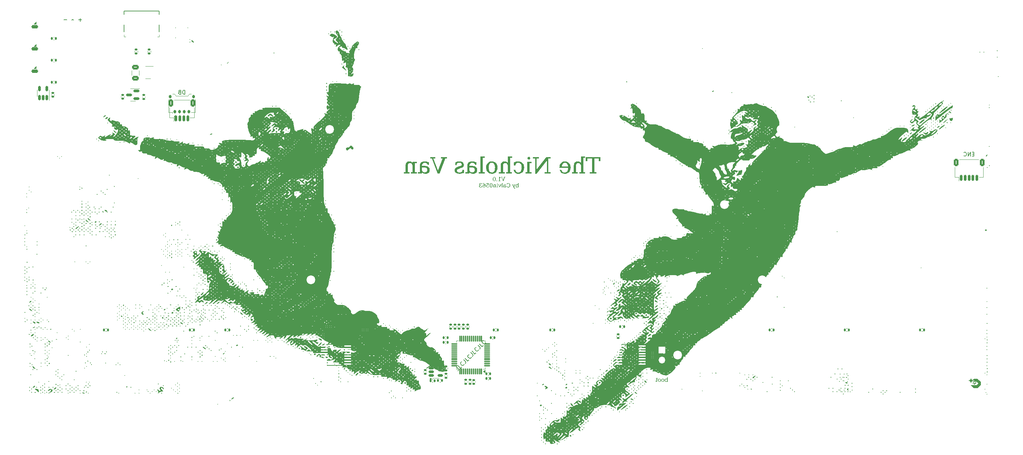
<source format=gbr>
%TF.GenerationSoftware,KiCad,Pcbnew,8.0.8*%
%TF.CreationDate,2025-03-01T16:27:25+01:00*%
%TF.ProjectId,the-nicholas-van revision,7468652d-6e69-4636-986f-6c61732d7661,rev?*%
%TF.SameCoordinates,Original*%
%TF.FileFunction,Legend,Bot*%
%TF.FilePolarity,Positive*%
%FSLAX46Y46*%
G04 Gerber Fmt 4.6, Leading zero omitted, Abs format (unit mm)*
G04 Created by KiCad (PCBNEW 8.0.8) date 2025-03-01 16:27:25*
%MOMM*%
%LPD*%
G01*
G04 APERTURE LIST*
G04 Aperture macros list*
%AMRoundRect*
0 Rectangle with rounded corners*
0 $1 Rounding radius*
0 $2 $3 $4 $5 $6 $7 $8 $9 X,Y pos of 4 corners*
0 Add a 4 corners polygon primitive as box body*
4,1,4,$2,$3,$4,$5,$6,$7,$8,$9,$2,$3,0*
0 Add four circle primitives for the rounded corners*
1,1,$1+$1,$2,$3*
1,1,$1+$1,$4,$5*
1,1,$1+$1,$6,$7*
1,1,$1+$1,$8,$9*
0 Add four rect primitives between the rounded corners*
20,1,$1+$1,$2,$3,$4,$5,0*
20,1,$1+$1,$4,$5,$6,$7,0*
20,1,$1+$1,$6,$7,$8,$9,0*
20,1,$1+$1,$8,$9,$2,$3,0*%
G04 Aperture macros list end*
%ADD10C,0.150000*%
%ADD11C,0.600000*%
%ADD12C,0.200000*%
%ADD13C,0.120000*%
%ADD14C,0.000000*%
%ADD15C,0.002540*%
%ADD16C,0.170180*%
%ADD17C,0.100000*%
%ADD18C,2.200000*%
%ADD19RoundRect,0.075000X0.075000X-0.662500X0.075000X0.662500X-0.075000X0.662500X-0.075000X-0.662500X0*%
%ADD20RoundRect,0.075000X0.662500X-0.075000X0.662500X0.075000X-0.662500X0.075000X-0.662500X-0.075000X0*%
%ADD21RoundRect,0.135000X-0.135000X-0.185000X0.135000X-0.185000X0.135000X0.185000X-0.135000X0.185000X0*%
%ADD22R,1.700000X1.700000*%
%ADD23O,1.700000X1.700000*%
%ADD24RoundRect,0.135000X0.185000X-0.135000X0.185000X0.135000X-0.185000X0.135000X-0.185000X-0.135000X0*%
%ADD25RoundRect,0.140000X0.140000X0.170000X-0.140000X0.170000X-0.140000X-0.170000X0.140000X-0.170000X0*%
%ADD26RoundRect,0.140000X-0.140000X-0.170000X0.140000X-0.170000X0.140000X0.170000X-0.140000X0.170000X0*%
%ADD27RoundRect,0.135000X-0.185000X0.135000X-0.185000X-0.135000X0.185000X-0.135000X0.185000X0.135000X0*%
%ADD28C,1.500000*%
%ADD29R,1.778000X0.419100*%
%ADD30RoundRect,0.150000X-0.150000X-0.625000X0.150000X-0.625000X0.150000X0.625000X-0.150000X0.625000X0*%
%ADD31RoundRect,0.250000X-0.350000X-0.650000X0.350000X-0.650000X0.350000X0.650000X-0.350000X0.650000X0*%
%ADD32RoundRect,0.135000X0.135000X0.185000X-0.135000X0.185000X-0.135000X-0.185000X0.135000X-0.185000X0*%
%ADD33R,0.700000X1.000000*%
%ADD34R,0.700000X0.600000*%
%ADD35RoundRect,0.250000X-0.625000X0.375000X-0.625000X-0.375000X0.625000X-0.375000X0.625000X0.375000X0*%
%ADD36RoundRect,0.140000X-0.170000X0.140000X-0.170000X-0.140000X0.170000X-0.140000X0.170000X0.140000X0*%
%ADD37R,1.700000X0.820000*%
%ADD38RoundRect,0.205000X0.645000X0.205000X-0.645000X0.205000X-0.645000X-0.205000X0.645000X-0.205000X0*%
%ADD39RoundRect,0.150000X-0.512500X-0.150000X0.512500X-0.150000X0.512500X0.150000X-0.512500X0.150000X0*%
%ADD40RoundRect,0.150000X0.587500X0.150000X-0.587500X0.150000X-0.587500X-0.150000X0.587500X-0.150000X0*%
%ADD41R,0.600000X1.300000*%
%ADD42R,0.300000X1.300000*%
%ADD43O,1.200000X2.250000*%
%ADD44O,1.200000X1.850000*%
%ADD45RoundRect,0.140000X0.170000X-0.140000X0.170000X0.140000X-0.170000X0.140000X-0.170000X-0.140000X0*%
%ADD46RoundRect,0.150000X0.150000X-0.512500X0.150000X0.512500X-0.150000X0.512500X-0.150000X-0.512500X0*%
%ADD47RoundRect,0.150000X-0.150000X-0.275000X0.150000X-0.275000X0.150000X0.275000X-0.150000X0.275000X0*%
%ADD48RoundRect,0.175000X-0.175000X-0.225000X0.175000X-0.225000X0.175000X0.225000X-0.175000X0.225000X0*%
G04 APERTURE END LIST*
D10*
X38178338Y-50080116D02*
X37416434Y-50080116D01*
D11*
G36*
X169649114Y-85838375D02*
G01*
X170048695Y-85838375D01*
X170048695Y-85196505D01*
X171190774Y-85196505D01*
X171190774Y-88616882D01*
X170667118Y-88616882D01*
X170667118Y-88972500D01*
X172333831Y-88972500D01*
X172333831Y-88616882D01*
X171810174Y-88616882D01*
X171810174Y-85196505D01*
X172952254Y-85196505D01*
X172952254Y-85838375D01*
X173351835Y-85838375D01*
X173351835Y-84807670D01*
X169649114Y-84807670D01*
X169649114Y-85838375D01*
G37*
G36*
X166151556Y-88972500D02*
G01*
X167609197Y-88972500D01*
X167609197Y-88616882D01*
X167170537Y-88616882D01*
X167170537Y-87241306D01*
X167176708Y-87026191D01*
X167198873Y-86820875D01*
X167249248Y-86625022D01*
X167299497Y-86528117D01*
X167455789Y-86396283D01*
X167660351Y-86347316D01*
X167736204Y-86344446D01*
X167946656Y-86372845D01*
X168133845Y-86468604D01*
X168245206Y-86584781D01*
X168340002Y-86763518D01*
X168395301Y-86962720D01*
X168420580Y-87170280D01*
X168424968Y-87314579D01*
X168424968Y-88616882D01*
X167986308Y-88616882D01*
X167986308Y-88972500D01*
X169449811Y-88972500D01*
X169449811Y-88616882D01*
X168993566Y-88616882D01*
X168993566Y-84988410D01*
X169478144Y-84988410D01*
X169478144Y-84632793D01*
X168424968Y-84632793D01*
X168424968Y-86401111D01*
X168311238Y-86233785D01*
X168153572Y-86094659D01*
X168113315Y-86066987D01*
X167928346Y-85971732D01*
X167722221Y-85920441D01*
X167573049Y-85910671D01*
X167365020Y-85924416D01*
X167158986Y-85973783D01*
X166967632Y-86072238D01*
X166833482Y-86197901D01*
X166721555Y-86387675D01*
X166652816Y-86595418D01*
X166616411Y-86807348D01*
X166602844Y-87011401D01*
X166601940Y-87084014D01*
X166601940Y-88616882D01*
X166151556Y-88616882D01*
X166151556Y-88972500D01*
G37*
G36*
X164458499Y-85912362D02*
G01*
X164681764Y-85937721D01*
X164888061Y-85993511D01*
X165077391Y-86079733D01*
X165249754Y-86196386D01*
X165405150Y-86343469D01*
X165496741Y-86456722D01*
X165611230Y-86641885D01*
X165698241Y-86845389D01*
X165757775Y-87067234D01*
X165786398Y-87266115D01*
X165795938Y-87477733D01*
X165789741Y-87650947D01*
X165764563Y-87855229D01*
X165720017Y-88045915D01*
X165640997Y-88256792D01*
X165534087Y-88448091D01*
X165399288Y-88619813D01*
X165322466Y-88696984D01*
X165155221Y-88828555D01*
X164969840Y-88929763D01*
X164766325Y-89000608D01*
X164544675Y-89041092D01*
X164346113Y-89051634D01*
X164279503Y-89050665D01*
X164058992Y-89032005D01*
X163858116Y-88989596D01*
X163652585Y-88912049D01*
X163472700Y-88803483D01*
X163392116Y-88736851D01*
X163250088Y-88577482D01*
X163146752Y-88409484D01*
X163062956Y-88214839D01*
X163006685Y-88026791D01*
X163476608Y-88026791D01*
X163535418Y-88210091D01*
X163632695Y-88396132D01*
X163770677Y-88551425D01*
X163892831Y-88632182D01*
X164086958Y-88698746D01*
X164296287Y-88718487D01*
X164397434Y-88713938D01*
X164602020Y-88670438D01*
X164791995Y-88568085D01*
X164929365Y-88427349D01*
X164955155Y-88390633D01*
X165050622Y-88196222D01*
X165107195Y-87983319D01*
X165134857Y-87766073D01*
X165142343Y-87556903D01*
X162964675Y-87565661D01*
X162975332Y-87320955D01*
X162989256Y-87210043D01*
X163625108Y-87210043D01*
X165139414Y-87210043D01*
X165124487Y-87070481D01*
X165084233Y-86868615D01*
X165014861Y-86673045D01*
X164907871Y-86494900D01*
X164760461Y-86351394D01*
X164577495Y-86267457D01*
X164380307Y-86242841D01*
X164173884Y-86266884D01*
X163983403Y-86348870D01*
X163831249Y-86489038D01*
X163756269Y-86611362D01*
X163684459Y-86797761D01*
X163643854Y-86990957D01*
X163625108Y-87210043D01*
X162989256Y-87210043D01*
X163003640Y-87095474D01*
X163049597Y-86889218D01*
X163113206Y-86702186D01*
X163212834Y-86503124D01*
X163337878Y-86331746D01*
X163408796Y-86256495D01*
X163567271Y-86128199D01*
X163747934Y-86029510D01*
X163950786Y-85960427D01*
X164175825Y-85920951D01*
X164380307Y-85910671D01*
X164458499Y-85912362D01*
G37*
G36*
X156253859Y-85162311D02*
G01*
X156805848Y-85162311D01*
X156805848Y-89051634D01*
X157184913Y-89051634D01*
X159766071Y-85657636D01*
X159766071Y-88616882D01*
X159214082Y-88616882D01*
X159214082Y-88972500D01*
X160717641Y-88972500D01*
X160717641Y-88616882D01*
X160165652Y-88616882D01*
X160165652Y-85162311D01*
X160717641Y-85162311D01*
X160717641Y-84807670D01*
X159618548Y-84807670D01*
X157206406Y-87981851D01*
X157206406Y-85162311D01*
X157757418Y-85162311D01*
X157757418Y-84807670D01*
X156253859Y-84807670D01*
X156253859Y-85162311D01*
G37*
G36*
X154362442Y-88972500D02*
G01*
X155894333Y-88972500D01*
X155894333Y-88616882D01*
X155409756Y-88616882D01*
X155409756Y-86344446D01*
X155894333Y-86344446D01*
X155894333Y-85989806D01*
X154841158Y-85989806D01*
X154841158Y-88616882D01*
X154362442Y-88616882D01*
X154362442Y-88972500D01*
G37*
G36*
X154863629Y-85114439D02*
G01*
X154919682Y-85304216D01*
X154963280Y-85356728D01*
X155136020Y-85449235D01*
X155204592Y-85455403D01*
X155396017Y-85399898D01*
X155445904Y-85356728D01*
X155543906Y-85183988D01*
X155550439Y-85115416D01*
X155491638Y-84925823D01*
X155445904Y-84874105D01*
X155275361Y-84775186D01*
X155204592Y-84768592D01*
X155012298Y-84829414D01*
X154962303Y-84868243D01*
X154871434Y-85042432D01*
X154863629Y-85114439D01*
G37*
G36*
X151347509Y-88031676D02*
G01*
X151410534Y-88248601D01*
X151491043Y-88437757D01*
X151604463Y-88619931D01*
X151740720Y-88765836D01*
X151778353Y-88796645D01*
X151943461Y-88908203D01*
X152132994Y-88987887D01*
X152346950Y-89035697D01*
X152554198Y-89051385D01*
X152585331Y-89051634D01*
X152782204Y-89041092D01*
X153002206Y-89000608D01*
X153204485Y-88929763D01*
X153389041Y-88828555D01*
X153555874Y-88696984D01*
X153632645Y-88619813D01*
X153767444Y-88448091D01*
X153874353Y-88256792D01*
X153953374Y-88045915D01*
X153997919Y-87855229D01*
X154023097Y-87650947D01*
X154029295Y-87477733D01*
X154019611Y-87259766D01*
X153990560Y-87056491D01*
X153930132Y-86831955D01*
X153841816Y-86628577D01*
X153725610Y-86446357D01*
X153632645Y-86336631D01*
X153474673Y-86191871D01*
X153298978Y-86077062D01*
X153105561Y-85992202D01*
X152894421Y-85937294D01*
X152665557Y-85912335D01*
X152585331Y-85910671D01*
X152384152Y-85919464D01*
X152173355Y-85945842D01*
X152027481Y-85973197D01*
X151825980Y-86032090D01*
X151625823Y-86105869D01*
X151451068Y-86180315D01*
X151451068Y-86980455D01*
X151802777Y-86980455D01*
X151845556Y-86776539D01*
X151917379Y-86589846D01*
X152037317Y-86421226D01*
X152048974Y-86409904D01*
X152229846Y-86301737D01*
X152419918Y-86253283D01*
X152579469Y-86242841D01*
X152783583Y-86267185D01*
X152976115Y-86351334D01*
X153132583Y-86495590D01*
X153172491Y-86550587D01*
X153270723Y-86746054D01*
X153331051Y-86962881D01*
X153363001Y-87185863D01*
X153374907Y-87401697D01*
X153375701Y-87478710D01*
X153368557Y-87702021D01*
X153347125Y-87903006D01*
X153304062Y-88109272D01*
X153231033Y-88307795D01*
X153172491Y-88411718D01*
X153043030Y-88560010D01*
X152864924Y-88667858D01*
X152673793Y-88713694D01*
X152579469Y-88718487D01*
X152376689Y-88699439D01*
X152180499Y-88627812D01*
X152083168Y-88557287D01*
X151950704Y-88392774D01*
X151864815Y-88201181D01*
X151817432Y-88031676D01*
X151347509Y-88031676D01*
G37*
G36*
X147647718Y-88972500D02*
G01*
X149105359Y-88972500D01*
X149105359Y-88616882D01*
X148666699Y-88616882D01*
X148666699Y-87241306D01*
X148672870Y-87026191D01*
X148695035Y-86820875D01*
X148745410Y-86625022D01*
X148795659Y-86528117D01*
X148951951Y-86396283D01*
X149156513Y-86347316D01*
X149232366Y-86344446D01*
X149442818Y-86372845D01*
X149630007Y-86468604D01*
X149741368Y-86584781D01*
X149836164Y-86763518D01*
X149891462Y-86962720D01*
X149916742Y-87170280D01*
X149921130Y-87314579D01*
X149921130Y-88616882D01*
X149482470Y-88616882D01*
X149482470Y-88972500D01*
X150945973Y-88972500D01*
X150945973Y-88616882D01*
X150489728Y-88616882D01*
X150489728Y-84988410D01*
X150974306Y-84988410D01*
X150974306Y-84632793D01*
X149921130Y-84632793D01*
X149921130Y-86401111D01*
X149807400Y-86233785D01*
X149649734Y-86094659D01*
X149609476Y-86066987D01*
X149424508Y-85971732D01*
X149218383Y-85920441D01*
X149069211Y-85910671D01*
X148861182Y-85924416D01*
X148655148Y-85973783D01*
X148463794Y-86072238D01*
X148329644Y-86197901D01*
X148217717Y-86387675D01*
X148148978Y-86595418D01*
X148112573Y-86807348D01*
X148099006Y-87011401D01*
X148098102Y-87084014D01*
X148098102Y-88616882D01*
X147647718Y-88616882D01*
X147647718Y-88972500D01*
G37*
G36*
X145929931Y-85912358D02*
G01*
X146160340Y-85937660D01*
X146372682Y-85993324D01*
X146566959Y-86079351D01*
X146743168Y-86195741D01*
X146901312Y-86342493D01*
X146992903Y-86453425D01*
X147107392Y-86636481D01*
X147194403Y-86839527D01*
X147253937Y-87062562D01*
X147282560Y-87263695D01*
X147292100Y-87478710D01*
X147285903Y-87651695D01*
X147260725Y-87855733D01*
X147216179Y-88046224D01*
X147137159Y-88256929D01*
X147030249Y-88448125D01*
X146895450Y-88619813D01*
X146818679Y-88696984D01*
X146651846Y-88828555D01*
X146467290Y-88929763D01*
X146265011Y-89000608D01*
X146045010Y-89041092D01*
X145848137Y-89051634D01*
X145767315Y-89049947D01*
X145536849Y-89024645D01*
X145324381Y-88968981D01*
X145129910Y-88882954D01*
X144953437Y-88766565D01*
X144794961Y-88619813D01*
X144703370Y-88506225D01*
X144588882Y-88320215D01*
X144501870Y-88115451D01*
X144442336Y-87891935D01*
X144413714Y-87691346D01*
X144404173Y-87477733D01*
X145057767Y-87477733D01*
X145059553Y-87592354D01*
X145073841Y-87804799D01*
X145108569Y-88024349D01*
X145162745Y-88213418D01*
X145260977Y-88411718D01*
X145300833Y-88466541D01*
X145456385Y-88610339D01*
X145646857Y-88694221D01*
X145848137Y-88718487D01*
X145942155Y-88713617D01*
X146132152Y-88667052D01*
X146308274Y-88557486D01*
X146435296Y-88406833D01*
X146493838Y-88303030D01*
X146566867Y-88105193D01*
X146609930Y-87900029D01*
X146631362Y-87700361D01*
X146638506Y-87478710D01*
X146636720Y-87364971D01*
X146622432Y-87154083D01*
X146587704Y-86936003D01*
X146533528Y-86748029D01*
X146435296Y-86550587D01*
X146395440Y-86495590D01*
X146239888Y-86351334D01*
X146049417Y-86267185D01*
X145848137Y-86242841D01*
X145777901Y-86245546D01*
X145566478Y-86293632D01*
X145389974Y-86401823D01*
X145260977Y-86550587D01*
X145202435Y-86654109D01*
X145129406Y-86851595D01*
X145086343Y-87056552D01*
X145064911Y-87256117D01*
X145057767Y-87477733D01*
X144404173Y-87477733D01*
X144407608Y-87347233D01*
X144428597Y-87140800D01*
X144478972Y-86911342D01*
X144556825Y-86701804D01*
X144662154Y-86512188D01*
X144794961Y-86342493D01*
X144871958Y-86265321D01*
X145039501Y-86133751D01*
X145225110Y-86032543D01*
X145428786Y-85961697D01*
X145650528Y-85921214D01*
X145849114Y-85910671D01*
X145929931Y-85912358D01*
G37*
G36*
X142510802Y-88972500D02*
G01*
X144041717Y-88972500D01*
X144041717Y-88616882D01*
X143558116Y-88616882D01*
X143558116Y-84988410D01*
X144041717Y-84988410D01*
X144041717Y-84632793D01*
X142988541Y-84632793D01*
X142988541Y-88616882D01*
X142510802Y-88616882D01*
X142510802Y-88972500D01*
G37*
G36*
X140980686Y-85912698D02*
G01*
X141182321Y-85930992D01*
X141376539Y-85968312D01*
X141524427Y-86007262D01*
X141725217Y-86072658D01*
X141912896Y-86146121D01*
X141912896Y-86788968D01*
X141596357Y-86788968D01*
X141582680Y-86720550D01*
X141511239Y-86531504D01*
X141377516Y-86376687D01*
X141314077Y-86331200D01*
X141125716Y-86261663D01*
X140919316Y-86242841D01*
X140732582Y-86256906D01*
X140538984Y-86312298D01*
X140371235Y-86420650D01*
X140287460Y-86513524D01*
X140202375Y-86706377D01*
X140179749Y-86910113D01*
X140179749Y-87081083D01*
X140856790Y-87081083D01*
X141003152Y-87085037D01*
X141207355Y-87105793D01*
X141422323Y-87152496D01*
X141612233Y-87223415D01*
X141798590Y-87334118D01*
X141819447Y-87350092D01*
X141962467Y-87493676D01*
X142063110Y-87665348D01*
X142121377Y-87865108D01*
X142137599Y-88062939D01*
X142127158Y-88226441D01*
X142080752Y-88424247D01*
X141984169Y-88619190D01*
X141840600Y-88784921D01*
X141822199Y-88801330D01*
X141660220Y-88913850D01*
X141471985Y-88993030D01*
X141257494Y-89038872D01*
X141048276Y-89051634D01*
X140922707Y-89046912D01*
X140721802Y-89016848D01*
X140524620Y-88952960D01*
X140510855Y-88947106D01*
X140327516Y-88846470D01*
X140179749Y-88712625D01*
X140179749Y-88972500D01*
X139159790Y-88972500D01*
X139159790Y-88616882D01*
X139610174Y-88616882D01*
X139610174Y-88023860D01*
X140179749Y-88023860D01*
X140191106Y-88164056D01*
X140250732Y-88352367D01*
X140361465Y-88514300D01*
X140451051Y-88585106D01*
X140643718Y-88670463D01*
X140851905Y-88696017D01*
X140978276Y-88687835D01*
X141168373Y-88635743D01*
X141336483Y-88525047D01*
X141405004Y-88444163D01*
X141487608Y-88263936D01*
X141512338Y-88062939D01*
X141506396Y-87949641D01*
X141458860Y-87757666D01*
X141343322Y-87592039D01*
X141211869Y-87510122D01*
X141008537Y-87451870D01*
X140801102Y-87436700D01*
X140179749Y-87436700D01*
X140179749Y-88023860D01*
X139610174Y-88023860D01*
X139610174Y-87118208D01*
X139618117Y-86941141D01*
X139648617Y-86746419D01*
X139713111Y-86543726D01*
X139808741Y-86367400D01*
X139935506Y-86217440D01*
X140071290Y-86113187D01*
X140254361Y-86018819D01*
X140463986Y-85953811D01*
X140664800Y-85921456D01*
X140885122Y-85910671D01*
X140980686Y-85912698D01*
G37*
G36*
X136419386Y-88131327D02*
G01*
X136439841Y-88335636D01*
X136511754Y-88537749D01*
X136635445Y-88710496D01*
X136746671Y-88809345D01*
X136926190Y-88915347D01*
X137135506Y-88991062D01*
X137343101Y-89032469D01*
X137539197Y-89049505D01*
X137643531Y-89051634D01*
X137850206Y-89042704D01*
X138059904Y-89015914D01*
X138201382Y-88988131D01*
X138403523Y-88935375D01*
X138598957Y-88867704D01*
X138766071Y-88798599D01*
X138766071Y-88065870D01*
X138412407Y-88065870D01*
X138386695Y-88276585D01*
X138310720Y-88458530D01*
X138220921Y-88562172D01*
X138049005Y-88657426D01*
X137853276Y-88706122D01*
X137666001Y-88718487D01*
X137457144Y-88703941D01*
X137260619Y-88649244D01*
X137166769Y-88595389D01*
X137036415Y-88440365D01*
X136999707Y-88249541D01*
X137046266Y-88053994D01*
X137118897Y-87962311D01*
X137296970Y-87851772D01*
X137489388Y-87773309D01*
X137659162Y-87716114D01*
X138024550Y-87592039D01*
X138221614Y-87519267D01*
X138403956Y-87426264D01*
X138571888Y-87297784D01*
X138583377Y-87286247D01*
X138698502Y-87110733D01*
X138752678Y-86920384D01*
X138761186Y-86796784D01*
X138741708Y-86596505D01*
X138673229Y-86401553D01*
X138555446Y-86238750D01*
X138449532Y-86148075D01*
X138267083Y-86033314D01*
X138071689Y-85962835D01*
X137875073Y-85925509D01*
X137654522Y-85910903D01*
X137621061Y-85910671D01*
X137416164Y-85920990D01*
X137219006Y-85951948D01*
X137130621Y-85973197D01*
X136940524Y-86020229D01*
X136747682Y-86086756D01*
X136576678Y-86157845D01*
X136576678Y-86845633D01*
X136931319Y-86845633D01*
X136962597Y-86640744D01*
X137057779Y-86457966D01*
X137117920Y-86398180D01*
X137295676Y-86291991D01*
X137491497Y-86248303D01*
X137604452Y-86242841D01*
X137815203Y-86257679D01*
X138004820Y-86312496D01*
X138067536Y-86348354D01*
X138194791Y-86509815D01*
X138219944Y-86661962D01*
X138171137Y-86855566D01*
X138106615Y-86936491D01*
X137932993Y-87038587D01*
X137745640Y-87114002D01*
X137622038Y-87155333D01*
X137224410Y-87279408D01*
X137024314Y-87349811D01*
X136835846Y-87439671D01*
X136671936Y-87552747D01*
X136607941Y-87614509D01*
X136493040Y-87781068D01*
X136431170Y-87980324D01*
X136419386Y-88131327D01*
G37*
G36*
X130225387Y-85162311D02*
G01*
X130634738Y-85162311D01*
X132097264Y-88972500D01*
X132613105Y-88972500D01*
X134070747Y-85162311D01*
X134491821Y-85162311D01*
X134491821Y-84807670D01*
X132931598Y-84807670D01*
X132931598Y-85162311D01*
X133373189Y-85162311D01*
X132209616Y-88195807D01*
X131045066Y-85162311D01*
X131492519Y-85162311D01*
X131492519Y-84807670D01*
X130225387Y-84807670D01*
X130225387Y-85162311D01*
G37*
G36*
X128956122Y-85912698D02*
G01*
X129157757Y-85930992D01*
X129351975Y-85968312D01*
X129499863Y-86007262D01*
X129700653Y-86072658D01*
X129888332Y-86146121D01*
X129888332Y-86788968D01*
X129571793Y-86788968D01*
X129558116Y-86720550D01*
X129486675Y-86531504D01*
X129352952Y-86376687D01*
X129289513Y-86331200D01*
X129101153Y-86261663D01*
X128894752Y-86242841D01*
X128708018Y-86256906D01*
X128514420Y-86312298D01*
X128346671Y-86420650D01*
X128262896Y-86513524D01*
X128177812Y-86706377D01*
X128155185Y-86910113D01*
X128155185Y-87081083D01*
X128832226Y-87081083D01*
X128978588Y-87085037D01*
X129182791Y-87105793D01*
X129397759Y-87152496D01*
X129587669Y-87223415D01*
X129774026Y-87334118D01*
X129794883Y-87350092D01*
X129937903Y-87493676D01*
X130038546Y-87665348D01*
X130096813Y-87865108D01*
X130113035Y-88062939D01*
X130102594Y-88226441D01*
X130056188Y-88424247D01*
X129959605Y-88619190D01*
X129816036Y-88784921D01*
X129797635Y-88801330D01*
X129635656Y-88913850D01*
X129447421Y-88993030D01*
X129232930Y-89038872D01*
X129023712Y-89051634D01*
X128898143Y-89046912D01*
X128697238Y-89016848D01*
X128500056Y-88952960D01*
X128486291Y-88947106D01*
X128302952Y-88846470D01*
X128155185Y-88712625D01*
X128155185Y-88972500D01*
X127135227Y-88972500D01*
X127135227Y-88616882D01*
X127585610Y-88616882D01*
X127585610Y-88023860D01*
X128155185Y-88023860D01*
X128166542Y-88164056D01*
X128226168Y-88352367D01*
X128336901Y-88514300D01*
X128426487Y-88585106D01*
X128619155Y-88670463D01*
X128827341Y-88696017D01*
X128953712Y-88687835D01*
X129143809Y-88635743D01*
X129311919Y-88525047D01*
X129380440Y-88444163D01*
X129463044Y-88263936D01*
X129487774Y-88062939D01*
X129481832Y-87949641D01*
X129434296Y-87757666D01*
X129318758Y-87592039D01*
X129187305Y-87510122D01*
X128983973Y-87451870D01*
X128776539Y-87436700D01*
X128155185Y-87436700D01*
X128155185Y-88023860D01*
X127585610Y-88023860D01*
X127585610Y-87118208D01*
X127593553Y-86941141D01*
X127624053Y-86746419D01*
X127688547Y-86543726D01*
X127784177Y-86367400D01*
X127910942Y-86217440D01*
X128046726Y-86113187D01*
X128229797Y-86018819D01*
X128439422Y-85953811D01*
X128640236Y-85921456D01*
X128860558Y-85910671D01*
X128956122Y-85912698D01*
G37*
G36*
X123528248Y-88972500D02*
G01*
X124985890Y-88972500D01*
X124985890Y-88616882D01*
X124547229Y-88616882D01*
X124547229Y-87241306D01*
X124553447Y-87026191D01*
X124575780Y-86820875D01*
X124626537Y-86625022D01*
X124677167Y-86528117D01*
X124833244Y-86392076D01*
X125037272Y-86341546D01*
X125112896Y-86338585D01*
X125323579Y-86367907D01*
X125511547Y-86466780D01*
X125623852Y-86586735D01*
X125717618Y-86764441D01*
X125772315Y-86963042D01*
X125797320Y-87170328D01*
X125801661Y-87314579D01*
X125801661Y-88616882D01*
X125363001Y-88616882D01*
X125363001Y-88972500D01*
X126826504Y-88972500D01*
X126826504Y-88616882D01*
X126370258Y-88616882D01*
X126370258Y-86344446D01*
X126854836Y-86344446D01*
X126854836Y-85989806D01*
X125801661Y-85989806D01*
X125801661Y-86401111D01*
X125687930Y-86233785D01*
X125530264Y-86094659D01*
X125490007Y-86066987D01*
X125305039Y-85971732D01*
X125098913Y-85920441D01*
X124949742Y-85910671D01*
X124741713Y-85924416D01*
X124535678Y-85973783D01*
X124344325Y-86072238D01*
X124210174Y-86197901D01*
X124098247Y-86387675D01*
X124029508Y-86595418D01*
X123993103Y-86807348D01*
X123979537Y-87011401D01*
X123978632Y-87084014D01*
X123978632Y-88616882D01*
X123528248Y-88616882D01*
X123528248Y-88972500D01*
G37*
D10*
X136868478Y-137941484D02*
X137373554Y-138446560D01*
X137373554Y-138446560D02*
X137440898Y-138581247D01*
X137440898Y-138581247D02*
X137440898Y-138715934D01*
X137440898Y-138715934D02*
X137373554Y-138850621D01*
X137373554Y-138850621D02*
X137306211Y-138917965D01*
X138249020Y-137975155D02*
X137912302Y-138311873D01*
X137912302Y-138311873D02*
X137205196Y-137604766D01*
X138821440Y-137268049D02*
X138821440Y-137335392D01*
X138821440Y-137335392D02*
X138754096Y-137470079D01*
X138754096Y-137470079D02*
X138686753Y-137537423D01*
X138686753Y-137537423D02*
X138552066Y-137604766D01*
X138552066Y-137604766D02*
X138417379Y-137604766D01*
X138417379Y-137604766D02*
X138316363Y-137571094D01*
X138316363Y-137571094D02*
X138148005Y-137470079D01*
X138148005Y-137470079D02*
X138046989Y-137369064D01*
X138046989Y-137369064D02*
X137945974Y-137200705D01*
X137945974Y-137200705D02*
X137912302Y-137099690D01*
X137912302Y-137099690D02*
X137912302Y-136965003D01*
X137912302Y-136965003D02*
X137979646Y-136830316D01*
X137979646Y-136830316D02*
X138046989Y-136762972D01*
X138046989Y-136762972D02*
X138181676Y-136695629D01*
X138181676Y-136695629D02*
X138249020Y-136695629D01*
X138686753Y-136123209D02*
X139191829Y-136628285D01*
X139191829Y-136628285D02*
X139259173Y-136762972D01*
X139259173Y-136762972D02*
X139259173Y-136897659D01*
X139259173Y-136897659D02*
X139191829Y-137032346D01*
X139191829Y-137032346D02*
X139124486Y-137099690D01*
X140067295Y-136156881D02*
X139730577Y-136493598D01*
X139730577Y-136493598D02*
X139023470Y-135786491D01*
X140639715Y-135449774D02*
X140639715Y-135517117D01*
X140639715Y-135517117D02*
X140572371Y-135651804D01*
X140572371Y-135651804D02*
X140505028Y-135719148D01*
X140505028Y-135719148D02*
X140370341Y-135786491D01*
X140370341Y-135786491D02*
X140235654Y-135786491D01*
X140235654Y-135786491D02*
X140134638Y-135752819D01*
X140134638Y-135752819D02*
X139966280Y-135651804D01*
X139966280Y-135651804D02*
X139865264Y-135550789D01*
X139865264Y-135550789D02*
X139764249Y-135382430D01*
X139764249Y-135382430D02*
X139730577Y-135281415D01*
X139730577Y-135281415D02*
X139730577Y-135146728D01*
X139730577Y-135146728D02*
X139797921Y-135012041D01*
X139797921Y-135012041D02*
X139865264Y-134944697D01*
X139865264Y-134944697D02*
X139999951Y-134877354D01*
X139999951Y-134877354D02*
X140067295Y-134877354D01*
X140505028Y-134304934D02*
X141010104Y-134810010D01*
X141010104Y-134810010D02*
X141077447Y-134944697D01*
X141077447Y-134944697D02*
X141077447Y-135079384D01*
X141077447Y-135079384D02*
X141010104Y-135214071D01*
X141010104Y-135214071D02*
X140942760Y-135281415D01*
X141885570Y-134338606D02*
X141548852Y-134675323D01*
X141548852Y-134675323D02*
X140841745Y-133968216D01*
X142457990Y-133631499D02*
X142457990Y-133698842D01*
X142457990Y-133698842D02*
X142390646Y-133833529D01*
X142390646Y-133833529D02*
X142323303Y-133900873D01*
X142323303Y-133900873D02*
X142188615Y-133968216D01*
X142188615Y-133968216D02*
X142053928Y-133968216D01*
X142053928Y-133968216D02*
X141952913Y-133934545D01*
X141952913Y-133934545D02*
X141784554Y-133833529D01*
X141784554Y-133833529D02*
X141683539Y-133732514D01*
X141683539Y-133732514D02*
X141582524Y-133564155D01*
X141582524Y-133564155D02*
X141548852Y-133463140D01*
X141548852Y-133463140D02*
X141548852Y-133328453D01*
X141548852Y-133328453D02*
X141616196Y-133193766D01*
X141616196Y-133193766D02*
X141683539Y-133126422D01*
X141683539Y-133126422D02*
X141818226Y-133059079D01*
X141818226Y-133059079D02*
X141885570Y-133059079D01*
X142323303Y-132486659D02*
X142828379Y-132991735D01*
X142828379Y-132991735D02*
X142895722Y-133126422D01*
X142895722Y-133126422D02*
X142895722Y-133261109D01*
X142895722Y-133261109D02*
X142828379Y-133395796D01*
X142828379Y-133395796D02*
X142761035Y-133463140D01*
X143703844Y-132520331D02*
X143367127Y-132857048D01*
X143367127Y-132857048D02*
X142660020Y-132149942D01*
X144276264Y-131813224D02*
X144276264Y-131880567D01*
X144276264Y-131880567D02*
X144208921Y-132015254D01*
X144208921Y-132015254D02*
X144141577Y-132082598D01*
X144141577Y-132082598D02*
X144006890Y-132149941D01*
X144006890Y-132149941D02*
X143872203Y-132149941D01*
X143872203Y-132149941D02*
X143771188Y-132116270D01*
X143771188Y-132116270D02*
X143602829Y-132015254D01*
X143602829Y-132015254D02*
X143501814Y-131914239D01*
X143501814Y-131914239D02*
X143400799Y-131745880D01*
X143400799Y-131745880D02*
X143367127Y-131644865D01*
X143367127Y-131644865D02*
X143367127Y-131510178D01*
X143367127Y-131510178D02*
X143434471Y-131375491D01*
X143434471Y-131375491D02*
X143501814Y-131308148D01*
X143501814Y-131308148D02*
X143636501Y-131240804D01*
X143636501Y-131240804D02*
X143703845Y-131240804D01*
D12*
G36*
X152685266Y-91493977D02*
G01*
X152564366Y-91493977D01*
X152564366Y-92401095D01*
X152685266Y-92401095D01*
X152685266Y-92490000D01*
X152421972Y-92490000D01*
X152421972Y-92400607D01*
X152415981Y-92411033D01*
X152382500Y-92447683D01*
X152339418Y-92476322D01*
X152295301Y-92495373D01*
X152244891Y-92506515D01*
X152193605Y-92509783D01*
X152151480Y-92507100D01*
X152096633Y-92494327D01*
X152046601Y-92471036D01*
X152001384Y-92437226D01*
X151966459Y-92399874D01*
X151946309Y-92371565D01*
X151921122Y-92325294D01*
X151901979Y-92274455D01*
X151888882Y-92219048D01*
X151882585Y-92169386D01*
X151880486Y-92116552D01*
X152043640Y-92116552D01*
X152043828Y-92134805D01*
X152046647Y-92186207D01*
X152054212Y-92239817D01*
X152068497Y-92292700D01*
X152091756Y-92341500D01*
X152101173Y-92354682D01*
X152138267Y-92389257D01*
X152184139Y-92409427D01*
X152232928Y-92415261D01*
X152238611Y-92415197D01*
X152290846Y-92407440D01*
X152338663Y-92383976D01*
X152373368Y-92349071D01*
X152394632Y-92311901D01*
X152411292Y-92260632D01*
X152419646Y-92206658D01*
X152421972Y-92152944D01*
X152421972Y-92081137D01*
X152420246Y-92035536D01*
X152412575Y-91981039D01*
X152396611Y-91928343D01*
X152372879Y-91884766D01*
X152369741Y-91880709D01*
X152333972Y-91847221D01*
X152285426Y-91825260D01*
X152232928Y-91818820D01*
X152221472Y-91819108D01*
X152169456Y-91829193D01*
X152126217Y-91853684D01*
X152091756Y-91892581D01*
X152080479Y-91912590D01*
X152062435Y-91959454D01*
X152051581Y-92007949D01*
X152045332Y-92063432D01*
X152043640Y-92116552D01*
X151880486Y-92116552D01*
X151881241Y-92084427D01*
X151885859Y-92033433D01*
X151896942Y-91976444D01*
X151914069Y-91924039D01*
X151937242Y-91876220D01*
X151966459Y-91832986D01*
X151995640Y-91801745D01*
X152040419Y-91766903D01*
X152089780Y-91742440D01*
X152143722Y-91728355D01*
X152193605Y-91724542D01*
X152239997Y-91727170D01*
X152290978Y-91737518D01*
X152339418Y-91757759D01*
X152350519Y-91764152D01*
X152390587Y-91793541D01*
X152421972Y-91833475D01*
X152421972Y-91405073D01*
X152685266Y-91405073D01*
X152685266Y-91493977D01*
G37*
G36*
X151023926Y-91832986D02*
G01*
X151107946Y-91832986D01*
X151440849Y-92649734D01*
X151462697Y-92698621D01*
X151489595Y-92740495D01*
X151519495Y-92769902D01*
X151564047Y-92792108D01*
X151613621Y-92801244D01*
X151642349Y-92802386D01*
X151692183Y-92799358D01*
X151709760Y-92796524D01*
X151758400Y-92786287D01*
X151785231Y-92779183D01*
X151785231Y-92626287D01*
X151705608Y-92626287D01*
X151695330Y-92674918D01*
X151683138Y-92696385D01*
X151637269Y-92713215D01*
X151628183Y-92713482D01*
X151580667Y-92700905D01*
X151571763Y-92694431D01*
X151543179Y-92652032D01*
X151525845Y-92612854D01*
X151478951Y-92494884D01*
X151748839Y-91832986D01*
X151834324Y-91832986D01*
X151834324Y-91744326D01*
X151482614Y-91744326D01*
X151482614Y-91832986D01*
X151595454Y-91832986D01*
X151401770Y-92306573D01*
X151208085Y-91832986D01*
X151313842Y-91832986D01*
X151313842Y-91744326D01*
X151023926Y-91744326D01*
X151023926Y-91832986D01*
G37*
G36*
X149587045Y-92202770D02*
G01*
X149603461Y-92249270D01*
X149627206Y-92300080D01*
X149655365Y-92345447D01*
X149687937Y-92385369D01*
X149724923Y-92419847D01*
X149745071Y-92435045D01*
X149788805Y-92460444D01*
X149836112Y-92480589D01*
X149886991Y-92495478D01*
X149941442Y-92505112D01*
X149999465Y-92509491D01*
X150019600Y-92509783D01*
X150068937Y-92507631D01*
X150122981Y-92500064D01*
X150175480Y-92487049D01*
X150209620Y-92475345D01*
X150258288Y-92451609D01*
X150302897Y-92423816D01*
X150343450Y-92391966D01*
X150364226Y-92372519D01*
X150400954Y-92331929D01*
X150432736Y-92288804D01*
X150459572Y-92243146D01*
X150481463Y-92194954D01*
X150497598Y-92142518D01*
X150507935Y-92094558D01*
X150514742Y-92044658D01*
X150518019Y-91992818D01*
X150518343Y-91970006D01*
X150516157Y-91910900D01*
X150509596Y-91854724D01*
X150498663Y-91801479D01*
X150483356Y-91751165D01*
X150463675Y-91703782D01*
X150439621Y-91659330D01*
X150411193Y-91617808D01*
X150378392Y-91579218D01*
X150341943Y-91544356D01*
X150302692Y-91514142D01*
X150260640Y-91488577D01*
X150215788Y-91467660D01*
X150168134Y-91451391D01*
X150117678Y-91439771D01*
X150064422Y-91432798D01*
X150008364Y-91430474D01*
X149958459Y-91432271D01*
X149907935Y-91437661D01*
X149856793Y-91446645D01*
X149828113Y-91453189D01*
X149774745Y-91466597D01*
X149723511Y-91482343D01*
X149675751Y-91499076D01*
X149625257Y-91518567D01*
X149617820Y-91521577D01*
X149617820Y-91771193D01*
X149709411Y-91771193D01*
X149720886Y-91723523D01*
X149738505Y-91674744D01*
X149764223Y-91628014D01*
X149800272Y-91586937D01*
X149809306Y-91579462D01*
X149855762Y-91550418D01*
X149905393Y-91532580D01*
X149955257Y-91523134D01*
X150011128Y-91519437D01*
X150019600Y-91519378D01*
X150077102Y-91523371D01*
X150129074Y-91535350D01*
X150175516Y-91555314D01*
X150216429Y-91583263D01*
X150251811Y-91619198D01*
X150262377Y-91632951D01*
X150290515Y-91679711D01*
X150312832Y-91734079D01*
X150326982Y-91785197D01*
X150337089Y-91841599D01*
X150342264Y-91890524D01*
X150344852Y-91942830D01*
X150345175Y-91970251D01*
X150343882Y-92024190D01*
X150340000Y-92074756D01*
X150331510Y-92133219D01*
X150318977Y-92186411D01*
X150302401Y-92234332D01*
X150277174Y-92284879D01*
X150262377Y-92307306D01*
X150228837Y-92345903D01*
X150189768Y-92376514D01*
X150145169Y-92399140D01*
X150095040Y-92413780D01*
X150039381Y-92420435D01*
X150019600Y-92420879D01*
X149966263Y-92417536D01*
X149917628Y-92407506D01*
X149868534Y-92388232D01*
X149834463Y-92367390D01*
X149796886Y-92332347D01*
X149765762Y-92288495D01*
X149743513Y-92242120D01*
X149730172Y-92202770D01*
X149587045Y-92202770D01*
G37*
G36*
X149166903Y-91725049D02*
G01*
X149217312Y-91729623D01*
X149265866Y-91738953D01*
X149302838Y-91748690D01*
X149353036Y-91765039D01*
X149399955Y-91783405D01*
X149399955Y-91944117D01*
X149320821Y-91944117D01*
X149317401Y-91927012D01*
X149299541Y-91879751D01*
X149266110Y-91841046D01*
X149250251Y-91829675D01*
X149203161Y-91812290D01*
X149151560Y-91807585D01*
X149104877Y-91811101D01*
X149056477Y-91824949D01*
X149014540Y-91852037D01*
X148993596Y-91875256D01*
X148972325Y-91923469D01*
X148966669Y-91974403D01*
X148966669Y-92017145D01*
X149135929Y-92017145D01*
X149172520Y-92018134D01*
X149223570Y-92023323D01*
X149277312Y-92034999D01*
X149324790Y-92052728D01*
X149371379Y-92080404D01*
X149376593Y-92084398D01*
X149412348Y-92120294D01*
X149437509Y-92163212D01*
X149452076Y-92213152D01*
X149456131Y-92262609D01*
X149453521Y-92303485D01*
X149441919Y-92352936D01*
X149417774Y-92401672D01*
X149381881Y-92443105D01*
X149377281Y-92447207D01*
X149336786Y-92475337D01*
X149289728Y-92495132D01*
X149236105Y-92506593D01*
X149183800Y-92509783D01*
X149152408Y-92508603D01*
X149102182Y-92501087D01*
X149052886Y-92485115D01*
X149049445Y-92483651D01*
X149003610Y-92458492D01*
X148966669Y-92425031D01*
X148966669Y-92490000D01*
X148711679Y-92490000D01*
X148711679Y-92401095D01*
X148824275Y-92401095D01*
X148824275Y-92252840D01*
X148966669Y-92252840D01*
X148969508Y-92287889D01*
X148984414Y-92334966D01*
X149012098Y-92375450D01*
X149034494Y-92393151D01*
X149082661Y-92414490D01*
X149134708Y-92420879D01*
X149166300Y-92418833D01*
X149213825Y-92405810D01*
X149255852Y-92378136D01*
X149272983Y-92357915D01*
X149293633Y-92312859D01*
X149299816Y-92262609D01*
X149298330Y-92234285D01*
X149286446Y-92186291D01*
X149257562Y-92144884D01*
X149224699Y-92124405D01*
X149173866Y-92109842D01*
X149122007Y-92106050D01*
X148966669Y-92106050D01*
X148966669Y-92252840D01*
X148824275Y-92252840D01*
X148824275Y-92026427D01*
X148826261Y-91982160D01*
X148833886Y-91933479D01*
X148850009Y-91882806D01*
X148873917Y-91838725D01*
X148905608Y-91801235D01*
X148939554Y-91775171D01*
X148985322Y-91751579D01*
X149037728Y-91735327D01*
X149087931Y-91727239D01*
X149143012Y-91724542D01*
X149166903Y-91725049D01*
G37*
G36*
X148268623Y-92490000D02*
G01*
X148651351Y-92490000D01*
X148651351Y-92401095D01*
X148530451Y-92401095D01*
X148530451Y-91493977D01*
X148651351Y-91493977D01*
X148651351Y-91405073D01*
X148388057Y-91405073D01*
X148388057Y-92401095D01*
X148268623Y-92401095D01*
X148268623Y-92490000D01*
G37*
G36*
X147439418Y-91832986D02*
G01*
X147523682Y-91832986D01*
X147792349Y-92490000D01*
X147895419Y-92490000D01*
X148164087Y-91832986D01*
X148249816Y-91832986D01*
X148249816Y-91744326D01*
X147898106Y-91744326D01*
X147898106Y-91832986D01*
X148010946Y-91832986D01*
X147817262Y-92306573D01*
X147623577Y-91832986D01*
X147729334Y-91832986D01*
X147729334Y-91744326D01*
X147439418Y-91744326D01*
X147439418Y-91832986D01*
G37*
G36*
X147022740Y-92490000D02*
G01*
X147405713Y-92490000D01*
X147405713Y-92401095D01*
X147284568Y-92401095D01*
X147284568Y-91832986D01*
X147405713Y-91832986D01*
X147405713Y-91744326D01*
X147142419Y-91744326D01*
X147142419Y-92401095D01*
X147022740Y-92401095D01*
X147022740Y-92490000D01*
G37*
G36*
X147148036Y-91525484D02*
G01*
X147162050Y-91572929D01*
X147172949Y-91586057D01*
X147216134Y-91609183D01*
X147233277Y-91610725D01*
X147281133Y-91596849D01*
X147293605Y-91586057D01*
X147318106Y-91542872D01*
X147319739Y-91525729D01*
X147305039Y-91478330D01*
X147293605Y-91465401D01*
X147250969Y-91440671D01*
X147233277Y-91439023D01*
X147185204Y-91454228D01*
X147172705Y-91463935D01*
X147149988Y-91507483D01*
X147148036Y-91525484D01*
G37*
G36*
X146127590Y-92490000D02*
G01*
X146492000Y-92490000D01*
X146492000Y-92401095D01*
X146382335Y-92401095D01*
X146382335Y-92057201D01*
X146383889Y-92003422D01*
X146389473Y-91952093D01*
X146402162Y-91903130D01*
X146414819Y-91878904D01*
X146453839Y-91844894D01*
X146504846Y-91832261D01*
X146523752Y-91831521D01*
X146576422Y-91838851D01*
X146623414Y-91863570D01*
X146651491Y-91893558D01*
X146674932Y-91937985D01*
X146688606Y-91987635D01*
X146694858Y-92039457D01*
X146695943Y-92075519D01*
X146695943Y-92401095D01*
X146586278Y-92401095D01*
X146586278Y-92490000D01*
X146952154Y-92490000D01*
X146952154Y-92401095D01*
X146838092Y-92401095D01*
X146838092Y-91832986D01*
X146959237Y-91832986D01*
X146959237Y-91744326D01*
X146695943Y-91744326D01*
X146695943Y-91847152D01*
X146667510Y-91805321D01*
X146628094Y-91770539D01*
X146618029Y-91763621D01*
X146571787Y-91739808D01*
X146520256Y-91726985D01*
X146482963Y-91724542D01*
X146430956Y-91727979D01*
X146379447Y-91740320D01*
X146331609Y-91764934D01*
X146298071Y-91796350D01*
X146270089Y-91843793D01*
X146252905Y-91895729D01*
X146243804Y-91948712D01*
X146240412Y-91999725D01*
X146240186Y-92017878D01*
X146240186Y-92401095D01*
X146127590Y-92401095D01*
X146127590Y-92490000D01*
G37*
G36*
X145705759Y-91433992D02*
G01*
X145753866Y-91444547D01*
X145806777Y-91466500D01*
X145854433Y-91498585D01*
X145890132Y-91533063D01*
X145922182Y-91574577D01*
X145933568Y-91592666D01*
X145958822Y-91641751D01*
X145979483Y-91696359D01*
X145992707Y-91744021D01*
X146002992Y-91795216D01*
X146010338Y-91849946D01*
X146014746Y-91908209D01*
X146016215Y-91970006D01*
X146016123Y-91985787D01*
X146013919Y-92046707D01*
X146008777Y-92104100D01*
X146000696Y-92157967D01*
X145989676Y-92208308D01*
X145971769Y-92266275D01*
X145949271Y-92318732D01*
X145922182Y-92365680D01*
X145890132Y-92407194D01*
X145854433Y-92441672D01*
X145806777Y-92473757D01*
X145753866Y-92495711D01*
X145705759Y-92506265D01*
X145654003Y-92509783D01*
X145602176Y-92506265D01*
X145554011Y-92495711D01*
X145501046Y-92473757D01*
X145453353Y-92441672D01*
X145417636Y-92407194D01*
X145385580Y-92365680D01*
X145374193Y-92347562D01*
X145348940Y-92298411D01*
X145328278Y-92243749D01*
X145315055Y-92196053D01*
X145304770Y-92144831D01*
X145297424Y-92090082D01*
X145293016Y-92031808D01*
X145291546Y-91970006D01*
X145452014Y-91970006D01*
X145452214Y-91998692D01*
X145453817Y-92053234D01*
X145457023Y-92104006D01*
X145463284Y-92162169D01*
X145472050Y-92214440D01*
X145485874Y-92269389D01*
X145503305Y-92315854D01*
X145523850Y-92353455D01*
X145556747Y-92391489D01*
X145601273Y-92417744D01*
X145653759Y-92426496D01*
X145700806Y-92419581D01*
X145746216Y-92395270D01*
X145779899Y-92358966D01*
X145804212Y-92315854D01*
X145816291Y-92285820D01*
X145831389Y-92233699D01*
X145841203Y-92183784D01*
X145848500Y-92127978D01*
X145852526Y-92079091D01*
X145854942Y-92026434D01*
X145855747Y-91970006D01*
X145855546Y-91941322D01*
X145853936Y-91886787D01*
X145850715Y-91836031D01*
X145844424Y-91777898D01*
X145835616Y-91725668D01*
X145821726Y-91670785D01*
X145804212Y-91624403D01*
X145783667Y-91586802D01*
X145750771Y-91548769D01*
X145706245Y-91522513D01*
X145653759Y-91513761D01*
X145606711Y-91520676D01*
X145561301Y-91544987D01*
X145527618Y-91581291D01*
X145503305Y-91624403D01*
X145491284Y-91654380D01*
X145476257Y-91706429D01*
X145466490Y-91756298D01*
X145459227Y-91812069D01*
X145455220Y-91860937D01*
X145452815Y-91913583D01*
X145452014Y-91970006D01*
X145291546Y-91970006D01*
X145291638Y-91954226D01*
X145293842Y-91893312D01*
X145298985Y-91835932D01*
X145307066Y-91782086D01*
X145318085Y-91731774D01*
X145335992Y-91673853D01*
X145358490Y-91621455D01*
X145385580Y-91574577D01*
X145417636Y-91533063D01*
X145453353Y-91498585D01*
X145501046Y-91466500D01*
X145554011Y-91444547D01*
X145602176Y-91433992D01*
X145654003Y-91430474D01*
X145705759Y-91433992D01*
G37*
G36*
X144416913Y-92157096D02*
G01*
X144419346Y-92207766D01*
X144428688Y-92263705D01*
X144445037Y-92314338D01*
X144468393Y-92359664D01*
X144498755Y-92399684D01*
X144516564Y-92417704D01*
X144557079Y-92448996D01*
X144602969Y-92473815D01*
X144654234Y-92492159D01*
X144710874Y-92504028D01*
X144762181Y-92508974D01*
X144794757Y-92509783D01*
X144844250Y-92507763D01*
X144894667Y-92501702D01*
X144941302Y-92492686D01*
X144990318Y-92479868D01*
X145039667Y-92463091D01*
X145089351Y-92442354D01*
X145099327Y-92437732D01*
X145099327Y-92225240D01*
X145007004Y-92225240D01*
X144999288Y-92278198D01*
X144982287Y-92327524D01*
X144953337Y-92370212D01*
X144946920Y-92376671D01*
X144904586Y-92405038D01*
X144857035Y-92420609D01*
X144806857Y-92426302D01*
X144794757Y-92426496D01*
X144745099Y-92422192D01*
X144696934Y-92407058D01*
X144652980Y-92377462D01*
X144634777Y-92357620D01*
X144607032Y-92313615D01*
X144589992Y-92266358D01*
X144580127Y-92211438D01*
X144577380Y-92157096D01*
X144580068Y-92102825D01*
X144588133Y-92054561D01*
X144603932Y-92006758D01*
X144630100Y-91962359D01*
X144633556Y-91958039D01*
X144673017Y-91921717D01*
X144722400Y-91898848D01*
X144775328Y-91889767D01*
X144794757Y-91889162D01*
X144844665Y-91893089D01*
X144892224Y-91906012D01*
X144901002Y-91909678D01*
X144942132Y-91936408D01*
X144978969Y-91973549D01*
X144983556Y-91979288D01*
X145054387Y-91979288D01*
X145054387Y-91448792D01*
X144495803Y-91448792D01*
X144495803Y-91577020D01*
X144965727Y-91577020D01*
X144965727Y-91848129D01*
X144919329Y-91826206D01*
X144892209Y-91819064D01*
X144843391Y-91809773D01*
X144794437Y-91806233D01*
X144783521Y-91806120D01*
X144732375Y-91808403D01*
X144675611Y-91817173D01*
X144623879Y-91832520D01*
X144577179Y-91854445D01*
X144535511Y-91882947D01*
X144516564Y-91899665D01*
X144482698Y-91937738D01*
X144455839Y-91980517D01*
X144435987Y-92028001D01*
X144423141Y-92080191D01*
X144417302Y-92137086D01*
X144416913Y-92157096D01*
G37*
G36*
X143830122Y-91431064D02*
G01*
X143890147Y-91437697D01*
X143945627Y-91451700D01*
X143996564Y-91473074D01*
X144042957Y-91501818D01*
X144084806Y-91537932D01*
X144122112Y-91581416D01*
X144154549Y-91630787D01*
X144176540Y-91674663D01*
X144195013Y-91722432D01*
X144209967Y-91774093D01*
X144221403Y-91829647D01*
X144229320Y-91889093D01*
X144233718Y-91952432D01*
X144234708Y-92002491D01*
X144234615Y-92017571D01*
X144232394Y-92075728D01*
X144227212Y-92130419D01*
X144219068Y-92181645D01*
X144207962Y-92229406D01*
X144189916Y-92284234D01*
X144167242Y-92333648D01*
X144139941Y-92377648D01*
X144114945Y-92408617D01*
X144072555Y-92447329D01*
X144024292Y-92476749D01*
X143970156Y-92496879D01*
X143920557Y-92506557D01*
X143866878Y-92509783D01*
X143846507Y-92509411D01*
X143788598Y-92503830D01*
X143735498Y-92491551D01*
X143687207Y-92472574D01*
X143643724Y-92446900D01*
X143605050Y-92414528D01*
X143593219Y-92402051D01*
X143562307Y-92361803D01*
X143538264Y-92317329D01*
X143521091Y-92268632D01*
X143510787Y-92215709D01*
X143507352Y-92158562D01*
X143667820Y-92158562D01*
X143670239Y-92213416D01*
X143678929Y-92268607D01*
X143693939Y-92315799D01*
X143718378Y-92359330D01*
X143724918Y-92367463D01*
X143762399Y-92400259D01*
X143807847Y-92419937D01*
X143861260Y-92426496D01*
X143872551Y-92426223D01*
X143924252Y-92416673D01*
X143968035Y-92393480D01*
X144003898Y-92356643D01*
X144007009Y-92352049D01*
X144030560Y-92305319D01*
X144044779Y-92255638D01*
X144052037Y-92205881D01*
X144054456Y-92150258D01*
X144053258Y-92112035D01*
X144046354Y-92056981D01*
X144031252Y-92004023D01*
X144005364Y-91956329D01*
X143995670Y-91944587D01*
X143957622Y-91913790D01*
X143910748Y-91895825D01*
X143861016Y-91890628D01*
X143849726Y-91890890D01*
X143798024Y-91900073D01*
X143754242Y-91922374D01*
X143718378Y-91957794D01*
X143715268Y-91962131D01*
X143691717Y-92006786D01*
X143677497Y-92054978D01*
X143670239Y-92103708D01*
X143667820Y-92158562D01*
X143507352Y-92158562D01*
X143507441Y-92148493D01*
X143511689Y-92090894D01*
X143522307Y-92038120D01*
X143539297Y-91990172D01*
X143562659Y-91947050D01*
X143597967Y-91902840D01*
X143640873Y-91865724D01*
X143690090Y-91837724D01*
X143737299Y-91820980D01*
X143789146Y-91810934D01*
X143845629Y-91807585D01*
X143882738Y-91809203D01*
X143934682Y-91817698D01*
X143982161Y-91833475D01*
X143997262Y-91840127D01*
X144039857Y-91864222D01*
X144076683Y-91896734D01*
X144075688Y-91862143D01*
X144071645Y-91808089D01*
X144064621Y-91758531D01*
X144052256Y-91704996D01*
X144035598Y-91657935D01*
X144010737Y-91611214D01*
X144002832Y-91599413D01*
X143965776Y-91559823D01*
X143920019Y-91532414D01*
X143872844Y-91518424D01*
X143819006Y-91513761D01*
X143801238Y-91514303D01*
X143750237Y-91523549D01*
X143704212Y-91548443D01*
X143689452Y-91562334D01*
X143664160Y-91605898D01*
X143652677Y-91655666D01*
X143560597Y-91655666D01*
X143560597Y-91473461D01*
X143592563Y-91463233D01*
X143640854Y-91450296D01*
X143689558Y-91440244D01*
X143703487Y-91437954D01*
X143753322Y-91432344D01*
X143804840Y-91430474D01*
X143830122Y-91431064D01*
G37*
G36*
X142632719Y-92204968D02*
G01*
X142636188Y-92257381D01*
X142646595Y-92305260D01*
X142667505Y-92355389D01*
X142697859Y-92399347D01*
X142731393Y-92432114D01*
X142778844Y-92462378D01*
X142825990Y-92482402D01*
X142879113Y-92496965D01*
X142927947Y-92504929D01*
X142980932Y-92509101D01*
X143014715Y-92509783D01*
X143065004Y-92508114D01*
X143114816Y-92503105D01*
X143164151Y-92494757D01*
X143173961Y-92492686D01*
X143223606Y-92479868D01*
X143273013Y-92463091D01*
X143322181Y-92442354D01*
X143331986Y-92437732D01*
X143331986Y-92225240D01*
X143239418Y-92225240D01*
X143232006Y-92278295D01*
X143214117Y-92327955D01*
X143182703Y-92371285D01*
X143175671Y-92377892D01*
X143134083Y-92403523D01*
X143083812Y-92419661D01*
X143031146Y-92426069D01*
X143012028Y-92426496D01*
X142957960Y-92421782D01*
X142910886Y-92407640D01*
X142866784Y-92380869D01*
X142851560Y-92366901D01*
X142820777Y-92326882D01*
X142801395Y-92277657D01*
X142793699Y-92225482D01*
X142793186Y-92206434D01*
X142796987Y-92151204D01*
X142808391Y-92103241D01*
X142830306Y-92057968D01*
X142854003Y-92029113D01*
X142897055Y-91997686D01*
X142945469Y-91979354D01*
X142996192Y-91970973D01*
X143031567Y-91969518D01*
X143104108Y-91969518D01*
X143104108Y-91883545D01*
X143062586Y-91883545D01*
X143008319Y-91880476D01*
X142955624Y-91869689D01*
X142907453Y-91848595D01*
X142887464Y-91834452D01*
X142854647Y-91797072D01*
X142835452Y-91747397D01*
X142829879Y-91697610D01*
X142829823Y-91691570D01*
X142834426Y-91641910D01*
X142852103Y-91592268D01*
X142876962Y-91559190D01*
X142917342Y-91531507D01*
X142965762Y-91517354D01*
X143013493Y-91513761D01*
X143066282Y-91517959D01*
X143114763Y-91532274D01*
X143153200Y-91556748D01*
X143185805Y-91597876D01*
X143203255Y-91645774D01*
X143210109Y-91688150D01*
X143302433Y-91688150D01*
X143302433Y-91494954D01*
X143253972Y-91477777D01*
X143203434Y-91462225D01*
X143151866Y-91449416D01*
X143142942Y-91447571D01*
X143091688Y-91437837D01*
X143039132Y-91431826D01*
X143002014Y-91430474D01*
X142946475Y-91432810D01*
X142895814Y-91439816D01*
X142842874Y-91453895D01*
X142796571Y-91474331D01*
X142762168Y-91496908D01*
X142724020Y-91533636D01*
X142696772Y-91576898D01*
X142680423Y-91626693D01*
X142675058Y-91675623D01*
X142674973Y-91683021D01*
X142679822Y-91734502D01*
X142696585Y-91785813D01*
X142725322Y-91830921D01*
X142736278Y-91843244D01*
X142773377Y-91878140D01*
X142816665Y-91905450D01*
X142862551Y-91921158D01*
X142814462Y-91933602D01*
X142769386Y-91955822D01*
X142727324Y-91987818D01*
X142705259Y-92009818D01*
X142673523Y-92049675D01*
X142650854Y-92095486D01*
X142637253Y-92147250D01*
X142632790Y-92197428D01*
X142632719Y-92204968D01*
G37*
X39916071Y-50109028D02*
X39687499Y-49937600D01*
X39687499Y-49937600D02*
X39458928Y-50109028D01*
D10*
X41955951Y-50080116D02*
X41194047Y-50080116D01*
X41574999Y-50461069D02*
X41574999Y-49699164D01*
D12*
G36*
X148201944Y-89949952D02*
G01*
X148304282Y-89949952D01*
X148669913Y-90902500D01*
X148798874Y-90902500D01*
X149163284Y-89949952D01*
X149268553Y-89949952D01*
X149268553Y-89861292D01*
X148878497Y-89861292D01*
X148878497Y-89949952D01*
X148988895Y-89949952D01*
X148698001Y-90708326D01*
X148406864Y-89949952D01*
X148518727Y-89949952D01*
X148518727Y-89861292D01*
X148201944Y-89861292D01*
X148201944Y-89949952D01*
G37*
G36*
X147533696Y-90902500D02*
G01*
X148044407Y-90902500D01*
X148044407Y-90813595D01*
X147865866Y-90813595D01*
X147865866Y-89983414D01*
X148072495Y-90117015D01*
X148072495Y-90008326D01*
X147816529Y-89842974D01*
X147712237Y-89842974D01*
X147712237Y-90813595D01*
X147533696Y-90813595D01*
X147533696Y-90902500D01*
G37*
G36*
X147052537Y-90752779D02*
G01*
X147026907Y-90796186D01*
X147023472Y-90823121D01*
X147035990Y-90871822D01*
X147052537Y-90893218D01*
X147095839Y-90918849D01*
X147122635Y-90922283D01*
X147170606Y-90910834D01*
X147194442Y-90892974D01*
X147218781Y-90849011D01*
X147222042Y-90822876D01*
X147210156Y-90774175D01*
X147194442Y-90752779D01*
X147150294Y-90727148D01*
X147122635Y-90723714D01*
X147073934Y-90736231D01*
X147052537Y-90752779D01*
G37*
G36*
X146507364Y-89846492D02*
G01*
X146555471Y-89857047D01*
X146608382Y-89879000D01*
X146656038Y-89911085D01*
X146691737Y-89945563D01*
X146723786Y-89987077D01*
X146735173Y-90005166D01*
X146760426Y-90054251D01*
X146781088Y-90108859D01*
X146794311Y-90156521D01*
X146804596Y-90207716D01*
X146811943Y-90262446D01*
X146816351Y-90320709D01*
X146817820Y-90382506D01*
X146817728Y-90398287D01*
X146815524Y-90459207D01*
X146810382Y-90516600D01*
X146802301Y-90570467D01*
X146791281Y-90620808D01*
X146773374Y-90678775D01*
X146750876Y-90731232D01*
X146723786Y-90778180D01*
X146691737Y-90819694D01*
X146656038Y-90854172D01*
X146608382Y-90886257D01*
X146555471Y-90908211D01*
X146507364Y-90918765D01*
X146455608Y-90922283D01*
X146403781Y-90918765D01*
X146355616Y-90908211D01*
X146302651Y-90886257D01*
X146254957Y-90854172D01*
X146219241Y-90819694D01*
X146187185Y-90778180D01*
X146175798Y-90760062D01*
X146150545Y-90710911D01*
X146129883Y-90656249D01*
X146116660Y-90608553D01*
X146106375Y-90557331D01*
X146099028Y-90502582D01*
X146094621Y-90444308D01*
X146093151Y-90382506D01*
X146253619Y-90382506D01*
X146253819Y-90411192D01*
X146255422Y-90465734D01*
X146258628Y-90516506D01*
X146264889Y-90574669D01*
X146273654Y-90626940D01*
X146287479Y-90681889D01*
X146304910Y-90728354D01*
X146325455Y-90765955D01*
X146358351Y-90803989D01*
X146402877Y-90830244D01*
X146455363Y-90838996D01*
X146502411Y-90832081D01*
X146547821Y-90807770D01*
X146581504Y-90771466D01*
X146605817Y-90728354D01*
X146617896Y-90698320D01*
X146632994Y-90646199D01*
X146642808Y-90596284D01*
X146650105Y-90540478D01*
X146654131Y-90491591D01*
X146656547Y-90438934D01*
X146657352Y-90382506D01*
X146657151Y-90353822D01*
X146655541Y-90299287D01*
X146652320Y-90248531D01*
X146646029Y-90190398D01*
X146637221Y-90138168D01*
X146623331Y-90083285D01*
X146605817Y-90036903D01*
X146585272Y-89999302D01*
X146552376Y-89961269D01*
X146507849Y-89935013D01*
X146455363Y-89926261D01*
X146408316Y-89933176D01*
X146362906Y-89957487D01*
X146329223Y-89993791D01*
X146304910Y-90036903D01*
X146292889Y-90066880D01*
X146277862Y-90118929D01*
X146268095Y-90168798D01*
X146260832Y-90224569D01*
X146256825Y-90273437D01*
X146254420Y-90326083D01*
X146253619Y-90382506D01*
X146093151Y-90382506D01*
X146093243Y-90366726D01*
X146095447Y-90305812D01*
X146100590Y-90248432D01*
X146108671Y-90194586D01*
X146119690Y-90144274D01*
X146137597Y-90086353D01*
X146160095Y-90033955D01*
X146187185Y-89987077D01*
X146219241Y-89945563D01*
X146254957Y-89911085D01*
X146302651Y-89879000D01*
X146355616Y-89857047D01*
X146403781Y-89846492D01*
X146455608Y-89842974D01*
X146507364Y-89846492D01*
G37*
X68107238Y-68891392D02*
X68107238Y-67891392D01*
X68107238Y-67891392D02*
X67869143Y-67891392D01*
X67869143Y-67891392D02*
X67726286Y-67939011D01*
X67726286Y-67939011D02*
X67631048Y-68034249D01*
X67631048Y-68034249D02*
X67583429Y-68129487D01*
X67583429Y-68129487D02*
X67535810Y-68319963D01*
X67535810Y-68319963D02*
X67535810Y-68462820D01*
X67535810Y-68462820D02*
X67583429Y-68653296D01*
X67583429Y-68653296D02*
X67631048Y-68748534D01*
X67631048Y-68748534D02*
X67726286Y-68843773D01*
X67726286Y-68843773D02*
X67869143Y-68891392D01*
X67869143Y-68891392D02*
X68107238Y-68891392D01*
X66773905Y-68367582D02*
X66631048Y-68415201D01*
X66631048Y-68415201D02*
X66583429Y-68462820D01*
X66583429Y-68462820D02*
X66535810Y-68558058D01*
X66535810Y-68558058D02*
X66535810Y-68700915D01*
X66535810Y-68700915D02*
X66583429Y-68796153D01*
X66583429Y-68796153D02*
X66631048Y-68843773D01*
X66631048Y-68843773D02*
X66726286Y-68891392D01*
X66726286Y-68891392D02*
X67107238Y-68891392D01*
X67107238Y-68891392D02*
X67107238Y-67891392D01*
X67107238Y-67891392D02*
X66773905Y-67891392D01*
X66773905Y-67891392D02*
X66678667Y-67939011D01*
X66678667Y-67939011D02*
X66631048Y-67986630D01*
X66631048Y-67986630D02*
X66583429Y-68081868D01*
X66583429Y-68081868D02*
X66583429Y-68177106D01*
X66583429Y-68177106D02*
X66631048Y-68272344D01*
X66631048Y-68272344D02*
X66678667Y-68319963D01*
X66678667Y-68319963D02*
X66773905Y-68367582D01*
X66773905Y-68367582D02*
X67107238Y-68367582D01*
X267938094Y-84065909D02*
X267604761Y-84065909D01*
X267461904Y-84589719D02*
X267938094Y-84589719D01*
X267938094Y-84589719D02*
X267938094Y-83589719D01*
X267938094Y-83589719D02*
X267461904Y-83589719D01*
X267033332Y-84589719D02*
X267033332Y-83589719D01*
X267033332Y-83589719D02*
X266461904Y-84589719D01*
X266461904Y-84589719D02*
X266461904Y-83589719D01*
X265414285Y-84494480D02*
X265461904Y-84542100D01*
X265461904Y-84542100D02*
X265604761Y-84589719D01*
X265604761Y-84589719D02*
X265699999Y-84589719D01*
X265699999Y-84589719D02*
X265842856Y-84542100D01*
X265842856Y-84542100D02*
X265938094Y-84446861D01*
X265938094Y-84446861D02*
X265985713Y-84351623D01*
X265985713Y-84351623D02*
X266033332Y-84161147D01*
X266033332Y-84161147D02*
X266033332Y-84018290D01*
X266033332Y-84018290D02*
X265985713Y-83827814D01*
X265985713Y-83827814D02*
X265938094Y-83732576D01*
X265938094Y-83732576D02*
X265842856Y-83637338D01*
X265842856Y-83637338D02*
X265699999Y-83589719D01*
X265699999Y-83589719D02*
X265604761Y-83589719D01*
X265604761Y-83589719D02*
X265461904Y-83637338D01*
X265461904Y-83637338D02*
X265414285Y-83684957D01*
G36*
X190442192Y-140706477D02*
G01*
X190321292Y-140706477D01*
X190321292Y-141613595D01*
X190442192Y-141613595D01*
X190442192Y-141702500D01*
X190178898Y-141702500D01*
X190178898Y-141613107D01*
X190172907Y-141623533D01*
X190139426Y-141660183D01*
X190096344Y-141688822D01*
X190052227Y-141707873D01*
X190001817Y-141719015D01*
X189950531Y-141722283D01*
X189908406Y-141719600D01*
X189853559Y-141706827D01*
X189803527Y-141683536D01*
X189758310Y-141649726D01*
X189723385Y-141612374D01*
X189703235Y-141584065D01*
X189678048Y-141537794D01*
X189658905Y-141486955D01*
X189645808Y-141431548D01*
X189639511Y-141381886D01*
X189637412Y-141329052D01*
X189800566Y-141329052D01*
X189800754Y-141347305D01*
X189803573Y-141398707D01*
X189811138Y-141452317D01*
X189825423Y-141505200D01*
X189848682Y-141554000D01*
X189858099Y-141567182D01*
X189895193Y-141601757D01*
X189941065Y-141621927D01*
X189989854Y-141627761D01*
X189995537Y-141627697D01*
X190047772Y-141619940D01*
X190095589Y-141596476D01*
X190130294Y-141561571D01*
X190151558Y-141524401D01*
X190168218Y-141473132D01*
X190176572Y-141419158D01*
X190178898Y-141365444D01*
X190178898Y-141293637D01*
X190177172Y-141248036D01*
X190169501Y-141193539D01*
X190153537Y-141140843D01*
X190129805Y-141097266D01*
X190126667Y-141093209D01*
X190090898Y-141059721D01*
X190042352Y-141037760D01*
X189989854Y-141031320D01*
X189978398Y-141031608D01*
X189926382Y-141041693D01*
X189883143Y-141066184D01*
X189848682Y-141105081D01*
X189837405Y-141125090D01*
X189819361Y-141171954D01*
X189808507Y-141220449D01*
X189802258Y-141275932D01*
X189800566Y-141329052D01*
X189637412Y-141329052D01*
X189638167Y-141296927D01*
X189642785Y-141245933D01*
X189653868Y-141188944D01*
X189670995Y-141136539D01*
X189694168Y-141088720D01*
X189723385Y-141045486D01*
X189752566Y-141014245D01*
X189797345Y-140979403D01*
X189846706Y-140954940D01*
X189900648Y-140940855D01*
X189950531Y-140937042D01*
X189996923Y-140939670D01*
X190047904Y-140950018D01*
X190096344Y-140970259D01*
X190107445Y-140976652D01*
X190147513Y-141006041D01*
X190178898Y-141045975D01*
X190178898Y-140617573D01*
X190442192Y-140617573D01*
X190442192Y-140706477D01*
G37*
G36*
X189176214Y-140937464D02*
G01*
X189233816Y-140943790D01*
X189286901Y-140957706D01*
X189335470Y-140979212D01*
X189379523Y-141008310D01*
X189419059Y-141044998D01*
X189441956Y-141072731D01*
X189470579Y-141118495D01*
X189492332Y-141169256D01*
X189507215Y-141225015D01*
X189514371Y-141275298D01*
X189516756Y-141329052D01*
X189515206Y-141372298D01*
X189508912Y-141423308D01*
X189497775Y-141470931D01*
X189478020Y-141523607D01*
X189451293Y-141571406D01*
X189417593Y-141614328D01*
X189398401Y-141633621D01*
X189356692Y-141666513D01*
X189310553Y-141691815D01*
X189259984Y-141709527D01*
X189204983Y-141719648D01*
X189155765Y-141722283D01*
X189135559Y-141721861D01*
X189077943Y-141715536D01*
X189024826Y-141701620D01*
X188976208Y-141680113D01*
X188932090Y-141651016D01*
X188892471Y-141614328D01*
X188869573Y-141585931D01*
X188840951Y-141539428D01*
X188819198Y-141488237D01*
X188804315Y-141432358D01*
X188797159Y-141382211D01*
X188794774Y-141328808D01*
X188958172Y-141328808D01*
X188958619Y-141357463D01*
X188962191Y-141410574D01*
X188970873Y-141465462D01*
X188984417Y-141512729D01*
X189008975Y-141562304D01*
X189018939Y-141576010D01*
X189057827Y-141611959D01*
X189105445Y-141632930D01*
X189155765Y-141638996D01*
X189179269Y-141637779D01*
X189226769Y-141626138D01*
X189270799Y-141598746D01*
X189302555Y-141561083D01*
X189317190Y-141535132D01*
X189335447Y-141485673D01*
X189346213Y-141434382D01*
X189351571Y-141384465D01*
X189353357Y-141329052D01*
X189352911Y-141300617D01*
X189349339Y-141247895D01*
X189340657Y-141193375D01*
X189327113Y-141146382D01*
X189302555Y-141097021D01*
X189292591Y-141083272D01*
X189253703Y-141047208D01*
X189206085Y-141026171D01*
X189155765Y-141020085D01*
X189138206Y-141020761D01*
X189085350Y-141032783D01*
X189041224Y-141059830D01*
X189008975Y-141097021D01*
X188994339Y-141122902D01*
X188976082Y-141172273D01*
X188965317Y-141223513D01*
X188959958Y-141273404D01*
X188958172Y-141328808D01*
X188794774Y-141328808D01*
X188795633Y-141296183D01*
X188800880Y-141244575D01*
X188813474Y-141187210D01*
X188832937Y-141134826D01*
X188859269Y-141087422D01*
X188892471Y-141044998D01*
X188911720Y-141025705D01*
X188953606Y-140992812D01*
X189000008Y-140967510D01*
X189050927Y-140949799D01*
X189106363Y-140939678D01*
X189156009Y-140937042D01*
X189176214Y-140937464D01*
G37*
G36*
X188334064Y-140937464D02*
G01*
X188391666Y-140943790D01*
X188444752Y-140957706D01*
X188493321Y-140979212D01*
X188537373Y-141008310D01*
X188576909Y-141044998D01*
X188599807Y-141072731D01*
X188628429Y-141118495D01*
X188650182Y-141169256D01*
X188665066Y-141225015D01*
X188672221Y-141275298D01*
X188674606Y-141329052D01*
X188673057Y-141372298D01*
X188666763Y-141423308D01*
X188655626Y-141470931D01*
X188635871Y-141523607D01*
X188609144Y-141571406D01*
X188575444Y-141614328D01*
X188556251Y-141633621D01*
X188514543Y-141666513D01*
X188468404Y-141691815D01*
X188417834Y-141709527D01*
X188362834Y-141719648D01*
X188313616Y-141722283D01*
X188293410Y-141721861D01*
X188235794Y-141715536D01*
X188182677Y-141701620D01*
X188134059Y-141680113D01*
X188089941Y-141651016D01*
X188050322Y-141614328D01*
X188027424Y-141585931D01*
X187998802Y-141539428D01*
X187977049Y-141488237D01*
X187962165Y-141432358D01*
X187955010Y-141382211D01*
X187952625Y-141328808D01*
X188116023Y-141328808D01*
X188116470Y-141357463D01*
X188120042Y-141410574D01*
X188128724Y-141465462D01*
X188142268Y-141512729D01*
X188166826Y-141562304D01*
X188176790Y-141576010D01*
X188215678Y-141611959D01*
X188263296Y-141632930D01*
X188313616Y-141638996D01*
X188337120Y-141637779D01*
X188384619Y-141626138D01*
X188428650Y-141598746D01*
X188460405Y-141561083D01*
X188475041Y-141535132D01*
X188493298Y-141485673D01*
X188504064Y-141434382D01*
X188509422Y-141384465D01*
X188511208Y-141329052D01*
X188510761Y-141300617D01*
X188507189Y-141247895D01*
X188498507Y-141193375D01*
X188484963Y-141146382D01*
X188460405Y-141097021D01*
X188450441Y-141083272D01*
X188411553Y-141047208D01*
X188363936Y-141026171D01*
X188313616Y-141020085D01*
X188296057Y-141020761D01*
X188243201Y-141032783D01*
X188199075Y-141059830D01*
X188166826Y-141097021D01*
X188152190Y-141122902D01*
X188133933Y-141172273D01*
X188123167Y-141223513D01*
X188117809Y-141273404D01*
X188116023Y-141328808D01*
X187952625Y-141328808D01*
X187953483Y-141296183D01*
X187958731Y-141244575D01*
X187971324Y-141187210D01*
X187990788Y-141134826D01*
X188017120Y-141087422D01*
X188050322Y-141044998D01*
X188069571Y-141025705D01*
X188111457Y-140992812D01*
X188157859Y-140967510D01*
X188208778Y-140949799D01*
X188264213Y-140939678D01*
X188313860Y-140937042D01*
X188334064Y-140937464D01*
G37*
G36*
X187332492Y-141515165D02*
G01*
X187338384Y-141566273D01*
X187351509Y-141614865D01*
X187376891Y-141661451D01*
X187388668Y-141674900D01*
X187431621Y-141701877D01*
X187479935Y-141716684D01*
X187530963Y-141722098D01*
X187543274Y-141722283D01*
X187595725Y-141719123D01*
X187644952Y-141708014D01*
X187691056Y-141683574D01*
X187703985Y-141671725D01*
X187730684Y-141627203D01*
X187744285Y-141580000D01*
X187750147Y-141529900D01*
X187750880Y-141501976D01*
X187750880Y-141045486D01*
X187862011Y-141045486D01*
X187862011Y-140956826D01*
X187750880Y-140956826D01*
X187750880Y-140730169D01*
X187608731Y-140730169D01*
X187608731Y-140956826D01*
X187370838Y-140956826D01*
X187370838Y-141045486D01*
X187608731Y-141045486D01*
X187608731Y-141501976D01*
X187607085Y-141552041D01*
X187599251Y-141600574D01*
X187591878Y-141617015D01*
X187547537Y-141638224D01*
X187532038Y-141638996D01*
X187483798Y-141627531D01*
X187466337Y-141612374D01*
X187449107Y-141565614D01*
X187443867Y-141515165D01*
X187332492Y-141515165D01*
G37*
D13*
%TO.C,U1*%
X136883750Y-131327500D02*
X136883750Y-131777500D01*
X136883750Y-138547500D02*
X136883750Y-138097500D01*
X137333750Y-131327500D02*
X136883750Y-131327500D01*
X137333750Y-138547500D02*
X136883750Y-138547500D01*
X143653750Y-131327500D02*
X144103750Y-131327500D01*
X143653750Y-138547500D02*
X144103750Y-138547500D01*
X144103750Y-131327500D02*
X144103750Y-131777500D01*
X144103750Y-138547500D02*
X144103750Y-138097500D01*
X144123750Y-139477500D02*
X143653750Y-139137500D01*
X144123750Y-138797500D01*
X144123750Y-139477500D01*
G36*
X144123750Y-139477500D02*
G01*
X143653750Y-139137500D01*
X144123750Y-138797500D01*
X144123750Y-139477500D01*
G37*
%TO.C,R10*%
X69745507Y-128207500D02*
X70052789Y-128207500D01*
X69745507Y-128967500D02*
X70052789Y-128967500D01*
%TO.C,R21*%
X216540109Y-128207500D02*
X216847391Y-128207500D01*
X216540109Y-128967500D02*
X216847391Y-128967500D01*
%TO.C,SW1*%
X187557500Y-132357500D02*
X188887500Y-132357500D01*
X187557500Y-133687500D02*
X187557500Y-132357500D01*
X187557500Y-134957500D02*
X190217500Y-134957500D01*
X187557500Y-137557500D02*
X187557500Y-134957500D01*
X187557500Y-137557500D02*
X190217500Y-137557500D01*
X190217500Y-137557500D02*
X190217500Y-134957500D01*
D14*
%TO.C,G\u002A\u002A\u002A*%
G36*
X27709539Y-102178817D02*
G01*
X27581256Y-102285540D01*
X27452973Y-102178817D01*
X27581256Y-102072095D01*
X27709539Y-102178817D01*
G37*
G36*
X27709539Y-104526717D02*
G01*
X27581256Y-104633439D01*
X27452973Y-104526717D01*
X27581256Y-104419994D01*
X27709539Y-104526717D01*
G37*
G36*
X27709539Y-105380498D02*
G01*
X27581256Y-105487221D01*
X27452973Y-105380498D01*
X27581256Y-105273775D01*
X27709539Y-105380498D01*
G37*
G36*
X27709539Y-106234280D02*
G01*
X27581256Y-106341002D01*
X27452973Y-106234280D01*
X27581256Y-106127557D01*
X27709539Y-106234280D01*
G37*
G36*
X27709539Y-107088061D02*
G01*
X27581256Y-107194784D01*
X27452973Y-107088061D01*
X27581256Y-106981338D01*
X27709539Y-107088061D01*
G37*
G36*
X27709539Y-112637641D02*
G01*
X27581256Y-112744364D01*
X27452973Y-112637641D01*
X27581256Y-112530918D01*
X27709539Y-112637641D01*
G37*
G36*
X27709539Y-113491422D02*
G01*
X27581256Y-113598145D01*
X27452973Y-113491422D01*
X27581256Y-113384700D01*
X27709539Y-113491422D01*
G37*
G36*
X27709539Y-114345204D02*
G01*
X27581256Y-114451927D01*
X27452973Y-114345204D01*
X27581256Y-114238481D01*
X27709539Y-114345204D01*
G37*
G36*
X27709539Y-115198985D02*
G01*
X27581256Y-115305708D01*
X27452973Y-115198985D01*
X27581256Y-115092263D01*
X27709539Y-115198985D01*
G37*
G36*
X27709539Y-116052767D02*
G01*
X27581256Y-116159490D01*
X27452973Y-116052767D01*
X27581256Y-115946044D01*
X27709539Y-116052767D01*
G37*
G36*
X27709539Y-124163691D02*
G01*
X27581256Y-124270414D01*
X27452973Y-124163691D01*
X27581256Y-124056969D01*
X27709539Y-124163691D01*
G37*
G36*
X27709539Y-125657809D02*
G01*
X27581256Y-125764532D01*
X27452973Y-125657809D01*
X27581256Y-125551086D01*
X27709539Y-125657809D01*
G37*
G36*
X28174555Y-94067893D02*
G01*
X28046272Y-94174616D01*
X27917989Y-94067893D01*
X28046272Y-93961170D01*
X28174555Y-94067893D01*
G37*
G36*
X28174555Y-94921675D02*
G01*
X28046272Y-95028397D01*
X27917989Y-94921675D01*
X28046272Y-94814952D01*
X28174555Y-94921675D01*
G37*
G36*
X28174555Y-98123355D02*
G01*
X28046272Y-98230078D01*
X27917989Y-98123355D01*
X28046272Y-98016633D01*
X28174555Y-98123355D01*
G37*
G36*
X28222670Y-103459490D02*
G01*
X28094388Y-103566212D01*
X27966105Y-103459490D01*
X28094388Y-103352767D01*
X28222670Y-103459490D01*
G37*
G36*
X28222670Y-104099826D02*
G01*
X28094388Y-104206549D01*
X27966105Y-104099826D01*
X28094388Y-103993103D01*
X28222670Y-104099826D01*
G37*
G36*
X28222670Y-107514952D02*
G01*
X28094388Y-107621675D01*
X27966105Y-107514952D01*
X28094388Y-107408229D01*
X28222670Y-107514952D01*
G37*
G36*
X28222670Y-108155288D02*
G01*
X28094388Y-108262011D01*
X27966105Y-108155288D01*
X28094388Y-108048565D01*
X28222670Y-108155288D01*
G37*
G36*
X28222670Y-113064532D02*
G01*
X28094388Y-113171254D01*
X27966105Y-113064532D01*
X28094388Y-112957809D01*
X28222670Y-113064532D01*
G37*
G36*
X28222670Y-113918313D02*
G01*
X28094388Y-114025036D01*
X27966105Y-113918313D01*
X28094388Y-113811591D01*
X28222670Y-113918313D01*
G37*
G36*
X28222670Y-115625876D02*
G01*
X28094388Y-115732599D01*
X27966105Y-115625876D01*
X28094388Y-115519154D01*
X28222670Y-115625876D01*
G37*
G36*
X28222670Y-117333439D02*
G01*
X28094388Y-117440162D01*
X27966105Y-117333439D01*
X28094388Y-117226717D01*
X28222670Y-117333439D01*
G37*
G36*
X28222670Y-117973775D02*
G01*
X28094388Y-118080498D01*
X27966105Y-117973775D01*
X28094388Y-117867053D01*
X28222670Y-117973775D01*
G37*
G36*
X28222670Y-118827557D02*
G01*
X28094388Y-118934280D01*
X27966105Y-118827557D01*
X28094388Y-118720834D01*
X28222670Y-118827557D01*
G37*
G36*
X28222670Y-119681338D02*
G01*
X28094388Y-119788061D01*
X27966105Y-119681338D01*
X28094388Y-119574616D01*
X28222670Y-119681338D01*
G37*
G36*
X28687686Y-97696464D02*
G01*
X28559404Y-97803187D01*
X28431121Y-97696464D01*
X28559404Y-97589742D01*
X28687686Y-97696464D01*
G37*
G36*
X28735802Y-115198985D02*
G01*
X28607519Y-115305708D01*
X28479236Y-115198985D01*
X28607519Y-115092263D01*
X28735802Y-115198985D01*
G37*
G36*
X28735802Y-122456128D02*
G01*
X28607519Y-122562851D01*
X28479236Y-122456128D01*
X28607519Y-122349406D01*
X28735802Y-122456128D01*
G37*
G36*
X28812811Y-92360330D02*
G01*
X28684528Y-92467053D01*
X28556245Y-92360330D01*
X28684528Y-92253607D01*
X28812811Y-92360330D01*
G37*
G36*
X28812811Y-93214112D02*
G01*
X28684528Y-93320834D01*
X28556245Y-93214112D01*
X28684528Y-93107389D01*
X28812811Y-93214112D01*
G37*
G36*
X28899831Y-143123106D02*
G01*
X28771548Y-143229829D01*
X28643265Y-143123106D01*
X28771548Y-143016383D01*
X28899831Y-143123106D01*
G37*
G36*
X28899831Y-143976887D02*
G01*
X28771548Y-144083610D01*
X28643265Y-143976887D01*
X28771548Y-143870165D01*
X28899831Y-143976887D01*
G37*
G36*
X28992367Y-132914952D02*
G01*
X28864085Y-133021675D01*
X28735802Y-132914952D01*
X28864085Y-132808229D01*
X28992367Y-132914952D01*
G37*
G36*
X28992367Y-134622515D02*
G01*
X28864085Y-134729238D01*
X28735802Y-134622515D01*
X28864085Y-134515792D01*
X28992367Y-134622515D01*
G37*
G36*
X28992367Y-137824196D02*
G01*
X28864085Y-137930918D01*
X28735802Y-137824196D01*
X28864085Y-137717473D01*
X28992367Y-137824196D01*
G37*
G36*
X29204512Y-139921425D02*
G01*
X29076229Y-140028148D01*
X28947946Y-139921425D01*
X29076229Y-139814703D01*
X29204512Y-139921425D01*
G37*
G36*
X29248933Y-117119994D02*
G01*
X29120650Y-117226717D01*
X28992367Y-117119994D01*
X29120650Y-117013271D01*
X29248933Y-117119994D01*
G37*
G36*
X29248933Y-117973775D02*
G01*
X29120650Y-118080498D01*
X28992367Y-117973775D01*
X29120650Y-117867053D01*
X29248933Y-117973775D01*
G37*
G36*
X29248933Y-120321675D02*
G01*
X29120650Y-120428397D01*
X28992367Y-120321675D01*
X29120650Y-120214952D01*
X29248933Y-120321675D01*
G37*
G36*
X29248933Y-122029238D02*
G01*
X29120650Y-122135960D01*
X28992367Y-122029238D01*
X29120650Y-121922515D01*
X29248933Y-122029238D01*
G37*
G36*
X29248933Y-122883019D02*
G01*
X29120650Y-122989742D01*
X28992367Y-122883019D01*
X29120650Y-122776296D01*
X29248933Y-122883019D01*
G37*
G36*
X29248933Y-126084700D02*
G01*
X29120650Y-126191422D01*
X28992367Y-126084700D01*
X29120650Y-125977977D01*
X29248933Y-126084700D01*
G37*
G36*
X29248933Y-126938481D02*
G01*
X29120650Y-127045204D01*
X28992367Y-126938481D01*
X29120650Y-126831759D01*
X29248933Y-126938481D01*
G37*
G36*
X29248933Y-128646044D02*
G01*
X29120650Y-128752767D01*
X28992367Y-128646044D01*
X29120650Y-128539322D01*
X29248933Y-128646044D01*
G37*
G36*
X29248933Y-129286380D02*
G01*
X29120650Y-129393103D01*
X28992367Y-129286380D01*
X29120650Y-129179658D01*
X29248933Y-129286380D01*
G37*
G36*
X29325942Y-93641002D02*
G01*
X29197660Y-93747725D01*
X29069377Y-93641002D01*
X29197660Y-93534280D01*
X29325942Y-93641002D01*
G37*
G36*
X29412962Y-143549997D02*
G01*
X29284680Y-143656719D01*
X29156397Y-143549997D01*
X29284680Y-143443274D01*
X29412962Y-143549997D01*
G37*
G36*
X29412962Y-144403778D02*
G01*
X29284680Y-144510501D01*
X29156397Y-144403778D01*
X29284680Y-144297055D01*
X29412962Y-144403778D01*
G37*
G36*
X29505499Y-132701506D02*
G01*
X29377216Y-132808229D01*
X29248933Y-132701506D01*
X29377216Y-132594784D01*
X29505499Y-132701506D01*
G37*
G36*
X29505499Y-137397305D02*
G01*
X29377216Y-137504028D01*
X29248933Y-137397305D01*
X29377216Y-137290582D01*
X29505499Y-137397305D01*
G37*
G36*
X29717643Y-138640753D02*
G01*
X29589361Y-138747476D01*
X29461078Y-138640753D01*
X29589361Y-138534030D01*
X29717643Y-138640753D01*
G37*
G36*
X29762064Y-112637641D02*
G01*
X29633782Y-112744364D01*
X29505499Y-112637641D01*
X29633782Y-112530918D01*
X29762064Y-112637641D01*
G37*
G36*
X29762064Y-116693103D02*
G01*
X29633782Y-116799826D01*
X29505499Y-116693103D01*
X29633782Y-116586380D01*
X29762064Y-116693103D01*
G37*
G36*
X29762064Y-117546885D02*
G01*
X29633782Y-117653607D01*
X29505499Y-117546885D01*
X29633782Y-117440162D01*
X29762064Y-117546885D01*
G37*
G36*
X29762064Y-119254448D02*
G01*
X29633782Y-119361170D01*
X29505499Y-119254448D01*
X29633782Y-119147725D01*
X29762064Y-119254448D01*
G37*
G36*
X29762064Y-120748565D02*
G01*
X29633782Y-120855288D01*
X29505499Y-120748565D01*
X29633782Y-120641843D01*
X29762064Y-120748565D01*
G37*
G36*
X29762064Y-121602347D02*
G01*
X29633782Y-121709070D01*
X29505499Y-121602347D01*
X29633782Y-121495624D01*
X29762064Y-121602347D01*
G37*
G36*
X29762064Y-122456128D02*
G01*
X29633782Y-122562851D01*
X29505499Y-122456128D01*
X29633782Y-122349406D01*
X29762064Y-122456128D01*
G37*
G36*
X29762064Y-123309910D02*
G01*
X29633782Y-123416633D01*
X29505499Y-123309910D01*
X29633782Y-123203187D01*
X29762064Y-123309910D01*
G37*
G36*
X30018630Y-134622515D02*
G01*
X29890347Y-134729238D01*
X29762064Y-134622515D01*
X29890347Y-134515792D01*
X30018630Y-134622515D01*
G37*
G36*
X30230775Y-134158400D02*
G01*
X30102492Y-134265123D01*
X29974209Y-134158400D01*
X30102492Y-134051677D01*
X30230775Y-134158400D01*
G37*
G36*
X30230775Y-135865963D02*
G01*
X30102492Y-135972686D01*
X29974209Y-135865963D01*
X30102492Y-135759240D01*
X30230775Y-135865963D01*
G37*
G36*
X30275196Y-117119994D02*
G01*
X30146913Y-117226717D01*
X30018630Y-117119994D01*
X30146913Y-117013271D01*
X30275196Y-117119994D01*
G37*
G36*
X30275196Y-117973775D02*
G01*
X30146913Y-118080498D01*
X30018630Y-117973775D01*
X30146913Y-117867053D01*
X30275196Y-117973775D01*
G37*
G36*
X30275196Y-118827557D02*
G01*
X30146913Y-118934280D01*
X30018630Y-118827557D01*
X30146913Y-118720834D01*
X30275196Y-118827557D01*
G37*
G36*
X30275196Y-121175456D02*
G01*
X30146913Y-121282179D01*
X30018630Y-121175456D01*
X30146913Y-121068733D01*
X30275196Y-121175456D01*
G37*
G36*
X30275196Y-122883019D02*
G01*
X30146913Y-122989742D01*
X30018630Y-122883019D01*
X30146913Y-122776296D01*
X30275196Y-122883019D01*
G37*
G36*
X30275196Y-124590582D02*
G01*
X30146913Y-124697305D01*
X30018630Y-124590582D01*
X30146913Y-124483859D01*
X30275196Y-124590582D01*
G37*
G36*
X30275196Y-125230918D02*
G01*
X30146913Y-125337641D01*
X30018630Y-125230918D01*
X30146913Y-125124196D01*
X30275196Y-125230918D01*
G37*
G36*
X30275196Y-126084700D02*
G01*
X30146913Y-126191422D01*
X30018630Y-126084700D01*
X30146913Y-125977977D01*
X30275196Y-126084700D01*
G37*
G36*
X30275196Y-128432599D02*
G01*
X30146913Y-128539322D01*
X30018630Y-128432599D01*
X30146913Y-128325876D01*
X30275196Y-128432599D01*
G37*
G36*
X30275196Y-129286380D02*
G01*
X30146913Y-129393103D01*
X30018630Y-129286380D01*
X30146913Y-129179658D01*
X30275196Y-129286380D01*
G37*
G36*
X30695791Y-143123106D02*
G01*
X30567508Y-143229829D01*
X30439225Y-143123106D01*
X30567508Y-143016383D01*
X30695791Y-143123106D01*
G37*
G36*
X30743906Y-138640753D02*
G01*
X30615623Y-138747476D01*
X30487340Y-138640753D01*
X30615623Y-138534030D01*
X30743906Y-138640753D01*
G37*
G36*
X30788327Y-106234280D02*
G01*
X30660044Y-106341002D01*
X30531761Y-106234280D01*
X30660044Y-106127557D01*
X30788327Y-106234280D01*
G37*
G36*
X30788327Y-107088061D02*
G01*
X30660044Y-107194784D01*
X30531761Y-107088061D01*
X30660044Y-106981338D01*
X30788327Y-107088061D01*
G37*
G36*
X30788327Y-109435960D02*
G01*
X30660044Y-109542683D01*
X30531761Y-109435960D01*
X30660044Y-109329238D01*
X30788327Y-109435960D01*
G37*
G36*
X30788327Y-124163691D02*
G01*
X30660044Y-124270414D01*
X30531761Y-124163691D01*
X30660044Y-124056969D01*
X30788327Y-124163691D01*
G37*
G36*
X30788327Y-131420834D02*
G01*
X30660044Y-131527557D01*
X30531761Y-131420834D01*
X30660044Y-131314112D01*
X30788327Y-131420834D01*
G37*
G36*
X31208922Y-141842434D02*
G01*
X31080639Y-141949156D01*
X30952356Y-141842434D01*
X31080639Y-141735711D01*
X31208922Y-141842434D01*
G37*
G36*
X31301458Y-122029238D02*
G01*
X31173175Y-122135960D01*
X31044893Y-122029238D01*
X31173175Y-121922515D01*
X31301458Y-122029238D01*
G37*
G36*
X31301458Y-122883019D02*
G01*
X31173175Y-122989742D01*
X31044893Y-122883019D01*
X31173175Y-122776296D01*
X31301458Y-122883019D01*
G37*
G36*
X31301458Y-123523355D02*
G01*
X31173175Y-123630078D01*
X31044893Y-123523355D01*
X31173175Y-123416633D01*
X31301458Y-123523355D01*
G37*
G36*
X31301458Y-124377137D02*
G01*
X31173175Y-124483859D01*
X31044893Y-124377137D01*
X31173175Y-124270414D01*
X31301458Y-124377137D01*
G37*
G36*
X31301458Y-126084700D02*
G01*
X31173175Y-126191422D01*
X31044893Y-126084700D01*
X31173175Y-125977977D01*
X31301458Y-126084700D01*
G37*
G36*
X31301458Y-127792263D02*
G01*
X31173175Y-127898985D01*
X31044893Y-127792263D01*
X31173175Y-127685540D01*
X31301458Y-127792263D01*
G37*
G36*
X31722053Y-143123106D02*
G01*
X31593770Y-143229829D01*
X31465488Y-143123106D01*
X31593770Y-143016383D01*
X31722053Y-143123106D01*
G37*
G36*
X31722053Y-144617224D02*
G01*
X31593770Y-144723946D01*
X31465488Y-144617224D01*
X31593770Y-144510501D01*
X31722053Y-144617224D01*
G37*
G36*
X31814590Y-119254448D02*
G01*
X31686307Y-119361170D01*
X31558024Y-119254448D01*
X31686307Y-119147725D01*
X31814590Y-119254448D01*
G37*
G36*
X31814590Y-125657809D02*
G01*
X31686307Y-125764532D01*
X31558024Y-125657809D01*
X31686307Y-125551086D01*
X31814590Y-125657809D01*
G37*
G36*
X31814590Y-126511591D02*
G01*
X31686307Y-126618313D01*
X31558024Y-126511591D01*
X31686307Y-126404868D01*
X31814590Y-126511591D01*
G37*
G36*
X31814590Y-130567053D02*
G01*
X31686307Y-130673775D01*
X31558024Y-130567053D01*
X31686307Y-130460330D01*
X31814590Y-130567053D01*
G37*
G36*
X31814590Y-131207389D02*
G01*
X31686307Y-131314112D01*
X31558024Y-131207389D01*
X31686307Y-131100666D01*
X31814590Y-131207389D01*
G37*
G36*
X31814590Y-136970414D02*
G01*
X31686307Y-137077137D01*
X31558024Y-136970414D01*
X31686307Y-136863691D01*
X31814590Y-136970414D01*
G37*
G36*
X31814590Y-137824196D02*
G01*
X31686307Y-137930918D01*
X31558024Y-137824196D01*
X31686307Y-137717473D01*
X31814590Y-137824196D01*
G37*
G36*
X32235185Y-142696215D02*
G01*
X32106902Y-142802938D01*
X31978619Y-142696215D01*
X32106902Y-142589492D01*
X32235185Y-142696215D01*
G37*
G36*
X32235185Y-143549997D02*
G01*
X32106902Y-143656719D01*
X31978619Y-143549997D01*
X32106902Y-143443274D01*
X32235185Y-143549997D01*
G37*
G36*
X32235185Y-144403778D02*
G01*
X32106902Y-144510501D01*
X31978619Y-144403778D01*
X32106902Y-144297055D01*
X32235185Y-144403778D01*
G37*
G36*
X32327721Y-117973775D02*
G01*
X32199438Y-118080498D01*
X32071155Y-117973775D01*
X32199438Y-117867053D01*
X32327721Y-117973775D01*
G37*
G36*
X32327721Y-126084700D02*
G01*
X32199438Y-126191422D01*
X32071155Y-126084700D01*
X32199438Y-125977977D01*
X32327721Y-126084700D01*
G37*
G36*
X32327721Y-128432599D02*
G01*
X32199438Y-128539322D01*
X32071155Y-128432599D01*
X32199438Y-128325876D01*
X32327721Y-128432599D01*
G37*
G36*
X32327721Y-130993943D02*
G01*
X32199438Y-131100666D01*
X32071155Y-130993943D01*
X32199438Y-130887221D01*
X32327721Y-130993943D01*
G37*
G36*
X32748316Y-142269324D02*
G01*
X32620033Y-142376047D01*
X32491750Y-142269324D01*
X32620033Y-142162602D01*
X32748316Y-142269324D01*
G37*
G36*
X32748316Y-143123106D02*
G01*
X32620033Y-143229829D01*
X32491750Y-143123106D01*
X32620033Y-143016383D01*
X32748316Y-143123106D01*
G37*
G36*
X32748316Y-143976887D02*
G01*
X32620033Y-144083610D01*
X32491750Y-143976887D01*
X32620033Y-143870165D01*
X32748316Y-143976887D01*
G37*
G36*
X32748316Y-144617224D02*
G01*
X32620033Y-144723946D01*
X32491750Y-144617224D01*
X32620033Y-144510501D01*
X32748316Y-144617224D01*
G37*
G36*
X32840852Y-118400666D02*
G01*
X32712569Y-118507389D01*
X32584287Y-118400666D01*
X32712569Y-118293943D01*
X32840852Y-118400666D01*
G37*
G36*
X32840852Y-128005708D02*
G01*
X32712569Y-128112431D01*
X32584287Y-128005708D01*
X32712569Y-127898985D01*
X32840852Y-128005708D01*
G37*
G36*
X32840852Y-130567053D02*
G01*
X32712569Y-130673775D01*
X32584287Y-130567053D01*
X32712569Y-130460330D01*
X32840852Y-130567053D01*
G37*
G36*
X32840852Y-132914952D02*
G01*
X32712569Y-133021675D01*
X32584287Y-132914952D01*
X32712569Y-132808229D01*
X32840852Y-132914952D01*
G37*
G36*
X32840852Y-133768733D02*
G01*
X32712569Y-133875456D01*
X32584287Y-133768733D01*
X32712569Y-133662011D01*
X32840852Y-133768733D01*
G37*
G36*
X32840852Y-134622515D02*
G01*
X32712569Y-134729238D01*
X32584287Y-134622515D01*
X32712569Y-134515792D01*
X32840852Y-134622515D01*
G37*
G36*
X32840852Y-136116633D02*
G01*
X32712569Y-136223355D01*
X32584287Y-136116633D01*
X32712569Y-136009910D01*
X32840852Y-136116633D01*
G37*
G36*
X32840852Y-136970414D02*
G01*
X32712569Y-137077137D01*
X32584287Y-136970414D01*
X32712569Y-136863691D01*
X32840852Y-136970414D01*
G37*
G36*
X33097418Y-117973775D02*
G01*
X32969135Y-118080498D01*
X32840852Y-117973775D01*
X32969135Y-117867053D01*
X33097418Y-117973775D01*
G37*
G36*
X33261447Y-144403778D02*
G01*
X33133164Y-144510501D01*
X33004882Y-144403778D01*
X33133164Y-144297055D01*
X33261447Y-144403778D01*
G37*
G36*
X33353984Y-120321675D02*
G01*
X33225701Y-120428397D01*
X33097418Y-120321675D01*
X33225701Y-120214952D01*
X33353984Y-120321675D01*
G37*
G36*
X33353984Y-126084700D02*
G01*
X33225701Y-126191422D01*
X33097418Y-126084700D01*
X33225701Y-125977977D01*
X33353984Y-126084700D01*
G37*
G36*
X33353984Y-128432599D02*
G01*
X33225701Y-128539322D01*
X33097418Y-128432599D01*
X33225701Y-128325876D01*
X33353984Y-128432599D01*
G37*
G36*
X33353984Y-130993943D02*
G01*
X33225701Y-131100666D01*
X33097418Y-130993943D01*
X33225701Y-130887221D01*
X33353984Y-130993943D01*
G37*
G36*
X33353984Y-131847725D02*
G01*
X33225701Y-131954448D01*
X33097418Y-131847725D01*
X33225701Y-131741002D01*
X33353984Y-131847725D01*
G37*
G36*
X33353984Y-134195624D02*
G01*
X33225701Y-134302347D01*
X33097418Y-134195624D01*
X33225701Y-134088901D01*
X33353984Y-134195624D01*
G37*
G36*
X33353984Y-135049406D02*
G01*
X33225701Y-135156128D01*
X33097418Y-135049406D01*
X33225701Y-134942683D01*
X33353984Y-135049406D01*
G37*
G36*
X33353984Y-136543523D02*
G01*
X33225701Y-136650246D01*
X33097418Y-136543523D01*
X33225701Y-136436801D01*
X33353984Y-136543523D01*
G37*
G36*
X33353984Y-137610750D02*
G01*
X33225701Y-137717473D01*
X33097418Y-137610750D01*
X33225701Y-137504028D01*
X33353984Y-137610750D01*
G37*
G36*
X33566128Y-135439072D02*
G01*
X33437845Y-135545795D01*
X33309563Y-135439072D01*
X33437845Y-135332350D01*
X33566128Y-135439072D01*
G37*
G36*
X33774579Y-141628988D02*
G01*
X33646296Y-141735711D01*
X33518013Y-141628988D01*
X33646296Y-141522266D01*
X33774579Y-141628988D01*
G37*
G36*
X33774579Y-143123106D02*
G01*
X33646296Y-143229829D01*
X33518013Y-143123106D01*
X33646296Y-143016383D01*
X33774579Y-143123106D01*
G37*
G36*
X33867115Y-133768733D02*
G01*
X33738832Y-133875456D01*
X33610549Y-133768733D01*
X33738832Y-133662011D01*
X33867115Y-133768733D01*
G37*
G36*
X33867115Y-134622515D02*
G01*
X33738832Y-134729238D01*
X33610549Y-134622515D01*
X33738832Y-134515792D01*
X33867115Y-134622515D01*
G37*
G36*
X34592391Y-131383610D02*
G01*
X34464108Y-131490333D01*
X34335825Y-131383610D01*
X34464108Y-131276887D01*
X34592391Y-131383610D01*
G37*
G36*
X34592391Y-133091173D02*
G01*
X34464108Y-133197896D01*
X34335825Y-133091173D01*
X34464108Y-132984450D01*
X34592391Y-133091173D01*
G37*
G36*
X34800841Y-143123106D02*
G01*
X34672558Y-143229829D01*
X34544276Y-143123106D01*
X34672558Y-143016383D01*
X34800841Y-143123106D01*
G37*
G36*
X35570538Y-139067644D02*
G01*
X35442255Y-139174366D01*
X35313973Y-139067644D01*
X35442255Y-138960921D01*
X35570538Y-139067644D01*
G37*
G36*
X35570538Y-139921425D02*
G01*
X35442255Y-140028148D01*
X35313973Y-139921425D01*
X35442255Y-139814703D01*
X35570538Y-139921425D01*
G37*
G36*
X35570538Y-143976887D02*
G01*
X35442255Y-144083610D01*
X35313973Y-143976887D01*
X35442255Y-143870165D01*
X35570538Y-143976887D01*
G37*
G36*
X35871525Y-129286380D02*
G01*
X35743242Y-129393103D01*
X35614959Y-129286380D01*
X35743242Y-129179658D01*
X35871525Y-129286380D01*
G37*
G36*
X35996649Y-84676296D02*
G01*
X35868367Y-84783019D01*
X35740084Y-84676296D01*
X35868367Y-84569574D01*
X35996649Y-84676296D01*
G37*
G36*
X36083669Y-138640753D02*
G01*
X35955387Y-138747476D01*
X35827104Y-138640753D01*
X35955387Y-138534030D01*
X36083669Y-138640753D01*
G37*
G36*
X36083669Y-139494534D02*
G01*
X35955387Y-139601257D01*
X35827104Y-139494534D01*
X35955387Y-139387812D01*
X36083669Y-139494534D01*
G37*
G36*
X36083669Y-140348316D02*
G01*
X35955387Y-140455039D01*
X35827104Y-140348316D01*
X35955387Y-140241593D01*
X36083669Y-140348316D01*
G37*
G36*
X36083669Y-142696215D02*
G01*
X35955387Y-142802938D01*
X35827104Y-142696215D01*
X35955387Y-142589492D01*
X36083669Y-142696215D01*
G37*
G36*
X36083669Y-144403778D02*
G01*
X35955387Y-144510501D01*
X35827104Y-144403778D01*
X35955387Y-144297055D01*
X36083669Y-144403778D01*
G37*
G36*
X36509781Y-85103187D02*
G01*
X36381498Y-85209910D01*
X36253215Y-85103187D01*
X36381498Y-84996464D01*
X36509781Y-85103187D01*
G37*
G36*
X36596801Y-140775207D02*
G01*
X36468518Y-140881929D01*
X36340235Y-140775207D01*
X36468518Y-140668484D01*
X36596801Y-140775207D01*
G37*
G36*
X36596801Y-142482770D02*
G01*
X36468518Y-142589492D01*
X36340235Y-142482770D01*
X36468518Y-142376047D01*
X36596801Y-142482770D01*
G37*
G36*
X36596801Y-143123106D02*
G01*
X36468518Y-143229829D01*
X36340235Y-143123106D01*
X36468518Y-143016383D01*
X36596801Y-143123106D01*
G37*
G36*
X36596801Y-143976887D02*
G01*
X36468518Y-144083610D01*
X36340235Y-143976887D01*
X36468518Y-143870165D01*
X36596801Y-143976887D01*
G37*
G36*
X37022912Y-84676296D02*
G01*
X36894629Y-84783019D01*
X36766346Y-84676296D01*
X36894629Y-84569574D01*
X37022912Y-84676296D01*
G37*
G36*
X37109932Y-140348316D02*
G01*
X36981649Y-140455039D01*
X36853366Y-140348316D01*
X36981649Y-140241593D01*
X37109932Y-140348316D01*
G37*
G36*
X37109932Y-141202097D02*
G01*
X36981649Y-141308820D01*
X36853366Y-141202097D01*
X36981649Y-141095375D01*
X37109932Y-141202097D01*
G37*
G36*
X37109932Y-143549997D02*
G01*
X36981649Y-143656719D01*
X36853366Y-143549997D01*
X36981649Y-143443274D01*
X37109932Y-143549997D01*
G37*
G36*
X37109932Y-144403778D02*
G01*
X36981649Y-144510501D01*
X36853366Y-144403778D01*
X36981649Y-144297055D01*
X37109932Y-144403778D01*
G37*
G36*
X37623063Y-139921425D02*
G01*
X37494781Y-140028148D01*
X37366498Y-139921425D01*
X37494781Y-139814703D01*
X37623063Y-139921425D01*
G37*
G36*
X38136195Y-142696215D02*
G01*
X38007912Y-142802938D01*
X37879629Y-142696215D01*
X38007912Y-142589492D01*
X38136195Y-142696215D01*
G37*
G36*
X38136195Y-143549997D02*
G01*
X38007912Y-143656719D01*
X37879629Y-143549997D01*
X38007912Y-143443274D01*
X38136195Y-143549997D01*
G37*
G36*
X38180616Y-130567053D02*
G01*
X38052333Y-130673775D01*
X37924050Y-130567053D01*
X38052333Y-130460330D01*
X38180616Y-130567053D01*
G37*
G36*
X38649326Y-135012182D02*
G01*
X38521043Y-135118904D01*
X38392760Y-135012182D01*
X38521043Y-134905459D01*
X38649326Y-135012182D01*
G37*
G36*
X38649326Y-142269324D02*
G01*
X38521043Y-142376047D01*
X38392760Y-142269324D01*
X38521043Y-142162602D01*
X38649326Y-142269324D01*
G37*
G36*
X38649326Y-143976887D02*
G01*
X38521043Y-144083610D01*
X38392760Y-143976887D01*
X38521043Y-143870165D01*
X38649326Y-143976887D01*
G37*
G36*
X38649326Y-144617224D02*
G01*
X38521043Y-144723946D01*
X38392760Y-144617224D01*
X38521043Y-144510501D01*
X38649326Y-144617224D01*
G37*
G36*
X38693747Y-130140162D02*
G01*
X38565464Y-130246885D01*
X38437181Y-130140162D01*
X38565464Y-130033439D01*
X38693747Y-130140162D01*
G37*
G36*
X38693747Y-130993943D02*
G01*
X38565464Y-131100666D01*
X38437181Y-130993943D01*
X38565464Y-130887221D01*
X38693747Y-130993943D01*
G37*
G36*
X39075437Y-102605708D02*
G01*
X38947155Y-102712431D01*
X38818872Y-102605708D01*
X38947155Y-102498985D01*
X39075437Y-102605708D01*
G37*
G36*
X39162457Y-142696215D02*
G01*
X39034175Y-142802938D01*
X38905892Y-142696215D01*
X39034175Y-142589492D01*
X39162457Y-142696215D01*
G37*
G36*
X39162457Y-143549997D02*
G01*
X39034175Y-143656719D01*
X38905892Y-143549997D01*
X39034175Y-143443274D01*
X39162457Y-143549997D01*
G37*
G36*
X39162457Y-144403778D02*
G01*
X39034175Y-144510501D01*
X38905892Y-144403778D01*
X39034175Y-144297055D01*
X39162457Y-144403778D01*
G37*
G36*
X39588569Y-98763691D02*
G01*
X39460286Y-98870414D01*
X39332003Y-98763691D01*
X39460286Y-98656969D01*
X39588569Y-98763691D01*
G37*
G36*
X39588569Y-100471254D02*
G01*
X39460286Y-100577977D01*
X39332003Y-100471254D01*
X39460286Y-100364532D01*
X39588569Y-100471254D01*
G37*
G36*
X39588569Y-101325036D02*
G01*
X39460286Y-101431759D01*
X39332003Y-101325036D01*
X39460286Y-101218313D01*
X39588569Y-101325036D01*
G37*
G36*
X39675589Y-143123106D02*
G01*
X39547306Y-143229829D01*
X39419023Y-143123106D01*
X39547306Y-143016383D01*
X39675589Y-143123106D01*
G37*
G36*
X39675589Y-143976887D02*
G01*
X39547306Y-144083610D01*
X39419023Y-143976887D01*
X39547306Y-143870165D01*
X39675589Y-143976887D01*
G37*
G36*
X39720010Y-128432599D02*
G01*
X39591727Y-128539322D01*
X39463444Y-128432599D01*
X39591727Y-128325876D01*
X39720010Y-128432599D01*
G37*
G36*
X40101700Y-98336801D02*
G01*
X39973417Y-98443523D01*
X39845134Y-98336801D01*
X39973417Y-98230078D01*
X40101700Y-98336801D01*
G37*
G36*
X40101700Y-101751927D02*
G01*
X39973417Y-101858649D01*
X39845134Y-101751927D01*
X39973417Y-101645204D01*
X40101700Y-101751927D01*
G37*
G36*
X40101700Y-102392263D02*
G01*
X39973417Y-102498985D01*
X39845134Y-102392263D01*
X39973417Y-102285540D01*
X40101700Y-102392263D01*
G37*
G36*
X40101700Y-103246044D02*
G01*
X39973417Y-103352767D01*
X39845134Y-103246044D01*
X39973417Y-103139322D01*
X40101700Y-103246044D01*
G37*
G36*
X40101700Y-104953607D02*
G01*
X39973417Y-105060330D01*
X39845134Y-104953607D01*
X39973417Y-104846885D01*
X40101700Y-104953607D01*
G37*
G36*
X40188720Y-141202097D02*
G01*
X40060437Y-141308820D01*
X39932154Y-141202097D01*
X40060437Y-141095375D01*
X40188720Y-141202097D01*
G37*
G36*
X40188720Y-143549997D02*
G01*
X40060437Y-143656719D01*
X39932154Y-143549997D01*
X40060437Y-143443274D01*
X40188720Y-143549997D01*
G37*
G36*
X40188720Y-144403778D02*
G01*
X40060437Y-144510501D01*
X39932154Y-144403778D01*
X40060437Y-144297055D01*
X40188720Y-144403778D01*
G37*
G36*
X40233141Y-128859490D02*
G01*
X40104858Y-128966212D01*
X39976575Y-128859490D01*
X40104858Y-128752767D01*
X40233141Y-128859490D01*
G37*
G36*
X40358266Y-111356969D02*
G01*
X40229983Y-111463691D01*
X40101700Y-111356969D01*
X40229983Y-111250246D01*
X40358266Y-111356969D01*
G37*
G36*
X40614831Y-98763691D02*
G01*
X40486548Y-98870414D01*
X40358266Y-98763691D01*
X40486548Y-98656969D01*
X40614831Y-98763691D01*
G37*
G36*
X40614831Y-99617473D02*
G01*
X40486548Y-99724196D01*
X40358266Y-99617473D01*
X40486548Y-99510750D01*
X40614831Y-99617473D01*
G37*
G36*
X40614831Y-100471254D02*
G01*
X40486548Y-100577977D01*
X40358266Y-100471254D01*
X40486548Y-100364532D01*
X40614831Y-100471254D01*
G37*
G36*
X40614831Y-101325036D02*
G01*
X40486548Y-101431759D01*
X40358266Y-101325036D01*
X40486548Y-101218313D01*
X40614831Y-101325036D01*
G37*
G36*
X40614831Y-103672935D02*
G01*
X40486548Y-103779658D01*
X40358266Y-103672935D01*
X40486548Y-103566212D01*
X40614831Y-103672935D01*
G37*
G36*
X40614831Y-104526717D02*
G01*
X40486548Y-104633439D01*
X40358266Y-104526717D01*
X40486548Y-104419994D01*
X40614831Y-104526717D01*
G37*
G36*
X40701851Y-139067644D02*
G01*
X40573568Y-139174366D01*
X40445286Y-139067644D01*
X40573568Y-138960921D01*
X40701851Y-139067644D01*
G37*
G36*
X40701851Y-143123106D02*
G01*
X40573568Y-143229829D01*
X40445286Y-143123106D01*
X40573568Y-143016383D01*
X40701851Y-143123106D01*
G37*
G36*
X40701851Y-143976887D02*
G01*
X40573568Y-144083610D01*
X40445286Y-143976887D01*
X40573568Y-143870165D01*
X40701851Y-143976887D01*
G37*
G36*
X41127963Y-98336801D02*
G01*
X40999680Y-98443523D01*
X40871397Y-98336801D01*
X40999680Y-98230078D01*
X41127963Y-98336801D01*
G37*
G36*
X41214983Y-142696215D02*
G01*
X41086700Y-142802938D01*
X40958417Y-142696215D01*
X41086700Y-142589492D01*
X41214983Y-142696215D01*
G37*
G36*
X41214983Y-143549997D02*
G01*
X41086700Y-143656719D01*
X40958417Y-143549997D01*
X41086700Y-143443274D01*
X41214983Y-143549997D01*
G37*
G36*
X41641094Y-92360330D02*
G01*
X41512811Y-92467053D01*
X41384528Y-92360330D01*
X41512811Y-92253607D01*
X41641094Y-92360330D01*
G37*
G36*
X41641094Y-93000666D02*
G01*
X41512811Y-93107389D01*
X41384528Y-93000666D01*
X41512811Y-92893943D01*
X41641094Y-93000666D01*
G37*
G36*
X41641094Y-98763691D02*
G01*
X41512811Y-98870414D01*
X41384528Y-98763691D01*
X41512811Y-98656969D01*
X41641094Y-98763691D01*
G37*
G36*
X41641094Y-99617473D02*
G01*
X41512811Y-99724196D01*
X41384528Y-99617473D01*
X41512811Y-99510750D01*
X41641094Y-99617473D01*
G37*
G36*
X41641094Y-100471254D02*
G01*
X41512811Y-100577977D01*
X41384528Y-100471254D01*
X41512811Y-100364532D01*
X41641094Y-100471254D01*
G37*
G36*
X41641094Y-101325036D02*
G01*
X41512811Y-101431759D01*
X41384528Y-101325036D01*
X41512811Y-101218313D01*
X41641094Y-101325036D01*
G37*
G36*
X41641094Y-102819154D02*
G01*
X41512811Y-102925876D01*
X41384528Y-102819154D01*
X41512811Y-102712431D01*
X41641094Y-102819154D01*
G37*
G36*
X41641094Y-103672935D02*
G01*
X41512811Y-103779658D01*
X41384528Y-103672935D01*
X41512811Y-103566212D01*
X41641094Y-103672935D01*
G37*
G36*
X41641094Y-104526717D02*
G01*
X41512811Y-104633439D01*
X41384528Y-104526717D01*
X41512811Y-104419994D01*
X41641094Y-104526717D01*
G37*
G36*
X41728114Y-143976887D02*
G01*
X41599831Y-144083610D01*
X41471548Y-143976887D01*
X41599831Y-143870165D01*
X41728114Y-143976887D01*
G37*
G36*
X41728114Y-144617224D02*
G01*
X41599831Y-144723946D01*
X41471548Y-144617224D01*
X41599831Y-144510501D01*
X41728114Y-144617224D01*
G37*
G36*
X41772535Y-128432599D02*
G01*
X41644252Y-128539322D01*
X41515969Y-128432599D01*
X41644252Y-128325876D01*
X41772535Y-128432599D01*
G37*
G36*
X41772535Y-131634280D02*
G01*
X41644252Y-131741002D01*
X41515969Y-131634280D01*
X41644252Y-131527557D01*
X41772535Y-131634280D01*
G37*
G36*
X42154225Y-95988901D02*
G01*
X42025942Y-96095624D01*
X41897660Y-95988901D01*
X42025942Y-95882179D01*
X42154225Y-95988901D01*
G37*
G36*
X42154225Y-97483019D02*
G01*
X42025942Y-97589742D01*
X41897660Y-97483019D01*
X42025942Y-97376296D01*
X42154225Y-97483019D01*
G37*
G36*
X42154225Y-98336801D02*
G01*
X42025942Y-98443523D01*
X41897660Y-98336801D01*
X42025942Y-98230078D01*
X42154225Y-98336801D01*
G37*
G36*
X42154225Y-99190582D02*
G01*
X42025942Y-99297305D01*
X41897660Y-99190582D01*
X42025942Y-99083859D01*
X42154225Y-99190582D01*
G37*
G36*
X42154225Y-100684700D02*
G01*
X42025942Y-100791422D01*
X41897660Y-100684700D01*
X42025942Y-100577977D01*
X42154225Y-100684700D01*
G37*
G36*
X42154225Y-102392263D02*
G01*
X42025942Y-102498985D01*
X41897660Y-102392263D01*
X42025942Y-102285540D01*
X42154225Y-102392263D01*
G37*
G36*
X42154225Y-103246044D02*
G01*
X42025942Y-103352767D01*
X41897660Y-103246044D01*
X42025942Y-103139322D01*
X42154225Y-103246044D01*
G37*
G36*
X42667357Y-98763691D02*
G01*
X42539074Y-98870414D01*
X42410791Y-98763691D01*
X42539074Y-98656969D01*
X42667357Y-98763691D01*
G37*
G36*
X42667357Y-100471254D02*
G01*
X42539074Y-100577977D01*
X42410791Y-100471254D01*
X42539074Y-100364532D01*
X42667357Y-100471254D01*
G37*
G36*
X42667357Y-102819154D02*
G01*
X42539074Y-102925876D01*
X42410791Y-102819154D01*
X42539074Y-102712431D01*
X42667357Y-102819154D01*
G37*
G36*
X42667357Y-103672935D02*
G01*
X42539074Y-103779658D01*
X42410791Y-103672935D01*
X42539074Y-103566212D01*
X42667357Y-103672935D01*
G37*
G36*
X42667357Y-104526717D02*
G01*
X42539074Y-104633439D01*
X42410791Y-104526717D01*
X42539074Y-104419994D01*
X42667357Y-104526717D01*
G37*
G36*
X42754377Y-143123106D02*
G01*
X42626094Y-143229829D01*
X42497811Y-143123106D01*
X42626094Y-143016383D01*
X42754377Y-143123106D01*
G37*
G36*
X42798798Y-138251086D02*
G01*
X42670515Y-138357809D01*
X42542232Y-138251086D01*
X42670515Y-138144364D01*
X42798798Y-138251086D01*
G37*
G36*
X43010942Y-136933190D02*
G01*
X42882659Y-137039913D01*
X42754377Y-136933190D01*
X42882659Y-136826467D01*
X43010942Y-136933190D01*
G37*
G36*
X43180488Y-96629238D02*
G01*
X43052205Y-96735960D01*
X42923922Y-96629238D01*
X43052205Y-96522515D01*
X43180488Y-96629238D01*
G37*
G36*
X43180488Y-97483019D02*
G01*
X43052205Y-97589742D01*
X42923922Y-97483019D01*
X43052205Y-97376296D01*
X43180488Y-97483019D01*
G37*
G36*
X43180488Y-98336801D02*
G01*
X43052205Y-98443523D01*
X42923922Y-98336801D01*
X43052205Y-98230078D01*
X43180488Y-98336801D01*
G37*
G36*
X43180488Y-99190582D02*
G01*
X43052205Y-99297305D01*
X42923922Y-99190582D01*
X43052205Y-99083859D01*
X43180488Y-99190582D01*
G37*
G36*
X43180488Y-103246044D02*
G01*
X43052205Y-103352767D01*
X42923922Y-103246044D01*
X43052205Y-103139322D01*
X43180488Y-103246044D01*
G37*
G36*
X43180488Y-107301506D02*
G01*
X43052205Y-107408229D01*
X42923922Y-107301506D01*
X43052205Y-107194784D01*
X43180488Y-107301506D01*
G37*
G36*
X43180488Y-111356969D02*
G01*
X43052205Y-111463691D01*
X42923922Y-111356969D01*
X43052205Y-111250246D01*
X43180488Y-111356969D01*
G37*
G36*
X43267508Y-141842434D02*
G01*
X43139225Y-141949156D01*
X43010942Y-141842434D01*
X43139225Y-141735711D01*
X43267508Y-141842434D01*
G37*
G36*
X43311929Y-132914952D02*
G01*
X43183646Y-133021675D01*
X43055363Y-132914952D01*
X43183646Y-132808229D01*
X43311929Y-132914952D01*
G37*
G36*
X43311929Y-134622515D02*
G01*
X43183646Y-134729238D01*
X43055363Y-134622515D01*
X43183646Y-134515792D01*
X43311929Y-134622515D01*
G37*
G36*
X43311929Y-135262851D02*
G01*
X43183646Y-135369574D01*
X43055363Y-135262851D01*
X43183646Y-135156128D01*
X43311929Y-135262851D01*
G37*
G36*
X43311929Y-137824196D02*
G01*
X43183646Y-137930918D01*
X43055363Y-137824196D01*
X43183646Y-137717473D01*
X43311929Y-137824196D01*
G37*
G36*
X43693619Y-96202347D02*
G01*
X43565336Y-96309070D01*
X43437054Y-96202347D01*
X43565336Y-96095624D01*
X43693619Y-96202347D01*
G37*
G36*
X43693619Y-97056128D02*
G01*
X43565336Y-97162851D01*
X43437054Y-97056128D01*
X43565336Y-96949406D01*
X43693619Y-97056128D01*
G37*
G36*
X43693619Y-97909910D02*
G01*
X43565336Y-98016633D01*
X43437054Y-97909910D01*
X43565336Y-97803187D01*
X43693619Y-97909910D01*
G37*
G36*
X43693619Y-98763691D02*
G01*
X43565336Y-98870414D01*
X43437054Y-98763691D01*
X43565336Y-98656969D01*
X43693619Y-98763691D01*
G37*
G36*
X43693619Y-99617473D02*
G01*
X43565336Y-99724196D01*
X43437054Y-99617473D01*
X43565336Y-99510750D01*
X43693619Y-99617473D01*
G37*
G36*
X43693619Y-102819154D02*
G01*
X43565336Y-102925876D01*
X43437054Y-102819154D01*
X43565336Y-102712431D01*
X43693619Y-102819154D01*
G37*
G36*
X43693619Y-103672935D02*
G01*
X43565336Y-103779658D01*
X43437054Y-103672935D01*
X43565336Y-103566212D01*
X43693619Y-103672935D01*
G37*
G36*
X43693619Y-111783859D02*
G01*
X43565336Y-111890582D01*
X43437054Y-111783859D01*
X43565336Y-111677137D01*
X43693619Y-111783859D01*
G37*
G36*
X43780639Y-142269324D02*
G01*
X43652356Y-142376047D01*
X43524074Y-142269324D01*
X43652356Y-142162602D01*
X43780639Y-142269324D01*
G37*
G36*
X43780639Y-144617224D02*
G01*
X43652356Y-144723946D01*
X43524074Y-144617224D01*
X43652356Y-144510501D01*
X43780639Y-144617224D01*
G37*
G36*
X44037205Y-132237392D02*
G01*
X43908922Y-132344114D01*
X43780639Y-132237392D01*
X43908922Y-132130669D01*
X44037205Y-132237392D01*
G37*
G36*
X44037205Y-133731509D02*
G01*
X43908922Y-133838232D01*
X43780639Y-133731509D01*
X43908922Y-133624787D01*
X44037205Y-133731509D01*
G37*
G36*
X44037205Y-141842434D02*
G01*
X43908922Y-141949156D01*
X43780639Y-141842434D01*
X43908922Y-141735711D01*
X44037205Y-141842434D01*
G37*
G36*
X44206750Y-98336801D02*
G01*
X44078468Y-98443523D01*
X43950185Y-98336801D01*
X44078468Y-98230078D01*
X44206750Y-98336801D01*
G37*
G36*
X44206750Y-99190582D02*
G01*
X44078468Y-99297305D01*
X43950185Y-99190582D01*
X44078468Y-99083859D01*
X44206750Y-99190582D01*
G37*
G36*
X44206750Y-102392263D02*
G01*
X44078468Y-102498985D01*
X43950185Y-102392263D01*
X44078468Y-102285540D01*
X44206750Y-102392263D01*
G37*
G36*
X44206750Y-103246044D02*
G01*
X44078468Y-103352767D01*
X43950185Y-103246044D01*
X44078468Y-103139322D01*
X44206750Y-103246044D01*
G37*
G36*
X44206750Y-104099826D02*
G01*
X44078468Y-104206549D01*
X43950185Y-104099826D01*
X44078468Y-103993103D01*
X44206750Y-104099826D01*
G37*
G36*
X44206750Y-111356969D02*
G01*
X44078468Y-111463691D01*
X43950185Y-111356969D01*
X44078468Y-111250246D01*
X44206750Y-111356969D01*
G37*
G36*
X44293770Y-136933190D02*
G01*
X44165488Y-137039913D01*
X44037205Y-136933190D01*
X44165488Y-136826467D01*
X44293770Y-136933190D01*
G37*
G36*
X44550336Y-137360081D02*
G01*
X44422053Y-137466803D01*
X44293770Y-137360081D01*
X44422053Y-137253358D01*
X44550336Y-137360081D01*
G37*
G36*
X44719882Y-98763691D02*
G01*
X44591599Y-98870414D01*
X44463316Y-98763691D01*
X44591599Y-98656969D01*
X44719882Y-98763691D01*
G37*
G36*
X44719882Y-101325036D02*
G01*
X44591599Y-101431759D01*
X44463316Y-101325036D01*
X44591599Y-101218313D01*
X44719882Y-101325036D01*
G37*
G36*
X44719882Y-101965372D02*
G01*
X44591599Y-102072095D01*
X44463316Y-101965372D01*
X44591599Y-101858649D01*
X44719882Y-101965372D01*
G37*
G36*
X44719882Y-103672935D02*
G01*
X44591599Y-103779658D01*
X44463316Y-103672935D01*
X44591599Y-103566212D01*
X44719882Y-103672935D01*
G37*
G36*
X44719882Y-104526717D02*
G01*
X44591599Y-104633439D01*
X44463316Y-104526717D01*
X44591599Y-104419994D01*
X44719882Y-104526717D01*
G37*
G36*
X45233013Y-97483019D02*
G01*
X45104730Y-97589742D01*
X44976447Y-97483019D01*
X45104730Y-97376296D01*
X45233013Y-97483019D01*
G37*
G36*
X45489579Y-97909910D02*
G01*
X45361296Y-98016633D01*
X45233013Y-97909910D01*
X45361296Y-97803187D01*
X45489579Y-97909910D01*
G37*
G36*
X45489579Y-98763691D02*
G01*
X45361296Y-98870414D01*
X45233013Y-98763691D01*
X45361296Y-98656969D01*
X45489579Y-98763691D01*
G37*
G36*
X45746144Y-104526717D02*
G01*
X45617862Y-104633439D01*
X45489579Y-104526717D01*
X45617862Y-104419994D01*
X45746144Y-104526717D01*
G37*
G36*
X45890283Y-80239014D02*
G01*
X45762000Y-80345737D01*
X45633717Y-80239014D01*
X45762000Y-80132292D01*
X45890283Y-80239014D01*
G37*
G36*
X46002710Y-94281338D02*
G01*
X45874427Y-94388061D01*
X45746144Y-94281338D01*
X45874427Y-94174616D01*
X46002710Y-94281338D01*
G37*
G36*
X46002710Y-99190582D02*
G01*
X45874427Y-99297305D01*
X45746144Y-99190582D01*
X45874427Y-99083859D01*
X46002710Y-99190582D01*
G37*
G36*
X46002710Y-102392263D02*
G01*
X45874427Y-102498985D01*
X45746144Y-102392263D01*
X45874427Y-102285540D01*
X46002710Y-102392263D01*
G37*
G36*
X46403414Y-80665905D02*
G01*
X46275131Y-80772628D01*
X46146848Y-80665905D01*
X46275131Y-80559182D01*
X46403414Y-80665905D01*
G37*
G36*
X46515841Y-97909910D02*
G01*
X46387559Y-98016633D01*
X46259276Y-97909910D01*
X46387559Y-97803187D01*
X46515841Y-97909910D01*
G37*
G36*
X46515841Y-98763691D02*
G01*
X46387559Y-98870414D01*
X46259276Y-98763691D01*
X46387559Y-98656969D01*
X46515841Y-98763691D01*
G37*
G36*
X46772407Y-102819154D02*
G01*
X46644124Y-102925876D01*
X46515841Y-102819154D01*
X46644124Y-102712431D01*
X46772407Y-102819154D01*
G37*
G36*
X47028973Y-93427557D02*
G01*
X46900690Y-93534280D01*
X46772407Y-93427557D01*
X46900690Y-93320834D01*
X47028973Y-93427557D01*
G37*
G36*
X47028973Y-97483019D02*
G01*
X46900690Y-97589742D01*
X46772407Y-97483019D01*
X46900690Y-97376296D01*
X47028973Y-97483019D01*
G37*
G36*
X47028973Y-102392263D02*
G01*
X46900690Y-102498985D01*
X46772407Y-102392263D01*
X46900690Y-102285540D01*
X47028973Y-102392263D01*
G37*
G36*
X47115993Y-134585291D02*
G01*
X46987710Y-134692013D01*
X46859427Y-134585291D01*
X46987710Y-134478568D01*
X47115993Y-134585291D01*
G37*
G36*
X47372558Y-134158400D02*
G01*
X47244276Y-134265123D01*
X47115993Y-134158400D01*
X47244276Y-134051677D01*
X47372558Y-134158400D01*
G37*
G36*
X47429676Y-98595317D02*
G01*
X47301394Y-98702040D01*
X47173111Y-98595317D01*
X47301394Y-98488594D01*
X47429676Y-98595317D01*
G37*
G36*
X47542104Y-93854448D02*
G01*
X47413821Y-93961170D01*
X47285538Y-93854448D01*
X47413821Y-93747725D01*
X47542104Y-93854448D01*
G37*
G36*
X47542104Y-98763691D02*
G01*
X47413821Y-98870414D01*
X47285538Y-98763691D01*
X47413821Y-98656969D01*
X47542104Y-98763691D01*
G37*
G36*
X47542104Y-101965372D02*
G01*
X47413821Y-102072095D01*
X47285538Y-101965372D01*
X47413821Y-101858649D01*
X47542104Y-101965372D01*
G37*
G36*
X47542104Y-103672935D02*
G01*
X47413821Y-103779658D01*
X47285538Y-103672935D01*
X47413821Y-103566212D01*
X47542104Y-103672935D01*
G37*
G36*
X48055235Y-94281338D02*
G01*
X47926953Y-94388061D01*
X47798670Y-94281338D01*
X47926953Y-94174616D01*
X48055235Y-94281338D01*
G37*
G36*
X48055235Y-98336801D02*
G01*
X47926953Y-98443523D01*
X47798670Y-98336801D01*
X47926953Y-98230078D01*
X48055235Y-98336801D01*
G37*
G36*
X48055235Y-102392263D02*
G01*
X47926953Y-102498985D01*
X47798670Y-102392263D01*
X47926953Y-102285540D01*
X48055235Y-102392263D01*
G37*
G36*
X48055235Y-103246044D02*
G01*
X47926953Y-103352767D01*
X47798670Y-103246044D01*
X47926953Y-103139322D01*
X48055235Y-103246044D01*
G37*
G36*
X48055235Y-104953607D02*
G01*
X47926953Y-105060330D01*
X47798670Y-104953607D01*
X47926953Y-104846885D01*
X48055235Y-104953607D01*
G37*
G36*
X48186676Y-136970414D02*
G01*
X48058393Y-137077137D01*
X47930111Y-136970414D01*
X48058393Y-136863691D01*
X48186676Y-136970414D01*
G37*
G36*
X48398821Y-134158400D02*
G01*
X48270538Y-134265123D01*
X48142255Y-134158400D01*
X48270538Y-134051677D01*
X48398821Y-134158400D01*
G37*
G36*
X48568367Y-93000666D02*
G01*
X48440084Y-93107389D01*
X48311801Y-93000666D01*
X48440084Y-92893943D01*
X48568367Y-93000666D01*
G37*
G36*
X48568367Y-98763691D02*
G01*
X48440084Y-98870414D01*
X48311801Y-98763691D01*
X48440084Y-98656969D01*
X48568367Y-98763691D01*
G37*
G36*
X48568367Y-101965372D02*
G01*
X48440084Y-102072095D01*
X48311801Y-101965372D01*
X48440084Y-101858649D01*
X48568367Y-101965372D01*
G37*
G36*
X48568367Y-102819154D02*
G01*
X48440084Y-102925876D01*
X48311801Y-102819154D01*
X48440084Y-102712431D01*
X48568367Y-102819154D01*
G37*
G36*
X48568367Y-103672935D02*
G01*
X48440084Y-103779658D01*
X48311801Y-103672935D01*
X48440084Y-103566212D01*
X48568367Y-103672935D01*
G37*
G36*
X48712505Y-76183552D02*
G01*
X48584222Y-76290275D01*
X48455939Y-76183552D01*
X48584222Y-76076830D01*
X48712505Y-76183552D01*
G37*
G36*
X49081498Y-89372095D02*
G01*
X48953215Y-89478817D01*
X48824932Y-89372095D01*
X48953215Y-89265372D01*
X49081498Y-89372095D01*
G37*
G36*
X49081498Y-103246044D02*
G01*
X48953215Y-103352767D01*
X48824932Y-103246044D01*
X48953215Y-103139322D01*
X49081498Y-103246044D01*
G37*
G36*
X49081498Y-104099826D02*
G01*
X48953215Y-104206549D01*
X48824932Y-104099826D01*
X48953215Y-103993103D01*
X49081498Y-104099826D01*
G37*
G36*
X49081498Y-104953607D02*
G01*
X48953215Y-105060330D01*
X48824932Y-104953607D01*
X48953215Y-104846885D01*
X49081498Y-104953607D01*
G37*
G36*
X49594629Y-98763691D02*
G01*
X49466346Y-98870414D01*
X49338064Y-98763691D01*
X49466346Y-98656969D01*
X49594629Y-98763691D01*
G37*
G36*
X49594629Y-101111591D02*
G01*
X49466346Y-101218313D01*
X49338064Y-101111591D01*
X49466346Y-101004868D01*
X49594629Y-101111591D01*
G37*
G36*
X49594629Y-101965372D02*
G01*
X49466346Y-102072095D01*
X49338064Y-101965372D01*
X49466346Y-101858649D01*
X49594629Y-101965372D01*
G37*
G36*
X49594629Y-102819154D02*
G01*
X49466346Y-102925876D01*
X49338064Y-102819154D01*
X49466346Y-102712431D01*
X49594629Y-102819154D01*
G37*
G36*
X49594629Y-103672935D02*
G01*
X49466346Y-103779658D01*
X49338064Y-103672935D01*
X49466346Y-103566212D01*
X49594629Y-103672935D01*
G37*
G36*
X49594629Y-104526717D02*
G01*
X49466346Y-104633439D01*
X49338064Y-104526717D01*
X49466346Y-104419994D01*
X49594629Y-104526717D01*
G37*
G36*
X50107761Y-97483019D02*
G01*
X49979478Y-97589742D01*
X49851195Y-97483019D01*
X49979478Y-97376296D01*
X50107761Y-97483019D01*
G37*
G36*
X50107761Y-103246044D02*
G01*
X49979478Y-103352767D01*
X49851195Y-103246044D01*
X49979478Y-103139322D01*
X50107761Y-103246044D01*
G37*
G36*
X50107761Y-104953607D02*
G01*
X49979478Y-105060330D01*
X49851195Y-104953607D01*
X49979478Y-104846885D01*
X50107761Y-104953607D01*
G37*
G36*
X50364326Y-96415792D02*
G01*
X50236043Y-96522515D01*
X50107761Y-96415792D01*
X50236043Y-96309070D01*
X50364326Y-96415792D01*
G37*
G36*
X50364326Y-102819154D02*
G01*
X50236043Y-102925876D01*
X50107761Y-102819154D01*
X50236043Y-102712431D01*
X50364326Y-102819154D01*
G37*
G36*
X50620892Y-101111591D02*
G01*
X50492609Y-101218313D01*
X50364326Y-101111591D01*
X50492609Y-101004868D01*
X50620892Y-101111591D01*
G37*
G36*
X50620892Y-101965372D02*
G01*
X50492609Y-102072095D01*
X50364326Y-101965372D01*
X50492609Y-101858649D01*
X50620892Y-101965372D01*
G37*
G36*
X50620892Y-104526717D02*
G01*
X50492609Y-104633439D01*
X50364326Y-104526717D01*
X50492609Y-104419994D01*
X50620892Y-104526717D01*
G37*
G36*
X50752333Y-137397305D02*
G01*
X50624050Y-137504028D01*
X50495767Y-137397305D01*
X50624050Y-137290582D01*
X50752333Y-137397305D01*
G37*
G36*
X50964478Y-144403778D02*
G01*
X50836195Y-144510501D01*
X50707912Y-144403778D01*
X50836195Y-144297055D01*
X50964478Y-144403778D01*
G37*
G36*
X51134023Y-122669574D02*
G01*
X51005740Y-122776296D01*
X50877458Y-122669574D01*
X51005740Y-122562851D01*
X51134023Y-122669574D01*
G37*
G36*
X51134023Y-124377137D02*
G01*
X51005740Y-124483859D01*
X50877458Y-124377137D01*
X51005740Y-124270414D01*
X51134023Y-124377137D01*
G37*
G36*
X51134023Y-125230918D02*
G01*
X51005740Y-125337641D01*
X50877458Y-125230918D01*
X51005740Y-125124196D01*
X51134023Y-125230918D01*
G37*
G36*
X51134023Y-126084700D02*
G01*
X51005740Y-126191422D01*
X50877458Y-126084700D01*
X51005740Y-125977977D01*
X51134023Y-126084700D01*
G37*
G36*
X51265464Y-136970414D02*
G01*
X51137181Y-137077137D01*
X51008899Y-136970414D01*
X51137181Y-136863691D01*
X51265464Y-136970414D01*
G37*
G36*
X51477609Y-144617224D02*
G01*
X51349326Y-144723946D01*
X51221043Y-144617224D01*
X51349326Y-144510501D01*
X51477609Y-144617224D01*
G37*
G36*
X51647155Y-122242683D02*
G01*
X51518872Y-122349406D01*
X51390589Y-122242683D01*
X51518872Y-122135960D01*
X51647155Y-122242683D01*
G37*
G36*
X51647155Y-123096464D02*
G01*
X51518872Y-123203187D01*
X51390589Y-123096464D01*
X51518872Y-122989742D01*
X51647155Y-123096464D01*
G37*
G36*
X51647155Y-123950246D02*
G01*
X51518872Y-124056969D01*
X51390589Y-123950246D01*
X51518872Y-123843523D01*
X51647155Y-123950246D01*
G37*
G36*
X51647155Y-124804028D02*
G01*
X51518872Y-124910750D01*
X51390589Y-124804028D01*
X51518872Y-124697305D01*
X51647155Y-124804028D01*
G37*
G36*
X51647155Y-125657809D02*
G01*
X51518872Y-125764532D01*
X51390589Y-125657809D01*
X51518872Y-125551086D01*
X51647155Y-125657809D01*
G37*
G36*
X51778595Y-137397305D02*
G01*
X51650313Y-137504028D01*
X51522030Y-137397305D01*
X51650313Y-137290582D01*
X51778595Y-137397305D01*
G37*
G36*
X51791293Y-81092796D02*
G01*
X51663010Y-81199519D01*
X51534727Y-81092796D01*
X51663010Y-80986073D01*
X51791293Y-81092796D01*
G37*
G36*
X52160286Y-122669574D02*
G01*
X52032003Y-122776296D01*
X51903720Y-122669574D01*
X52032003Y-122562851D01*
X52160286Y-122669574D01*
G37*
G36*
X52160286Y-123523355D02*
G01*
X52032003Y-123630078D01*
X51903720Y-123523355D01*
X52032003Y-123416633D01*
X52160286Y-123523355D01*
G37*
G36*
X52673417Y-123096464D02*
G01*
X52545134Y-123203187D01*
X52416851Y-123096464D01*
X52545134Y-122989742D01*
X52673417Y-123096464D01*
G37*
G36*
X52673417Y-124804028D02*
G01*
X52545134Y-124910750D01*
X52416851Y-124804028D01*
X52545134Y-124697305D01*
X52673417Y-124804028D01*
G37*
G36*
X52673417Y-125657809D02*
G01*
X52545134Y-125764532D01*
X52416851Y-125657809D01*
X52545134Y-125551086D01*
X52673417Y-125657809D01*
G37*
G36*
X52673417Y-126298145D02*
G01*
X52545134Y-126404868D01*
X52416851Y-126298145D01*
X52545134Y-126191422D01*
X52673417Y-126298145D01*
G37*
G36*
X52673417Y-127151927D02*
G01*
X52545134Y-127258649D01*
X52416851Y-127151927D01*
X52545134Y-127045204D01*
X52673417Y-127151927D01*
G37*
G36*
X52673417Y-128005708D02*
G01*
X52545134Y-128112431D01*
X52416851Y-128005708D01*
X52545134Y-127898985D01*
X52673417Y-128005708D01*
G37*
G36*
X53017003Y-140134871D02*
G01*
X52888720Y-140241593D01*
X52760437Y-140134871D01*
X52888720Y-140028148D01*
X53017003Y-140134871D01*
G37*
G36*
X53186548Y-122669574D02*
G01*
X53058266Y-122776296D01*
X52929983Y-122669574D01*
X53058266Y-122562851D01*
X53186548Y-122669574D01*
G37*
G36*
X53186548Y-123523355D02*
G01*
X53058266Y-123630078D01*
X52929983Y-123523355D01*
X53058266Y-123416633D01*
X53186548Y-123523355D01*
G37*
G36*
X53186548Y-124377137D02*
G01*
X53058266Y-124483859D01*
X52929983Y-124377137D01*
X53058266Y-124270414D01*
X53186548Y-124377137D01*
G37*
G36*
X53186548Y-125230918D02*
G01*
X53058266Y-125337641D01*
X52929983Y-125230918D01*
X53058266Y-125124196D01*
X53186548Y-125230918D01*
G37*
G36*
X53186548Y-125871254D02*
G01*
X53058266Y-125977977D01*
X52929983Y-125871254D01*
X53058266Y-125764532D01*
X53186548Y-125871254D01*
G37*
G36*
X53186548Y-126725036D02*
G01*
X53058266Y-126831759D01*
X52929983Y-126725036D01*
X53058266Y-126618313D01*
X53186548Y-126725036D01*
G37*
G36*
X53186548Y-127578817D02*
G01*
X53058266Y-127685540D01*
X52929983Y-127578817D01*
X53058266Y-127472095D01*
X53186548Y-127578817D01*
G37*
G36*
X53186548Y-128432599D02*
G01*
X53058266Y-128539322D01*
X52929983Y-128432599D01*
X53058266Y-128325876D01*
X53186548Y-128432599D01*
G37*
G36*
X53699680Y-123096464D02*
G01*
X53571397Y-123203187D01*
X53443114Y-123096464D01*
X53571397Y-122989742D01*
X53699680Y-123096464D01*
G37*
G36*
X53699680Y-124804028D02*
G01*
X53571397Y-124910750D01*
X53443114Y-124804028D01*
X53571397Y-124697305D01*
X53699680Y-124804028D01*
G37*
G36*
X53699680Y-127151927D02*
G01*
X53571397Y-127258649D01*
X53443114Y-127151927D01*
X53571397Y-127045204D01*
X53699680Y-127151927D01*
G37*
G36*
X53699680Y-128005708D02*
G01*
X53571397Y-128112431D01*
X53443114Y-128005708D01*
X53571397Y-127898985D01*
X53699680Y-128005708D01*
G37*
G36*
X53956245Y-126298145D02*
G01*
X53827963Y-126404868D01*
X53699680Y-126298145D01*
X53827963Y-126191422D01*
X53956245Y-126298145D01*
G37*
G36*
X54212811Y-123523355D02*
G01*
X54084528Y-123630078D01*
X53956245Y-123523355D01*
X54084528Y-123416633D01*
X54212811Y-123523355D01*
G37*
G36*
X54212811Y-125871254D02*
G01*
X54084528Y-125977977D01*
X53956245Y-125871254D01*
X54084528Y-125764532D01*
X54212811Y-125871254D01*
G37*
G36*
X54212811Y-126725036D02*
G01*
X54084528Y-126831759D01*
X53956245Y-126725036D01*
X54084528Y-126618313D01*
X54212811Y-126725036D01*
G37*
G36*
X54212811Y-128432599D02*
G01*
X54084528Y-128539322D01*
X53956245Y-128432599D01*
X54084528Y-128325876D01*
X54212811Y-128432599D01*
G37*
G36*
X54556397Y-143123106D02*
G01*
X54428114Y-143229829D01*
X54299831Y-143123106D01*
X54428114Y-143016383D01*
X54556397Y-143123106D01*
G37*
G36*
X54725942Y-126298145D02*
G01*
X54597660Y-126404868D01*
X54469377Y-126298145D01*
X54597660Y-126191422D01*
X54725942Y-126298145D01*
G37*
G36*
X54725942Y-127151927D02*
G01*
X54597660Y-127258649D01*
X54469377Y-127151927D01*
X54597660Y-127045204D01*
X54725942Y-127151927D01*
G37*
G36*
X54725942Y-128005708D02*
G01*
X54597660Y-128112431D01*
X54469377Y-128005708D01*
X54597660Y-127898985D01*
X54725942Y-128005708D01*
G37*
G36*
X55239074Y-125017473D02*
G01*
X55110791Y-125124196D01*
X54982508Y-125017473D01*
X55110791Y-124910750D01*
X55239074Y-125017473D01*
G37*
G36*
X55239074Y-125871254D02*
G01*
X55110791Y-125977977D01*
X54982508Y-125871254D01*
X55110791Y-125764532D01*
X55239074Y-125871254D01*
G37*
G36*
X55239074Y-127578817D02*
G01*
X55110791Y-127685540D01*
X54982508Y-127578817D01*
X55110791Y-127472095D01*
X55239074Y-127578817D01*
G37*
G36*
X55239074Y-128432599D02*
G01*
X55110791Y-128539322D01*
X54982508Y-128432599D01*
X55110791Y-128325876D01*
X55239074Y-128432599D01*
G37*
G36*
X55582659Y-144617224D02*
G01*
X55454377Y-144723946D01*
X55326094Y-144617224D01*
X55454377Y-144510501D01*
X55582659Y-144617224D01*
G37*
G36*
X55752205Y-122242683D02*
G01*
X55623922Y-122349406D01*
X55495639Y-122242683D01*
X55623922Y-122135960D01*
X55752205Y-122242683D01*
G37*
G36*
X55752205Y-123096464D02*
G01*
X55623922Y-123203187D01*
X55495639Y-123096464D01*
X55623922Y-122989742D01*
X55752205Y-123096464D01*
G37*
G36*
X55752205Y-126298145D02*
G01*
X55623922Y-126404868D01*
X55495639Y-126298145D01*
X55623922Y-126191422D01*
X55752205Y-126298145D01*
G37*
G36*
X55752205Y-128005708D02*
G01*
X55623922Y-128112431D01*
X55495639Y-128005708D01*
X55623922Y-127898985D01*
X55752205Y-128005708D01*
G37*
G36*
X56265336Y-125017473D02*
G01*
X56137054Y-125124196D01*
X56008771Y-125017473D01*
X56137054Y-124910750D01*
X56265336Y-125017473D01*
G37*
G36*
X56265336Y-127578817D02*
G01*
X56137054Y-127685540D01*
X56008771Y-127578817D01*
X56137054Y-127472095D01*
X56265336Y-127578817D01*
G37*
G36*
X56265336Y-128432599D02*
G01*
X56137054Y-128539322D01*
X56008771Y-128432599D01*
X56137054Y-128325876D01*
X56265336Y-128432599D01*
G37*
G36*
X56409474Y-90270947D02*
G01*
X56281192Y-90377670D01*
X56152909Y-90270947D01*
X56281192Y-90164224D01*
X56409474Y-90270947D01*
G37*
G36*
X56608922Y-143763442D02*
G01*
X56480639Y-143870165D01*
X56352356Y-143763442D01*
X56480639Y-143656719D01*
X56608922Y-143763442D01*
G37*
G36*
X56608922Y-144617224D02*
G01*
X56480639Y-144723946D01*
X56352356Y-144617224D01*
X56480639Y-144510501D01*
X56608922Y-144617224D01*
G37*
G36*
X56778468Y-122242683D02*
G01*
X56650185Y-122349406D01*
X56521902Y-122242683D01*
X56650185Y-122135960D01*
X56778468Y-122242683D01*
G37*
G36*
X56778468Y-123096464D02*
G01*
X56650185Y-123203187D01*
X56521902Y-123096464D01*
X56650185Y-122989742D01*
X56778468Y-123096464D01*
G37*
G36*
X56778468Y-126298145D02*
G01*
X56650185Y-126404868D01*
X56521902Y-126298145D01*
X56650185Y-126191422D01*
X56778468Y-126298145D01*
G37*
G36*
X56778468Y-127151927D02*
G01*
X56650185Y-127258649D01*
X56521902Y-127151927D01*
X56650185Y-127045204D01*
X56778468Y-127151927D01*
G37*
G36*
X56778468Y-128005708D02*
G01*
X56650185Y-128112431D01*
X56521902Y-128005708D01*
X56650185Y-127898985D01*
X56778468Y-128005708D01*
G37*
G36*
X57291599Y-122669574D02*
G01*
X57163316Y-122776296D01*
X57035033Y-122669574D01*
X57163316Y-122562851D01*
X57291599Y-122669574D01*
G37*
G36*
X57291599Y-126725036D02*
G01*
X57163316Y-126831759D01*
X57035033Y-126725036D01*
X57163316Y-126618313D01*
X57291599Y-126725036D01*
G37*
G36*
X57291599Y-127578817D02*
G01*
X57163316Y-127685540D01*
X57035033Y-127578817D01*
X57163316Y-127472095D01*
X57291599Y-127578817D01*
G37*
G36*
X57291599Y-128432599D02*
G01*
X57163316Y-128539322D01*
X57035033Y-128432599D01*
X57163316Y-128325876D01*
X57291599Y-128432599D01*
G37*
G36*
X57804730Y-126298145D02*
G01*
X57676447Y-126404868D01*
X57548165Y-126298145D01*
X57676447Y-126191422D01*
X57804730Y-126298145D01*
G37*
G36*
X57804730Y-128005708D02*
G01*
X57676447Y-128112431D01*
X57548165Y-128005708D01*
X57676447Y-127898985D01*
X57804730Y-128005708D01*
G37*
G36*
X57804730Y-128859490D02*
G01*
X57676447Y-128966212D01*
X57548165Y-128859490D01*
X57676447Y-128752767D01*
X57804730Y-128859490D01*
G37*
G36*
X58317862Y-127578817D02*
G01*
X58189579Y-127685540D01*
X58061296Y-127578817D01*
X58189579Y-127472095D01*
X58317862Y-127578817D01*
G37*
G36*
X58317862Y-128432599D02*
G01*
X58189579Y-128539322D01*
X58061296Y-128432599D01*
X58189579Y-128325876D01*
X58317862Y-128432599D01*
G37*
G36*
X58574427Y-126298145D02*
G01*
X58446144Y-126404868D01*
X58317862Y-126298145D01*
X58446144Y-126191422D01*
X58574427Y-126298145D01*
G37*
G36*
X58661447Y-143763442D02*
G01*
X58533164Y-143870165D01*
X58404882Y-143763442D01*
X58533164Y-143656719D01*
X58661447Y-143763442D01*
G37*
G36*
X58718565Y-79385233D02*
G01*
X58590283Y-79491956D01*
X58462000Y-79385233D01*
X58590283Y-79278510D01*
X58718565Y-79385233D01*
G37*
G36*
X58918013Y-144190333D02*
G01*
X58789730Y-144297055D01*
X58661447Y-144190333D01*
X58789730Y-144083610D01*
X58918013Y-144190333D01*
G37*
G36*
X59087559Y-123523355D02*
G01*
X58959276Y-123630078D01*
X58830993Y-123523355D01*
X58959276Y-123416633D01*
X59087559Y-123523355D01*
G37*
G36*
X59087559Y-126725036D02*
G01*
X58959276Y-126831759D01*
X58830993Y-126725036D01*
X58959276Y-126618313D01*
X59087559Y-126725036D01*
G37*
G36*
X59431144Y-144617224D02*
G01*
X59302861Y-144723946D01*
X59174579Y-144617224D01*
X59302861Y-144510501D01*
X59431144Y-144617224D01*
G37*
G36*
X59600690Y-122242683D02*
G01*
X59472407Y-122349406D01*
X59344124Y-122242683D01*
X59472407Y-122135960D01*
X59600690Y-122242683D01*
G37*
G36*
X59600690Y-126298145D02*
G01*
X59472407Y-126404868D01*
X59344124Y-126298145D01*
X59472407Y-126191422D01*
X59600690Y-126298145D01*
G37*
G36*
X59600690Y-127151927D02*
G01*
X59472407Y-127258649D01*
X59344124Y-127151927D01*
X59472407Y-127045204D01*
X59600690Y-127151927D01*
G37*
G36*
X59600690Y-128005708D02*
G01*
X59472407Y-128112431D01*
X59344124Y-128005708D01*
X59472407Y-127898985D01*
X59600690Y-128005708D01*
G37*
G36*
X59944276Y-144190333D02*
G01*
X59815993Y-144297055D01*
X59687710Y-144190333D01*
X59815993Y-144083610D01*
X59944276Y-144190333D01*
G37*
G36*
X60113821Y-123523355D02*
G01*
X59985538Y-123630078D01*
X59857256Y-123523355D01*
X59985538Y-123416633D01*
X60113821Y-123523355D01*
G37*
G36*
X60113821Y-124163691D02*
G01*
X59985538Y-124270414D01*
X59857256Y-124163691D01*
X59985538Y-124056969D01*
X60113821Y-124163691D01*
G37*
G36*
X60113821Y-125871254D02*
G01*
X59985538Y-125977977D01*
X59857256Y-125871254D01*
X59985538Y-125764532D01*
X60113821Y-125871254D01*
G37*
G36*
X60113821Y-126725036D02*
G01*
X59985538Y-126831759D01*
X59857256Y-126725036D01*
X59985538Y-126618313D01*
X60113821Y-126725036D01*
G37*
G36*
X60113821Y-128432599D02*
G01*
X59985538Y-128539322D01*
X59857256Y-128432599D01*
X59985538Y-128325876D01*
X60113821Y-128432599D01*
G37*
G36*
X60457407Y-143763442D02*
G01*
X60329124Y-143870165D01*
X60200841Y-143763442D01*
X60329124Y-143656719D01*
X60457407Y-143763442D01*
G37*
G36*
X60626953Y-123096464D02*
G01*
X60498670Y-123203187D01*
X60370387Y-123096464D01*
X60498670Y-122989742D01*
X60626953Y-123096464D01*
G37*
G36*
X60626953Y-124590582D02*
G01*
X60498670Y-124697305D01*
X60370387Y-124590582D01*
X60498670Y-124483859D01*
X60626953Y-124590582D01*
G37*
G36*
X60626953Y-126298145D02*
G01*
X60498670Y-126404868D01*
X60370387Y-126298145D01*
X60498670Y-126191422D01*
X60626953Y-126298145D01*
G37*
G36*
X60626953Y-127151927D02*
G01*
X60498670Y-127258649D01*
X60370387Y-127151927D01*
X60498670Y-127045204D01*
X60626953Y-127151927D01*
G37*
G36*
X60626953Y-128005708D02*
G01*
X60498670Y-128112431D01*
X60370387Y-128005708D01*
X60498670Y-127898985D01*
X60626953Y-128005708D01*
G37*
G36*
X60970538Y-144190333D02*
G01*
X60842255Y-144297055D01*
X60713973Y-144190333D01*
X60842255Y-144083610D01*
X60970538Y-144190333D01*
G37*
G36*
X61140084Y-122669574D02*
G01*
X61011801Y-122776296D01*
X60883518Y-122669574D01*
X61011801Y-122562851D01*
X61140084Y-122669574D01*
G37*
G36*
X61140084Y-123523355D02*
G01*
X61011801Y-123630078D01*
X60883518Y-123523355D01*
X61011801Y-123416633D01*
X61140084Y-123523355D01*
G37*
G36*
X61140084Y-125017473D02*
G01*
X61011801Y-125124196D01*
X60883518Y-125017473D01*
X61011801Y-124910750D01*
X61140084Y-125017473D01*
G37*
G36*
X61140084Y-125871254D02*
G01*
X61011801Y-125977977D01*
X60883518Y-125871254D01*
X61011801Y-125764532D01*
X61140084Y-125871254D01*
G37*
G36*
X61140084Y-126725036D02*
G01*
X61011801Y-126831759D01*
X60883518Y-126725036D01*
X61011801Y-126618313D01*
X61140084Y-126725036D01*
G37*
G36*
X61140084Y-127578817D02*
G01*
X61011801Y-127685540D01*
X60883518Y-127578817D01*
X61011801Y-127472095D01*
X61140084Y-127578817D01*
G37*
G36*
X61140084Y-128432599D02*
G01*
X61011801Y-128539322D01*
X60883518Y-128432599D01*
X61011801Y-128325876D01*
X61140084Y-128432599D01*
G37*
G36*
X61483669Y-142269324D02*
G01*
X61355387Y-142376047D01*
X61227104Y-142269324D01*
X61355387Y-142162602D01*
X61483669Y-142269324D01*
G37*
G36*
X61653215Y-122242683D02*
G01*
X61524932Y-122349406D01*
X61396649Y-122242683D01*
X61524932Y-122135960D01*
X61653215Y-122242683D01*
G37*
G36*
X61653215Y-123096464D02*
G01*
X61524932Y-123203187D01*
X61396649Y-123096464D01*
X61524932Y-122989742D01*
X61653215Y-123096464D01*
G37*
G36*
X61653215Y-123950246D02*
G01*
X61524932Y-124056969D01*
X61396649Y-123950246D01*
X61524932Y-123843523D01*
X61653215Y-123950246D01*
G37*
G36*
X61653215Y-127151927D02*
G01*
X61524932Y-127258649D01*
X61396649Y-127151927D01*
X61524932Y-127045204D01*
X61653215Y-127151927D01*
G37*
G36*
X62166346Y-125017473D02*
G01*
X62038064Y-125124196D01*
X61909781Y-125017473D01*
X62038064Y-124910750D01*
X62166346Y-125017473D01*
G37*
G36*
X62166346Y-126725036D02*
G01*
X62038064Y-126831759D01*
X61909781Y-126725036D01*
X62038064Y-126618313D01*
X62166346Y-126725036D01*
G37*
G36*
X62166346Y-127578817D02*
G01*
X62038064Y-127685540D01*
X61909781Y-127578817D01*
X62038064Y-127472095D01*
X62166346Y-127578817D01*
G37*
G36*
X62166346Y-128432599D02*
G01*
X62038064Y-128539322D01*
X61909781Y-128432599D01*
X62038064Y-128325876D01*
X62166346Y-128432599D01*
G37*
G36*
X62310485Y-108200359D02*
G01*
X62182202Y-108307082D01*
X62053919Y-108200359D01*
X62182202Y-108093636D01*
X62310485Y-108200359D01*
G37*
G36*
X62310485Y-112255821D02*
G01*
X62182202Y-112362544D01*
X62053919Y-112255821D01*
X62182202Y-112149098D01*
X62310485Y-112255821D01*
G37*
G36*
X62422912Y-123096464D02*
G01*
X62294629Y-123203187D01*
X62166346Y-123096464D01*
X62294629Y-122989742D01*
X62422912Y-123096464D01*
G37*
G36*
X62679478Y-127151927D02*
G01*
X62551195Y-127258649D01*
X62422912Y-127151927D01*
X62551195Y-127045204D01*
X62679478Y-127151927D01*
G37*
G36*
X62679478Y-128005708D02*
G01*
X62551195Y-128112431D01*
X62422912Y-128005708D01*
X62551195Y-127898985D01*
X62679478Y-128005708D01*
G37*
G36*
X62766498Y-142696215D02*
G01*
X62638215Y-142802938D01*
X62509932Y-142696215D01*
X62638215Y-142589492D01*
X62766498Y-142696215D01*
G37*
G36*
X62823616Y-104571787D02*
G01*
X62695333Y-104678510D01*
X62567050Y-104571787D01*
X62695333Y-104465065D01*
X62823616Y-104571787D01*
G37*
G36*
X62823616Y-108627250D02*
G01*
X62695333Y-108733972D01*
X62567050Y-108627250D01*
X62695333Y-108520527D01*
X62823616Y-108627250D01*
G37*
G36*
X62823616Y-109481031D02*
G01*
X62695333Y-109587754D01*
X62567050Y-109481031D01*
X62695333Y-109374308D01*
X62823616Y-109481031D01*
G37*
G36*
X62936043Y-125017473D02*
G01*
X62807761Y-125124196D01*
X62679478Y-125017473D01*
X62807761Y-124910750D01*
X62936043Y-125017473D01*
G37*
G36*
X62936043Y-126725036D02*
G01*
X62807761Y-126831759D01*
X62679478Y-126725036D01*
X62807761Y-126618313D01*
X62936043Y-126725036D01*
G37*
G36*
X63080182Y-136375149D02*
G01*
X62951899Y-136481872D01*
X62823616Y-136375149D01*
X62951899Y-136268426D01*
X63080182Y-136375149D01*
G37*
G36*
X63192609Y-125871254D02*
G01*
X63064326Y-125977977D01*
X62936043Y-125871254D01*
X63064326Y-125764532D01*
X63192609Y-125871254D01*
G37*
G36*
X63192609Y-128432599D02*
G01*
X63064326Y-128539322D01*
X62936043Y-128432599D01*
X63064326Y-128325876D01*
X63192609Y-128432599D01*
G37*
G36*
X63336747Y-104144897D02*
G01*
X63208464Y-104251619D01*
X63080182Y-104144897D01*
X63208464Y-104038174D01*
X63336747Y-104144897D01*
G37*
G36*
X63336747Y-104998678D02*
G01*
X63208464Y-105105401D01*
X63080182Y-104998678D01*
X63208464Y-104891956D01*
X63336747Y-104998678D01*
G37*
G36*
X63336747Y-107346577D02*
G01*
X63208464Y-107453300D01*
X63080182Y-107346577D01*
X63208464Y-107239855D01*
X63336747Y-107346577D01*
G37*
G36*
X63336747Y-108200359D02*
G01*
X63208464Y-108307082D01*
X63080182Y-108200359D01*
X63208464Y-108093636D01*
X63336747Y-108200359D01*
G37*
G36*
X63336747Y-109907922D02*
G01*
X63208464Y-110014645D01*
X63080182Y-109907922D01*
X63208464Y-109801199D01*
X63336747Y-109907922D01*
G37*
G36*
X63336747Y-113963384D02*
G01*
X63208464Y-114070107D01*
X63080182Y-113963384D01*
X63208464Y-113856661D01*
X63336747Y-113963384D01*
G37*
G36*
X63593313Y-136588594D02*
G01*
X63465030Y-136695317D01*
X63336747Y-136588594D01*
X63465030Y-136481872D01*
X63593313Y-136588594D01*
G37*
G36*
X63705740Y-123096464D02*
G01*
X63577458Y-123203187D01*
X63449175Y-123096464D01*
X63577458Y-122989742D01*
X63705740Y-123096464D01*
G37*
G36*
X63705740Y-126298145D02*
G01*
X63577458Y-126404868D01*
X63449175Y-126298145D01*
X63577458Y-126191422D01*
X63705740Y-126298145D01*
G37*
G36*
X63705740Y-128005708D02*
G01*
X63577458Y-128112431D01*
X63449175Y-128005708D01*
X63577458Y-127898985D01*
X63705740Y-128005708D01*
G37*
G36*
X63849878Y-106279351D02*
G01*
X63721596Y-106386073D01*
X63593313Y-106279351D01*
X63721596Y-106172628D01*
X63849878Y-106279351D01*
G37*
G36*
X63849878Y-106919687D02*
G01*
X63721596Y-107026409D01*
X63593313Y-106919687D01*
X63721596Y-106812964D01*
X63849878Y-106919687D01*
G37*
G36*
X63849878Y-107773468D02*
G01*
X63721596Y-107880191D01*
X63593313Y-107773468D01*
X63721596Y-107666745D01*
X63849878Y-107773468D01*
G37*
G36*
X63849878Y-108627250D02*
G01*
X63721596Y-108733972D01*
X63593313Y-108627250D01*
X63721596Y-108520527D01*
X63849878Y-108627250D01*
G37*
G36*
X63849878Y-109481031D02*
G01*
X63721596Y-109587754D01*
X63593313Y-109481031D01*
X63721596Y-109374308D01*
X63849878Y-109481031D01*
G37*
G36*
X63849878Y-110334813D02*
G01*
X63721596Y-110441535D01*
X63593313Y-110334813D01*
X63721596Y-110228090D01*
X63849878Y-110334813D01*
G37*
G36*
X63849878Y-115884393D02*
G01*
X63721596Y-115991115D01*
X63593313Y-115884393D01*
X63721596Y-115777670D01*
X63849878Y-115884393D01*
G37*
G36*
X63849878Y-116738174D02*
G01*
X63721596Y-116844897D01*
X63593313Y-116738174D01*
X63721596Y-116631451D01*
X63849878Y-116738174D01*
G37*
G36*
X64106444Y-132960023D02*
G01*
X63978161Y-133066745D01*
X63849878Y-132960023D01*
X63978161Y-132853300D01*
X64106444Y-132960023D01*
G37*
G36*
X64106444Y-133813804D02*
G01*
X63978161Y-133920527D01*
X63849878Y-133813804D01*
X63978161Y-133707082D01*
X64106444Y-133813804D01*
G37*
G36*
X64106444Y-134667586D02*
G01*
X63978161Y-134774308D01*
X63849878Y-134667586D01*
X63978161Y-134560863D01*
X64106444Y-134667586D01*
G37*
G36*
X64363010Y-105852460D02*
G01*
X64234727Y-105959182D01*
X64106444Y-105852460D01*
X64234727Y-105745737D01*
X64363010Y-105852460D01*
G37*
G36*
X64363010Y-107346577D02*
G01*
X64234727Y-107453300D01*
X64106444Y-107346577D01*
X64234727Y-107239855D01*
X64363010Y-107346577D01*
G37*
G36*
X64363010Y-109054140D02*
G01*
X64234727Y-109160863D01*
X64106444Y-109054140D01*
X64234727Y-108947418D01*
X64363010Y-109054140D01*
G37*
G36*
X64363010Y-113963384D02*
G01*
X64234727Y-114070107D01*
X64106444Y-113963384D01*
X64234727Y-113856661D01*
X64363010Y-113963384D01*
G37*
G36*
X64363010Y-116311283D02*
G01*
X64234727Y-116418006D01*
X64106444Y-116311283D01*
X64234727Y-116204561D01*
X64363010Y-116311283D01*
G37*
G36*
X64619575Y-80239014D02*
G01*
X64491293Y-80345737D01*
X64363010Y-80239014D01*
X64491293Y-80132292D01*
X64619575Y-80239014D01*
G37*
G36*
X64619575Y-118872628D02*
G01*
X64491293Y-118979351D01*
X64363010Y-118872628D01*
X64491293Y-118765905D01*
X64619575Y-118872628D01*
G37*
G36*
X64619575Y-132533132D02*
G01*
X64491293Y-132639855D01*
X64363010Y-132533132D01*
X64491293Y-132426409D01*
X64619575Y-132533132D01*
G37*
G36*
X64619575Y-133386914D02*
G01*
X64491293Y-133493636D01*
X64363010Y-133386914D01*
X64491293Y-133280191D01*
X64619575Y-133386914D01*
G37*
G36*
X64619575Y-134240695D02*
G01*
X64491293Y-134347418D01*
X64363010Y-134240695D01*
X64491293Y-134133972D01*
X64619575Y-134240695D01*
G37*
G36*
X64619575Y-135094477D02*
G01*
X64491293Y-135201199D01*
X64363010Y-135094477D01*
X64491293Y-134987754D01*
X64619575Y-135094477D01*
G37*
G36*
X64619575Y-135734813D02*
G01*
X64491293Y-135841535D01*
X64363010Y-135734813D01*
X64491293Y-135628090D01*
X64619575Y-135734813D01*
G37*
G36*
X64732003Y-125444364D02*
G01*
X64603720Y-125551086D01*
X64475437Y-125444364D01*
X64603720Y-125337641D01*
X64732003Y-125444364D01*
G37*
G36*
X64819023Y-143336551D02*
G01*
X64690740Y-143443274D01*
X64562457Y-143336551D01*
X64690740Y-143229829D01*
X64819023Y-143336551D01*
G37*
G36*
X64876141Y-86642376D02*
G01*
X64747858Y-86749098D01*
X64619575Y-86642376D01*
X64747858Y-86535653D01*
X64876141Y-86642376D01*
G37*
G36*
X64876141Y-106919687D02*
G01*
X64747858Y-107026409D01*
X64619575Y-106919687D01*
X64747858Y-106812964D01*
X64876141Y-106919687D01*
G37*
G36*
X64876141Y-108627250D02*
G01*
X64747858Y-108733972D01*
X64619575Y-108627250D01*
X64747858Y-108520527D01*
X64876141Y-108627250D01*
G37*
G36*
X65132707Y-132960023D02*
G01*
X65004424Y-133066745D01*
X64876141Y-132960023D01*
X65004424Y-132853300D01*
X65132707Y-132960023D01*
G37*
G36*
X65132707Y-134667586D02*
G01*
X65004424Y-134774308D01*
X64876141Y-134667586D01*
X65004424Y-134560863D01*
X65132707Y-134667586D01*
G37*
G36*
X65245134Y-126725036D02*
G01*
X65116851Y-126831759D01*
X64988569Y-126725036D01*
X65116851Y-126618313D01*
X65245134Y-126725036D01*
G37*
G36*
X65332154Y-143763442D02*
G01*
X65203871Y-143870165D01*
X65075589Y-143763442D01*
X65203871Y-143656719D01*
X65332154Y-143763442D01*
G37*
G36*
X65501700Y-123096464D02*
G01*
X65373417Y-123203187D01*
X65245134Y-123096464D01*
X65373417Y-122989742D01*
X65501700Y-123096464D01*
G37*
G36*
X65501700Y-123736801D02*
G01*
X65373417Y-123843523D01*
X65245134Y-123736801D01*
X65373417Y-123630078D01*
X65501700Y-123736801D01*
G37*
G36*
X65645838Y-132533132D02*
G01*
X65517555Y-132639855D01*
X65389272Y-132533132D01*
X65517555Y-132426409D01*
X65645838Y-132533132D01*
G37*
G36*
X65645838Y-134240695D02*
G01*
X65517555Y-134347418D01*
X65389272Y-134240695D01*
X65517555Y-134133972D01*
X65645838Y-134240695D01*
G37*
G36*
X65645838Y-136588594D02*
G01*
X65517555Y-136695317D01*
X65389272Y-136588594D01*
X65517555Y-136481872D01*
X65645838Y-136588594D01*
G37*
G36*
X65758266Y-131207389D02*
G01*
X65629983Y-131314112D01*
X65501700Y-131207389D01*
X65629983Y-131100666D01*
X65758266Y-131207389D01*
G37*
G36*
X65845286Y-142482770D02*
G01*
X65717003Y-142589492D01*
X65588720Y-142482770D01*
X65717003Y-142376047D01*
X65845286Y-142482770D01*
G37*
G36*
X65845286Y-144190333D02*
G01*
X65717003Y-144297055D01*
X65588720Y-144190333D01*
X65717003Y-144083610D01*
X65845286Y-144190333D01*
G37*
G36*
X65902404Y-52064224D02*
G01*
X65774121Y-52170947D01*
X65645838Y-52064224D01*
X65774121Y-51957502D01*
X65902404Y-52064224D01*
G37*
G36*
X65902404Y-54625569D02*
G01*
X65774121Y-54732292D01*
X65645838Y-54625569D01*
X65774121Y-54518846D01*
X65902404Y-54625569D01*
G37*
G36*
X65902404Y-101370107D02*
G01*
X65774121Y-101476830D01*
X65645838Y-101370107D01*
X65774121Y-101263384D01*
X65902404Y-101370107D01*
G37*
G36*
X65902404Y-102010443D02*
G01*
X65774121Y-102117166D01*
X65645838Y-102010443D01*
X65774121Y-101903720D01*
X65902404Y-102010443D01*
G37*
G36*
X65902404Y-106919687D02*
G01*
X65774121Y-107026409D01*
X65645838Y-106919687D01*
X65774121Y-106812964D01*
X65902404Y-106919687D01*
G37*
G36*
X65902404Y-108627250D02*
G01*
X65774121Y-108733972D01*
X65645838Y-108627250D01*
X65774121Y-108520527D01*
X65902404Y-108627250D01*
G37*
G36*
X65902404Y-109481031D02*
G01*
X65774121Y-109587754D01*
X65645838Y-109481031D01*
X65774121Y-109374308D01*
X65902404Y-109481031D01*
G37*
G36*
X66014831Y-122669574D02*
G01*
X65886548Y-122776296D01*
X65758266Y-122669574D01*
X65886548Y-122562851D01*
X66014831Y-122669574D01*
G37*
G36*
X66014831Y-125871254D02*
G01*
X65886548Y-125977977D01*
X65758266Y-125871254D01*
X65886548Y-125764532D01*
X66014831Y-125871254D01*
G37*
G36*
X66158969Y-80452460D02*
G01*
X66030687Y-80559182D01*
X65902404Y-80452460D01*
X66030687Y-80345737D01*
X66158969Y-80452460D01*
G37*
G36*
X66158969Y-119939855D02*
G01*
X66030687Y-120046577D01*
X65902404Y-119939855D01*
X66030687Y-119833132D01*
X66158969Y-119939855D01*
G37*
G36*
X66158969Y-130612124D02*
G01*
X66030687Y-130718846D01*
X65902404Y-130612124D01*
X66030687Y-130505401D01*
X66158969Y-130612124D01*
G37*
G36*
X66158969Y-131252460D02*
G01*
X66030687Y-131359182D01*
X65902404Y-131252460D01*
X66030687Y-131145737D01*
X66158969Y-131252460D01*
G37*
G36*
X66158969Y-132960023D02*
G01*
X66030687Y-133066745D01*
X65902404Y-132960023D01*
X66030687Y-132853300D01*
X66158969Y-132960023D01*
G37*
G36*
X66158969Y-133813804D02*
G01*
X66030687Y-133920527D01*
X65902404Y-133813804D01*
X66030687Y-133707082D01*
X66158969Y-133813804D01*
G37*
G36*
X66271397Y-131634280D02*
G01*
X66143114Y-131741002D01*
X66014831Y-131634280D01*
X66143114Y-131527557D01*
X66271397Y-131634280D01*
G37*
G36*
X66358417Y-142055879D02*
G01*
X66230134Y-142162602D01*
X66101851Y-142055879D01*
X66230134Y-141949156D01*
X66358417Y-142055879D01*
G37*
G36*
X66358417Y-142909661D02*
G01*
X66230134Y-143016383D01*
X66101851Y-142909661D01*
X66230134Y-142802938D01*
X66358417Y-142909661D01*
G37*
G36*
X66358417Y-143763442D02*
G01*
X66230134Y-143870165D01*
X66101851Y-143763442D01*
X66230134Y-143656719D01*
X66358417Y-143763442D01*
G37*
G36*
X66415535Y-106492796D02*
G01*
X66287252Y-106599519D01*
X66158969Y-106492796D01*
X66287252Y-106386073D01*
X66415535Y-106492796D01*
G37*
G36*
X66415535Y-107346577D02*
G01*
X66287252Y-107453300D01*
X66158969Y-107346577D01*
X66287252Y-107239855D01*
X66415535Y-107346577D01*
G37*
G36*
X66415535Y-108200359D02*
G01*
X66287252Y-108307082D01*
X66158969Y-108200359D01*
X66287252Y-108093636D01*
X66415535Y-108200359D01*
G37*
G36*
X66415535Y-109054140D02*
G01*
X66287252Y-109160863D01*
X66158969Y-109054140D01*
X66287252Y-108947418D01*
X66415535Y-109054140D01*
G37*
G36*
X66415535Y-109907922D02*
G01*
X66287252Y-110014645D01*
X66158969Y-109907922D01*
X66287252Y-109801199D01*
X66415535Y-109907922D01*
G37*
G36*
X66527963Y-122242683D02*
G01*
X66399680Y-122349406D01*
X66271397Y-122242683D01*
X66399680Y-122135960D01*
X66527963Y-122242683D01*
G37*
G36*
X66527963Y-124590582D02*
G01*
X66399680Y-124697305D01*
X66271397Y-124590582D01*
X66399680Y-124483859D01*
X66527963Y-124590582D01*
G37*
G36*
X66527963Y-131207389D02*
G01*
X66399680Y-131314112D01*
X66271397Y-131207389D01*
X66399680Y-131100666D01*
X66527963Y-131207389D01*
G37*
G36*
X66672101Y-132533132D02*
G01*
X66543818Y-132639855D01*
X66415535Y-132533132D01*
X66543818Y-132426409D01*
X66672101Y-132533132D01*
G37*
G36*
X66871548Y-142482770D02*
G01*
X66743265Y-142589492D01*
X66614983Y-142482770D01*
X66743265Y-142376047D01*
X66871548Y-142482770D01*
G37*
G36*
X66871548Y-143336551D02*
G01*
X66743265Y-143443274D01*
X66614983Y-143336551D01*
X66743265Y-143229829D01*
X66871548Y-143336551D01*
G37*
G36*
X66871548Y-144190333D02*
G01*
X66743265Y-144297055D01*
X66614983Y-144190333D01*
X66743265Y-144083610D01*
X66871548Y-144190333D01*
G37*
G36*
X66928666Y-102010443D02*
G01*
X66800384Y-102117166D01*
X66672101Y-102010443D01*
X66800384Y-101903720D01*
X66928666Y-102010443D01*
G37*
G36*
X66928666Y-106919687D02*
G01*
X66800384Y-107026409D01*
X66672101Y-106919687D01*
X66800384Y-106812964D01*
X66928666Y-106919687D01*
G37*
G36*
X66928666Y-108627250D02*
G01*
X66800384Y-108733972D01*
X66672101Y-108627250D01*
X66800384Y-108520527D01*
X66928666Y-108627250D01*
G37*
G36*
X66928666Y-109481031D02*
G01*
X66800384Y-109587754D01*
X66672101Y-109481031D01*
X66800384Y-109374308D01*
X66928666Y-109481031D01*
G37*
G36*
X66928666Y-118232292D02*
G01*
X66800384Y-118339014D01*
X66672101Y-118232292D01*
X66800384Y-118125569D01*
X66928666Y-118232292D01*
G37*
G36*
X66928666Y-119939855D02*
G01*
X66800384Y-120046577D01*
X66672101Y-119939855D01*
X66800384Y-119833132D01*
X66928666Y-119939855D01*
G37*
G36*
X67041094Y-127578817D02*
G01*
X66912811Y-127685540D01*
X66784528Y-127578817D01*
X66912811Y-127472095D01*
X67041094Y-127578817D01*
G37*
G36*
X67185232Y-136375149D02*
G01*
X67056949Y-136481872D01*
X66928666Y-136375149D01*
X67056949Y-136268426D01*
X67185232Y-136375149D01*
G37*
G36*
X67441798Y-103291115D02*
G01*
X67313515Y-103397838D01*
X67185232Y-103291115D01*
X67313515Y-103184393D01*
X67441798Y-103291115D01*
G37*
G36*
X67441798Y-106492796D02*
G01*
X67313515Y-106599519D01*
X67185232Y-106492796D01*
X67313515Y-106386073D01*
X67441798Y-106492796D01*
G37*
G36*
X67441798Y-108200359D02*
G01*
X67313515Y-108307082D01*
X67185232Y-108200359D01*
X67313515Y-108093636D01*
X67441798Y-108200359D01*
G37*
G36*
X67441798Y-109054140D02*
G01*
X67313515Y-109160863D01*
X67185232Y-109054140D01*
X67313515Y-108947418D01*
X67441798Y-109054140D01*
G37*
G36*
X67441798Y-109907922D02*
G01*
X67313515Y-110014645D01*
X67185232Y-109907922D01*
X67313515Y-109801199D01*
X67441798Y-109907922D01*
G37*
G36*
X67441798Y-120366745D02*
G01*
X67313515Y-120473468D01*
X67185232Y-120366745D01*
X67313515Y-120260023D01*
X67441798Y-120366745D01*
G37*
G36*
X67698363Y-136588594D02*
G01*
X67570081Y-136695317D01*
X67441798Y-136588594D01*
X67570081Y-136481872D01*
X67698363Y-136588594D01*
G37*
G36*
X67954929Y-112682712D02*
G01*
X67826646Y-112789435D01*
X67698363Y-112682712D01*
X67826646Y-112575989D01*
X67954929Y-112682712D01*
G37*
G36*
X67954929Y-119939855D02*
G01*
X67826646Y-120046577D01*
X67698363Y-119939855D01*
X67826646Y-119833132D01*
X67954929Y-119939855D01*
G37*
G36*
X67954929Y-128904561D02*
G01*
X67826646Y-129011283D01*
X67698363Y-128904561D01*
X67826646Y-128797838D01*
X67954929Y-128904561D01*
G37*
G36*
X68067357Y-124163691D02*
G01*
X67939074Y-124270414D01*
X67810791Y-124163691D01*
X67939074Y-124056969D01*
X68067357Y-124163691D01*
G37*
G36*
X68067357Y-125017473D02*
G01*
X67939074Y-125124196D01*
X67810791Y-125017473D01*
X67939074Y-124910750D01*
X68067357Y-125017473D01*
G37*
G36*
X68067357Y-125871254D02*
G01*
X67939074Y-125977977D01*
X67810791Y-125871254D01*
X67939074Y-125764532D01*
X68067357Y-125871254D01*
G37*
G36*
X68067357Y-126725036D02*
G01*
X67939074Y-126831759D01*
X67810791Y-126725036D01*
X67939074Y-126618313D01*
X68067357Y-126725036D01*
G37*
G36*
X68211495Y-134667586D02*
G01*
X68083212Y-134774308D01*
X67954929Y-134667586D01*
X68083212Y-134560863D01*
X68211495Y-134667586D01*
G37*
G36*
X68468060Y-105639014D02*
G01*
X68339777Y-105745737D01*
X68211495Y-105639014D01*
X68339777Y-105532292D01*
X68468060Y-105639014D01*
G37*
G36*
X68468060Y-108200359D02*
G01*
X68339777Y-108307082D01*
X68211495Y-108200359D01*
X68339777Y-108093636D01*
X68468060Y-108200359D01*
G37*
G36*
X68468060Y-120366745D02*
G01*
X68339777Y-120473468D01*
X68211495Y-120366745D01*
X68339777Y-120260023D01*
X68468060Y-120366745D01*
G37*
G36*
X68468060Y-121220527D02*
G01*
X68339777Y-121327250D01*
X68211495Y-121220527D01*
X68339777Y-121113804D01*
X68468060Y-121220527D01*
G37*
G36*
X68468060Y-122074308D02*
G01*
X68339777Y-122181031D01*
X68211495Y-122074308D01*
X68339777Y-121967586D01*
X68468060Y-122074308D01*
G37*
G36*
X68468060Y-127623888D02*
G01*
X68339777Y-127730611D01*
X68211495Y-127623888D01*
X68339777Y-127517166D01*
X68468060Y-127623888D01*
G37*
G36*
X68981192Y-52064224D02*
G01*
X68852909Y-52170947D01*
X68724626Y-52064224D01*
X68852909Y-51957502D01*
X68981192Y-52064224D01*
G37*
G36*
X68981192Y-104571787D02*
G01*
X68852909Y-104678510D01*
X68724626Y-104571787D01*
X68852909Y-104465065D01*
X68981192Y-104571787D01*
G37*
G36*
X68981192Y-106919687D02*
G01*
X68852909Y-107026409D01*
X68724626Y-106919687D01*
X68852909Y-106812964D01*
X68981192Y-106919687D01*
G37*
G36*
X68981192Y-107773468D02*
G01*
X68852909Y-107880191D01*
X68724626Y-107773468D01*
X68852909Y-107666745D01*
X68981192Y-107773468D01*
G37*
G36*
X68981192Y-109481031D02*
G01*
X68852909Y-109587754D01*
X68724626Y-109481031D01*
X68852909Y-109374308D01*
X68981192Y-109481031D01*
G37*
G36*
X68981192Y-122501199D02*
G01*
X68852909Y-122607922D01*
X68724626Y-122501199D01*
X68852909Y-122394477D01*
X68981192Y-122501199D01*
G37*
G36*
X68981192Y-125702880D02*
G01*
X68852909Y-125809603D01*
X68724626Y-125702880D01*
X68852909Y-125596157D01*
X68981192Y-125702880D01*
G37*
G36*
X68981192Y-127196998D02*
G01*
X68852909Y-127303720D01*
X68724626Y-127196998D01*
X68852909Y-127090275D01*
X68981192Y-127196998D01*
G37*
G36*
X68981192Y-132960023D02*
G01*
X68852909Y-133066745D01*
X68724626Y-132960023D01*
X68852909Y-132853300D01*
X68981192Y-132960023D01*
G37*
G36*
X69093619Y-125017473D02*
G01*
X68965336Y-125124196D01*
X68837054Y-125017473D01*
X68965336Y-124910750D01*
X69093619Y-125017473D01*
G37*
G36*
X69093619Y-126725036D02*
G01*
X68965336Y-126831759D01*
X68837054Y-126725036D01*
X68965336Y-126618313D01*
X69093619Y-126725036D01*
G37*
G36*
X69494323Y-55052460D02*
G01*
X69366040Y-55159182D01*
X69237757Y-55052460D01*
X69366040Y-54945737D01*
X69494323Y-55052460D01*
G37*
G36*
X69494323Y-55692796D02*
G01*
X69366040Y-55799519D01*
X69237757Y-55692796D01*
X69366040Y-55586073D01*
X69494323Y-55692796D01*
G37*
G36*
X69494323Y-105639014D02*
G01*
X69366040Y-105745737D01*
X69237757Y-105639014D01*
X69366040Y-105532292D01*
X69494323Y-105639014D01*
G37*
G36*
X69494323Y-109907922D02*
G01*
X69366040Y-110014645D01*
X69237757Y-109907922D01*
X69366040Y-109801199D01*
X69494323Y-109907922D01*
G37*
G36*
X69494323Y-121220527D02*
G01*
X69366040Y-121327250D01*
X69237757Y-121220527D01*
X69366040Y-121113804D01*
X69494323Y-121220527D01*
G37*
G36*
X69494323Y-122074308D02*
G01*
X69366040Y-122181031D01*
X69237757Y-122074308D01*
X69366040Y-121967586D01*
X69494323Y-122074308D01*
G37*
G36*
X69494323Y-123568426D02*
G01*
X69366040Y-123675149D01*
X69237757Y-123568426D01*
X69366040Y-123461703D01*
X69494323Y-123568426D01*
G37*
G36*
X69494323Y-124422208D02*
G01*
X69366040Y-124528930D01*
X69237757Y-124422208D01*
X69366040Y-124315485D01*
X69494323Y-124422208D01*
G37*
G36*
X69494323Y-125275989D02*
G01*
X69366040Y-125382712D01*
X69237757Y-125275989D01*
X69366040Y-125169266D01*
X69494323Y-125275989D01*
G37*
G36*
X69606750Y-126298145D02*
G01*
X69478468Y-126404868D01*
X69350185Y-126298145D01*
X69478468Y-126191422D01*
X69606750Y-126298145D01*
G37*
G36*
X70007454Y-110975149D02*
G01*
X69879171Y-111081872D01*
X69750889Y-110975149D01*
X69879171Y-110868426D01*
X70007454Y-110975149D01*
G37*
G36*
X70007454Y-121647418D02*
G01*
X69879171Y-121754140D01*
X69750889Y-121647418D01*
X69879171Y-121540695D01*
X70007454Y-121647418D01*
G37*
G36*
X70007454Y-123995317D02*
G01*
X69879171Y-124102040D01*
X69750889Y-123995317D01*
X69879171Y-123888594D01*
X70007454Y-123995317D01*
G37*
G36*
X70007454Y-125702880D02*
G01*
X69879171Y-125809603D01*
X69750889Y-125702880D01*
X69879171Y-125596157D01*
X70007454Y-125702880D01*
G37*
G36*
X70007454Y-131252460D02*
G01*
X69879171Y-131359182D01*
X69750889Y-131252460D01*
X69879171Y-131145737D01*
X70007454Y-131252460D01*
G37*
G36*
X70007454Y-132106241D02*
G01*
X69879171Y-132212964D01*
X69750889Y-132106241D01*
X69879171Y-131999519D01*
X70007454Y-132106241D01*
G37*
G36*
X70007454Y-132960023D02*
G01*
X69879171Y-133066745D01*
X69750889Y-132960023D01*
X69879171Y-132853300D01*
X70007454Y-132960023D01*
G37*
G36*
X70007454Y-136161703D02*
G01*
X69879171Y-136268426D01*
X69750889Y-136161703D01*
X69879171Y-136054981D01*
X70007454Y-136161703D01*
G37*
G36*
X70119882Y-125017473D02*
G01*
X69991599Y-125124196D01*
X69863316Y-125017473D01*
X69991599Y-124910750D01*
X70119882Y-125017473D01*
G37*
G36*
X70119882Y-125871254D02*
G01*
X69991599Y-125977977D01*
X69863316Y-125871254D01*
X69991599Y-125764532D01*
X70119882Y-125871254D01*
G37*
G36*
X70119882Y-126725036D02*
G01*
X69991599Y-126831759D01*
X69863316Y-126725036D01*
X69991599Y-126618313D01*
X70119882Y-126725036D01*
G37*
G36*
X70264020Y-81306241D02*
G01*
X70135737Y-81412964D01*
X70007454Y-81306241D01*
X70135737Y-81199519D01*
X70264020Y-81306241D01*
G37*
G36*
X70520586Y-107346577D02*
G01*
X70392303Y-107453300D01*
X70264020Y-107346577D01*
X70392303Y-107239855D01*
X70520586Y-107346577D01*
G37*
G36*
X70520586Y-113109603D02*
G01*
X70392303Y-113216325D01*
X70264020Y-113109603D01*
X70392303Y-113002880D01*
X70520586Y-113109603D01*
G37*
G36*
X70520586Y-118018846D02*
G01*
X70392303Y-118125569D01*
X70264020Y-118018846D01*
X70392303Y-117912124D01*
X70520586Y-118018846D01*
G37*
G36*
X70520586Y-123568426D02*
G01*
X70392303Y-123675149D01*
X70264020Y-123568426D01*
X70392303Y-123461703D01*
X70520586Y-123568426D01*
G37*
G36*
X70520586Y-130185233D02*
G01*
X70392303Y-130291956D01*
X70264020Y-130185233D01*
X70392303Y-130078510D01*
X70520586Y-130185233D01*
G37*
G36*
X70633013Y-126298145D02*
G01*
X70504730Y-126404868D01*
X70376447Y-126298145D01*
X70504730Y-126191422D01*
X70633013Y-126298145D01*
G37*
G36*
X71033717Y-118445737D02*
G01*
X70905434Y-118552460D01*
X70777151Y-118445737D01*
X70905434Y-118339014D01*
X71033717Y-118445737D01*
G37*
G36*
X71033717Y-119086073D02*
G01*
X70905434Y-119192796D01*
X70777151Y-119086073D01*
X70905434Y-118979351D01*
X71033717Y-119086073D01*
G37*
G36*
X71033717Y-119939855D02*
G01*
X70905434Y-120046577D01*
X70777151Y-119939855D01*
X70905434Y-119833132D01*
X71033717Y-119939855D01*
G37*
G36*
X71033717Y-122287754D02*
G01*
X70905434Y-122394477D01*
X70777151Y-122287754D01*
X70905434Y-122181031D01*
X71033717Y-122287754D01*
G37*
G36*
X71033717Y-123995317D02*
G01*
X70905434Y-124102040D01*
X70777151Y-123995317D01*
X70905434Y-123888594D01*
X71033717Y-123995317D01*
G37*
G36*
X71033717Y-126556661D02*
G01*
X70905434Y-126663384D01*
X70777151Y-126556661D01*
X70905434Y-126449939D01*
X71033717Y-126556661D01*
G37*
G36*
X71033717Y-132960023D02*
G01*
X70905434Y-133066745D01*
X70777151Y-132960023D01*
X70905434Y-132853300D01*
X71033717Y-132960023D01*
G37*
G36*
X71146144Y-123309910D02*
G01*
X71017862Y-123416633D01*
X70889579Y-123309910D01*
X71017862Y-123203187D01*
X71146144Y-123309910D01*
G37*
G36*
X71146144Y-125871254D02*
G01*
X71017862Y-125977977D01*
X70889579Y-125871254D01*
X71017862Y-125764532D01*
X71146144Y-125871254D01*
G37*
G36*
X71290283Y-108200359D02*
G01*
X71162000Y-108307082D01*
X71033717Y-108200359D01*
X71162000Y-108093636D01*
X71290283Y-108200359D01*
G37*
G36*
X71290283Y-113109603D02*
G01*
X71162000Y-113216325D01*
X71033717Y-113109603D01*
X71162000Y-113002880D01*
X71290283Y-113109603D01*
G37*
G36*
X71290283Y-113963384D02*
G01*
X71162000Y-114070107D01*
X71033717Y-113963384D01*
X71162000Y-113856661D01*
X71290283Y-113963384D01*
G37*
G36*
X71290283Y-117165065D02*
G01*
X71162000Y-117271787D01*
X71033717Y-117165065D01*
X71162000Y-117058342D01*
X71290283Y-117165065D01*
G37*
G36*
X71290283Y-118018846D02*
G01*
X71162000Y-118125569D01*
X71033717Y-118018846D01*
X71162000Y-117912124D01*
X71290283Y-118018846D01*
G37*
G36*
X71546848Y-81733132D02*
G01*
X71418565Y-81839855D01*
X71290283Y-81733132D01*
X71418565Y-81626409D01*
X71546848Y-81733132D01*
G37*
G36*
X71546848Y-123568426D02*
G01*
X71418565Y-123675149D01*
X71290283Y-123568426D01*
X71418565Y-123461703D01*
X71546848Y-123568426D01*
G37*
G36*
X71546848Y-124422208D02*
G01*
X71418565Y-124528930D01*
X71290283Y-124422208D01*
X71418565Y-124315485D01*
X71546848Y-124422208D01*
G37*
G36*
X71546848Y-125275989D02*
G01*
X71418565Y-125382712D01*
X71290283Y-125275989D01*
X71418565Y-125169266D01*
X71546848Y-125275989D01*
G37*
G36*
X71546848Y-126129771D02*
G01*
X71418565Y-126236493D01*
X71290283Y-126129771D01*
X71418565Y-126023048D01*
X71546848Y-126129771D01*
G37*
G36*
X71546848Y-134240695D02*
G01*
X71418565Y-134347418D01*
X71290283Y-134240695D01*
X71418565Y-134133972D01*
X71546848Y-134240695D01*
G37*
G36*
X71546848Y-136588594D02*
G01*
X71418565Y-136695317D01*
X71290283Y-136588594D01*
X71418565Y-136481872D01*
X71546848Y-136588594D01*
G37*
G36*
X71803414Y-107773468D02*
G01*
X71675131Y-107880191D01*
X71546848Y-107773468D01*
X71675131Y-107666745D01*
X71803414Y-107773468D01*
G37*
G36*
X71803414Y-114390275D02*
G01*
X71675131Y-114496998D01*
X71546848Y-114390275D01*
X71675131Y-114283552D01*
X71803414Y-114390275D01*
G37*
G36*
X71803414Y-115030611D02*
G01*
X71675131Y-115137334D01*
X71546848Y-115030611D01*
X71675131Y-114923888D01*
X71803414Y-115030611D01*
G37*
G36*
X71803414Y-116738174D02*
G01*
X71675131Y-116844897D01*
X71546848Y-116738174D01*
X71675131Y-116631451D01*
X71803414Y-116738174D01*
G37*
G36*
X71803414Y-119086073D02*
G01*
X71675131Y-119192796D01*
X71546848Y-119086073D01*
X71675131Y-118979351D01*
X71803414Y-119086073D01*
G37*
G36*
X71915841Y-124163691D02*
G01*
X71787559Y-124270414D01*
X71659276Y-124163691D01*
X71787559Y-124056969D01*
X71915841Y-124163691D01*
G37*
G36*
X72059980Y-125702880D02*
G01*
X71931697Y-125809603D01*
X71803414Y-125702880D01*
X71931697Y-125596157D01*
X72059980Y-125702880D01*
G37*
G36*
X72059980Y-126556661D02*
G01*
X71931697Y-126663384D01*
X71803414Y-126556661D01*
X71931697Y-126449939D01*
X72059980Y-126556661D01*
G37*
G36*
X72059980Y-130612124D02*
G01*
X71931697Y-130718846D01*
X71803414Y-130612124D01*
X71931697Y-130505401D01*
X72059980Y-130612124D01*
G37*
G36*
X72059980Y-131252460D02*
G01*
X71931697Y-131359182D01*
X71803414Y-131252460D01*
X71931697Y-131145737D01*
X72059980Y-131252460D01*
G37*
G36*
X72059980Y-133813804D02*
G01*
X71931697Y-133920527D01*
X71803414Y-133813804D01*
X71931697Y-133707082D01*
X72059980Y-133813804D01*
G37*
G36*
X72059980Y-134667586D02*
G01*
X71931697Y-134774308D01*
X71803414Y-134667586D01*
X71931697Y-134560863D01*
X72059980Y-134667586D01*
G37*
G36*
X72172407Y-125017473D02*
G01*
X72044124Y-125124196D01*
X71915841Y-125017473D01*
X72044124Y-124910750D01*
X72172407Y-125017473D01*
G37*
G36*
X72316545Y-107346577D02*
G01*
X72188262Y-107453300D01*
X72059980Y-107346577D01*
X72188262Y-107239855D01*
X72316545Y-107346577D01*
G37*
G36*
X72316545Y-113749939D02*
G01*
X72188262Y-113856661D01*
X72059980Y-113749939D01*
X72188262Y-113643216D01*
X72316545Y-113749939D01*
G37*
G36*
X72316545Y-115457502D02*
G01*
X72188262Y-115564224D01*
X72059980Y-115457502D01*
X72188262Y-115350779D01*
X72316545Y-115457502D01*
G37*
G36*
X72316545Y-117165065D02*
G01*
X72188262Y-117271787D01*
X72059980Y-117165065D01*
X72188262Y-117058342D01*
X72316545Y-117165065D01*
G37*
G36*
X72316545Y-125275989D02*
G01*
X72188262Y-125382712D01*
X72059980Y-125275989D01*
X72188262Y-125169266D01*
X72316545Y-125275989D01*
G37*
G36*
X72428973Y-123736801D02*
G01*
X72300690Y-123843523D01*
X72172407Y-123736801D01*
X72300690Y-123630078D01*
X72428973Y-123736801D01*
G37*
G36*
X72428973Y-124590582D02*
G01*
X72300690Y-124697305D01*
X72172407Y-124590582D01*
X72300690Y-124483859D01*
X72428973Y-124590582D01*
G37*
G36*
X72428973Y-125444364D02*
G01*
X72300690Y-125551086D01*
X72172407Y-125444364D01*
X72300690Y-125337641D01*
X72428973Y-125444364D01*
G37*
G36*
X72573111Y-81733132D02*
G01*
X72444828Y-81839855D01*
X72316545Y-81733132D01*
X72444828Y-81626409D01*
X72573111Y-81733132D01*
G37*
G36*
X72573111Y-130185233D02*
G01*
X72444828Y-130291956D01*
X72316545Y-130185233D01*
X72444828Y-130078510D01*
X72573111Y-130185233D01*
G37*
G36*
X72573111Y-134240695D02*
G01*
X72444828Y-134347418D01*
X72316545Y-134240695D01*
X72444828Y-134133972D01*
X72573111Y-134240695D01*
G37*
G36*
X72573111Y-136588594D02*
G01*
X72444828Y-136695317D01*
X72316545Y-136588594D01*
X72444828Y-136481872D01*
X72573111Y-136588594D01*
G37*
G36*
X72829676Y-107773468D02*
G01*
X72701394Y-107880191D01*
X72573111Y-107773468D01*
X72701394Y-107666745D01*
X72829676Y-107773468D01*
G37*
G36*
X72829676Y-116738174D02*
G01*
X72701394Y-116844897D01*
X72573111Y-116738174D01*
X72701394Y-116631451D01*
X72829676Y-116738174D01*
G37*
G36*
X72829676Y-124849098D02*
G01*
X72701394Y-124955821D01*
X72573111Y-124849098D01*
X72701394Y-124742376D01*
X72829676Y-124849098D01*
G37*
G36*
X72829676Y-125702880D02*
G01*
X72701394Y-125809603D01*
X72573111Y-125702880D01*
X72701394Y-125596157D01*
X72829676Y-125702880D01*
G37*
G36*
X72942104Y-123309910D02*
G01*
X72813821Y-123416633D01*
X72685538Y-123309910D01*
X72813821Y-123203187D01*
X72942104Y-123309910D01*
G37*
G36*
X72942104Y-124163691D02*
G01*
X72813821Y-124270414D01*
X72685538Y-124163691D01*
X72813821Y-124056969D01*
X72942104Y-124163691D01*
G37*
G36*
X72942104Y-125871254D02*
G01*
X72813821Y-125977977D01*
X72685538Y-125871254D01*
X72813821Y-125764532D01*
X72942104Y-125871254D01*
G37*
G36*
X73342808Y-108200359D02*
G01*
X73214525Y-108307082D01*
X73086242Y-108200359D01*
X73214525Y-108093636D01*
X73342808Y-108200359D01*
G37*
G36*
X73342808Y-116311283D02*
G01*
X73214525Y-116418006D01*
X73086242Y-116311283D01*
X73214525Y-116204561D01*
X73342808Y-116311283D01*
G37*
G36*
X73342808Y-123568426D02*
G01*
X73214525Y-123675149D01*
X73086242Y-123568426D01*
X73214525Y-123461703D01*
X73342808Y-123568426D01*
G37*
G36*
X73342808Y-124422208D02*
G01*
X73214525Y-124528930D01*
X73086242Y-124422208D01*
X73214525Y-124315485D01*
X73342808Y-124422208D01*
G37*
G36*
X73342808Y-125275989D02*
G01*
X73214525Y-125382712D01*
X73086242Y-125275989D01*
X73214525Y-125169266D01*
X73342808Y-125275989D01*
G37*
G36*
X73455235Y-125444364D02*
G01*
X73326953Y-125551086D01*
X73198670Y-125444364D01*
X73326953Y-125337641D01*
X73455235Y-125444364D01*
G37*
G36*
X73599373Y-135094477D02*
G01*
X73471091Y-135201199D01*
X73342808Y-135094477D01*
X73471091Y-134987754D01*
X73599373Y-135094477D01*
G37*
G36*
X73855939Y-106919687D02*
G01*
X73727656Y-107026409D01*
X73599373Y-106919687D01*
X73727656Y-106812964D01*
X73855939Y-106919687D01*
G37*
G36*
X73855939Y-107773468D02*
G01*
X73727656Y-107880191D01*
X73599373Y-107773468D01*
X73727656Y-107666745D01*
X73855939Y-107773468D01*
G37*
G36*
X73855939Y-132960023D02*
G01*
X73727656Y-133066745D01*
X73599373Y-132960023D01*
X73727656Y-132853300D01*
X73855939Y-132960023D01*
G37*
G36*
X73968367Y-125871254D02*
G01*
X73840084Y-125977977D01*
X73711801Y-125871254D01*
X73840084Y-125764532D01*
X73968367Y-125871254D01*
G37*
G36*
X74369070Y-107346577D02*
G01*
X74240788Y-107453300D01*
X74112505Y-107346577D01*
X74240788Y-107239855D01*
X74369070Y-107346577D01*
G37*
G36*
X74369070Y-123568426D02*
G01*
X74240788Y-123675149D01*
X74112505Y-123568426D01*
X74240788Y-123461703D01*
X74369070Y-123568426D01*
G37*
G36*
X74369070Y-130185233D02*
G01*
X74240788Y-130291956D01*
X74112505Y-130185233D01*
X74240788Y-130078510D01*
X74369070Y-130185233D01*
G37*
G36*
X74369070Y-133386914D02*
G01*
X74240788Y-133493636D01*
X74112505Y-133386914D01*
X74240788Y-133280191D01*
X74369070Y-133386914D01*
G37*
G36*
X74481498Y-126298145D02*
G01*
X74353215Y-126404868D01*
X74224932Y-126298145D01*
X74353215Y-126191422D01*
X74481498Y-126298145D01*
G37*
G36*
X74625636Y-134240695D02*
G01*
X74497353Y-134347418D01*
X74369070Y-134240695D01*
X74497353Y-134133972D01*
X74625636Y-134240695D01*
G37*
G36*
X74882202Y-124849098D02*
G01*
X74753919Y-124955821D01*
X74625636Y-124849098D01*
X74753919Y-124742376D01*
X74882202Y-124849098D01*
G37*
G36*
X74882202Y-133813804D02*
G01*
X74753919Y-133920527D01*
X74625636Y-133813804D01*
X74753919Y-133707082D01*
X74882202Y-133813804D01*
G37*
G36*
X74994629Y-125871254D02*
G01*
X74866346Y-125977977D01*
X74738064Y-125871254D01*
X74866346Y-125764532D01*
X74994629Y-125871254D01*
G37*
G36*
X75138767Y-91124729D02*
G01*
X75010485Y-91231451D01*
X74882202Y-91124729D01*
X75010485Y-91018006D01*
X75138767Y-91124729D01*
G37*
G36*
X75138767Y-109054140D02*
G01*
X75010485Y-109160863D01*
X74882202Y-109054140D01*
X75010485Y-108947418D01*
X75138767Y-109054140D01*
G37*
G36*
X75395333Y-123568426D02*
G01*
X75267050Y-123675149D01*
X75138767Y-123568426D01*
X75267050Y-123461703D01*
X75395333Y-123568426D01*
G37*
G36*
X75395333Y-124422208D02*
G01*
X75267050Y-124528930D01*
X75138767Y-124422208D01*
X75267050Y-124315485D01*
X75395333Y-124422208D01*
G37*
G36*
X75395333Y-125275989D02*
G01*
X75267050Y-125382712D01*
X75138767Y-125275989D01*
X75267050Y-125169266D01*
X75395333Y-125275989D01*
G37*
G36*
X75395333Y-136588594D02*
G01*
X75267050Y-136695317D01*
X75138767Y-136588594D01*
X75267050Y-136481872D01*
X75395333Y-136588594D01*
G37*
G36*
X75651899Y-82586914D02*
G01*
X75523616Y-82693636D01*
X75395333Y-82586914D01*
X75523616Y-82480191D01*
X75651899Y-82586914D01*
G37*
G36*
X75651899Y-91551619D02*
G01*
X75523616Y-91658342D01*
X75395333Y-91551619D01*
X75523616Y-91444897D01*
X75651899Y-91551619D01*
G37*
G36*
X75908464Y-123141535D02*
G01*
X75780182Y-123248258D01*
X75651899Y-123141535D01*
X75780182Y-123034813D01*
X75908464Y-123141535D01*
G37*
G36*
X75908464Y-123995317D02*
G01*
X75780182Y-124102040D01*
X75651899Y-123995317D01*
X75780182Y-123888594D01*
X75908464Y-123995317D01*
G37*
G36*
X75908464Y-124849098D02*
G01*
X75780182Y-124955821D01*
X75651899Y-124849098D01*
X75780182Y-124742376D01*
X75908464Y-124849098D01*
G37*
G36*
X75908464Y-128904561D02*
G01*
X75780182Y-129011283D01*
X75651899Y-128904561D01*
X75780182Y-128797838D01*
X75908464Y-128904561D01*
G37*
G36*
X75908464Y-131252460D02*
G01*
X75780182Y-131359182D01*
X75651899Y-131252460D01*
X75780182Y-131145737D01*
X75908464Y-131252460D01*
G37*
G36*
X75908464Y-135307922D02*
G01*
X75780182Y-135414645D01*
X75651899Y-135307922D01*
X75780182Y-135201199D01*
X75908464Y-135307922D01*
G37*
G36*
X76020892Y-125871254D02*
G01*
X75892609Y-125977977D01*
X75764326Y-125871254D01*
X75892609Y-125764532D01*
X76020892Y-125871254D01*
G37*
G36*
X76421596Y-109054140D02*
G01*
X76293313Y-109160863D01*
X76165030Y-109054140D01*
X76293313Y-108947418D01*
X76421596Y-109054140D01*
G37*
G36*
X76421596Y-122714645D02*
G01*
X76293313Y-122821367D01*
X76165030Y-122714645D01*
X76293313Y-122607922D01*
X76421596Y-122714645D01*
G37*
G36*
X76421596Y-124422208D02*
G01*
X76293313Y-124528930D01*
X76165030Y-124422208D01*
X76293313Y-124315485D01*
X76421596Y-124422208D01*
G37*
G36*
X76421596Y-129331451D02*
G01*
X76293313Y-129438174D01*
X76165030Y-129331451D01*
X76293313Y-129224729D01*
X76421596Y-129331451D01*
G37*
G36*
X76421596Y-136588594D02*
G01*
X76293313Y-136695317D01*
X76165030Y-136588594D01*
X76293313Y-136481872D01*
X76421596Y-136588594D01*
G37*
G36*
X76534023Y-147429238D02*
G01*
X76405740Y-147535960D01*
X76277458Y-147429238D01*
X76405740Y-147322515D01*
X76534023Y-147429238D01*
G37*
G36*
X76678161Y-85788594D02*
G01*
X76549878Y-85895317D01*
X76421596Y-85788594D01*
X76549878Y-85681872D01*
X76678161Y-85788594D01*
G37*
G36*
X76678161Y-91551619D02*
G01*
X76549878Y-91658342D01*
X76421596Y-91551619D01*
X76549878Y-91444897D01*
X76678161Y-91551619D01*
G37*
G36*
X76678161Y-102010443D02*
G01*
X76549878Y-102117166D01*
X76421596Y-102010443D01*
X76549878Y-101903720D01*
X76678161Y-102010443D01*
G37*
G36*
X76934727Y-108627250D02*
G01*
X76806444Y-108733972D01*
X76678161Y-108627250D01*
X76806444Y-108520527D01*
X76934727Y-108627250D01*
G37*
G36*
X76934727Y-123141535D02*
G01*
X76806444Y-123248258D01*
X76678161Y-123141535D01*
X76806444Y-123034813D01*
X76934727Y-123141535D01*
G37*
G36*
X77191293Y-91978510D02*
G01*
X77063010Y-92085233D01*
X76934727Y-91978510D01*
X77063010Y-91871787D01*
X77191293Y-91978510D01*
G37*
G36*
X77447858Y-61455821D02*
G01*
X77319575Y-61562544D01*
X77191293Y-61455821D01*
X77319575Y-61349098D01*
X77447858Y-61455821D01*
G37*
G36*
X77447858Y-133386914D02*
G01*
X77319575Y-133493636D01*
X77191293Y-133386914D01*
X77319575Y-133280191D01*
X77447858Y-133386914D01*
G37*
G36*
X77447858Y-135734813D02*
G01*
X77319575Y-135841535D01*
X77191293Y-135734813D01*
X77319575Y-135628090D01*
X77447858Y-135734813D01*
G37*
G36*
X77560286Y-123736801D02*
G01*
X77432003Y-123843523D01*
X77303720Y-123736801D01*
X77432003Y-123630078D01*
X77560286Y-123736801D01*
G37*
G36*
X77560286Y-125444364D02*
G01*
X77432003Y-125551086D01*
X77303720Y-125444364D01*
X77432003Y-125337641D01*
X77560286Y-125444364D01*
G37*
G36*
X77704424Y-85788594D02*
G01*
X77576141Y-85895317D01*
X77447858Y-85788594D01*
X77576141Y-85681872D01*
X77704424Y-85788594D01*
G37*
G36*
X77704424Y-93045737D02*
G01*
X77576141Y-93152460D01*
X77447858Y-93045737D01*
X77576141Y-92939014D01*
X77704424Y-93045737D01*
G37*
G36*
X77704424Y-93899519D02*
G01*
X77576141Y-94006241D01*
X77447858Y-93899519D01*
X77576141Y-93792796D01*
X77704424Y-93899519D01*
G37*
G36*
X77704424Y-95607082D02*
G01*
X77576141Y-95713804D01*
X77447858Y-95607082D01*
X77576141Y-95500359D01*
X77704424Y-95607082D01*
G37*
G36*
X77704424Y-100516325D02*
G01*
X77576141Y-100623048D01*
X77447858Y-100516325D01*
X77576141Y-100409603D01*
X77704424Y-100516325D01*
G37*
G36*
X77704424Y-107773468D02*
G01*
X77576141Y-107880191D01*
X77447858Y-107773468D01*
X77576141Y-107666745D01*
X77704424Y-107773468D01*
G37*
G36*
X77704424Y-110121367D02*
G01*
X77576141Y-110228090D01*
X77447858Y-110121367D01*
X77576141Y-110014645D01*
X77704424Y-110121367D01*
G37*
G36*
X77960990Y-123141535D02*
G01*
X77832707Y-123248258D01*
X77704424Y-123141535D01*
X77832707Y-123034813D01*
X77960990Y-123141535D01*
G37*
G36*
X77960990Y-124849098D02*
G01*
X77832707Y-124955821D01*
X77704424Y-124849098D01*
X77832707Y-124742376D01*
X77960990Y-124849098D01*
G37*
G36*
X77960990Y-125702880D02*
G01*
X77832707Y-125809603D01*
X77704424Y-125702880D01*
X77832707Y-125596157D01*
X77960990Y-125702880D01*
G37*
G36*
X78073417Y-124163691D02*
G01*
X77945134Y-124270414D01*
X77816851Y-124163691D01*
X77945134Y-124056969D01*
X78073417Y-124163691D01*
G37*
G36*
X78073417Y-125871254D02*
G01*
X77945134Y-125977977D01*
X77816851Y-125871254D01*
X77945134Y-125764532D01*
X78073417Y-125871254D01*
G37*
G36*
X78217555Y-85361703D02*
G01*
X78089272Y-85468426D01*
X77960990Y-85361703D01*
X78089272Y-85254981D01*
X78217555Y-85361703D01*
G37*
G36*
X78217555Y-93472628D02*
G01*
X78089272Y-93579351D01*
X77960990Y-93472628D01*
X78089272Y-93365905D01*
X78217555Y-93472628D01*
G37*
G36*
X78217555Y-110548258D02*
G01*
X78089272Y-110654981D01*
X77960990Y-110548258D01*
X78089272Y-110441535D01*
X78217555Y-110548258D01*
G37*
G36*
X78474121Y-134027250D02*
G01*
X78345838Y-134133972D01*
X78217555Y-134027250D01*
X78345838Y-133920527D01*
X78474121Y-134027250D01*
G37*
G36*
X78474121Y-135734813D02*
G01*
X78345838Y-135841535D01*
X78217555Y-135734813D01*
X78345838Y-135628090D01*
X78474121Y-135734813D01*
G37*
G36*
X78474121Y-136588594D02*
G01*
X78345838Y-136695317D01*
X78217555Y-136588594D01*
X78345838Y-136481872D01*
X78474121Y-136588594D01*
G37*
G36*
X78586548Y-125444364D02*
G01*
X78458266Y-125551086D01*
X78329983Y-125444364D01*
X78458266Y-125337641D01*
X78586548Y-125444364D01*
G37*
G36*
X78730687Y-99662544D02*
G01*
X78602404Y-99769266D01*
X78474121Y-99662544D01*
X78602404Y-99555821D01*
X78730687Y-99662544D01*
G37*
G36*
X78987252Y-122287754D02*
G01*
X78858969Y-122394477D01*
X78730687Y-122287754D01*
X78858969Y-122181031D01*
X78987252Y-122287754D01*
G37*
G36*
X78987252Y-132106241D02*
G01*
X78858969Y-132212964D01*
X78730687Y-132106241D01*
X78858969Y-131999519D01*
X78987252Y-132106241D01*
G37*
G36*
X79243818Y-95820527D02*
G01*
X79115535Y-95927250D01*
X78987252Y-95820527D01*
X79115535Y-95713804D01*
X79243818Y-95820527D01*
G37*
G36*
X79243818Y-99235653D02*
G01*
X79115535Y-99342376D01*
X78987252Y-99235653D01*
X79115535Y-99128930D01*
X79243818Y-99235653D01*
G37*
G36*
X79500384Y-122714645D02*
G01*
X79372101Y-122821367D01*
X79243818Y-122714645D01*
X79372101Y-122607922D01*
X79500384Y-122714645D01*
G37*
G36*
X79756949Y-97101199D02*
G01*
X79628666Y-97207922D01*
X79500384Y-97101199D01*
X79628666Y-96994477D01*
X79756949Y-97101199D01*
G37*
G36*
X79756949Y-97954981D02*
G01*
X79628666Y-98061703D01*
X79500384Y-97954981D01*
X79628666Y-97848258D01*
X79756949Y-97954981D01*
G37*
G36*
X79756949Y-98808762D02*
G01*
X79628666Y-98915485D01*
X79500384Y-98808762D01*
X79628666Y-98702040D01*
X79756949Y-98808762D01*
G37*
G36*
X79756949Y-111828930D02*
G01*
X79628666Y-111935653D01*
X79500384Y-111828930D01*
X79628666Y-111722208D01*
X79756949Y-111828930D01*
G37*
G36*
X79756949Y-112682712D02*
G01*
X79628666Y-112789435D01*
X79500384Y-112682712D01*
X79628666Y-112575989D01*
X79756949Y-112682712D01*
G37*
G36*
X79756949Y-113323048D02*
G01*
X79628666Y-113429771D01*
X79500384Y-113323048D01*
X79628666Y-113216325D01*
X79756949Y-113323048D01*
G37*
G36*
X80013515Y-123141535D02*
G01*
X79885232Y-123248258D01*
X79756949Y-123141535D01*
X79885232Y-123034813D01*
X80013515Y-123141535D01*
G37*
G36*
X80013515Y-132960023D02*
G01*
X79885232Y-133066745D01*
X79756949Y-132960023D01*
X79885232Y-132853300D01*
X80013515Y-132960023D01*
G37*
G36*
X80270081Y-114603720D02*
G01*
X80141798Y-114710443D01*
X80013515Y-114603720D01*
X80141798Y-114496998D01*
X80270081Y-114603720D01*
G37*
G36*
X80270081Y-115457502D02*
G01*
X80141798Y-115564224D01*
X80013515Y-115457502D01*
X80141798Y-115350779D01*
X80270081Y-115457502D01*
G37*
G36*
X80382508Y-122883019D02*
G01*
X80254225Y-122989742D01*
X80125942Y-122883019D01*
X80254225Y-122776296D01*
X80382508Y-122883019D01*
G37*
G36*
X80526646Y-122714645D02*
G01*
X80398363Y-122821367D01*
X80270081Y-122714645D01*
X80398363Y-122607922D01*
X80526646Y-122714645D01*
G37*
G36*
X80526646Y-129971787D02*
G01*
X80398363Y-130078510D01*
X80270081Y-129971787D01*
X80398363Y-129865065D01*
X80526646Y-129971787D01*
G37*
G36*
X80783212Y-123995317D02*
G01*
X80654929Y-124102040D01*
X80526646Y-123995317D01*
X80654929Y-123888594D01*
X80783212Y-123995317D01*
G37*
G36*
X81296343Y-109694477D02*
G01*
X81168060Y-109801199D01*
X81039777Y-109694477D01*
X81168060Y-109587754D01*
X81296343Y-109694477D01*
G37*
G36*
X81296343Y-123568426D02*
G01*
X81168060Y-123675149D01*
X81039777Y-123568426D01*
X81168060Y-123461703D01*
X81296343Y-123568426D01*
G37*
G36*
X81408771Y-122883019D02*
G01*
X81280488Y-122989742D01*
X81152205Y-122883019D01*
X81280488Y-122776296D01*
X81408771Y-122883019D01*
G37*
G36*
X81809474Y-116524729D02*
G01*
X81681192Y-116631451D01*
X81552909Y-116524729D01*
X81681192Y-116418006D01*
X81809474Y-116524729D01*
G37*
G36*
X81809474Y-123995317D02*
G01*
X81681192Y-124102040D01*
X81552909Y-123995317D01*
X81681192Y-123888594D01*
X81809474Y-123995317D01*
G37*
G36*
X82066040Y-135307922D02*
G01*
X81937757Y-135414645D01*
X81809474Y-135307922D01*
X81937757Y-135201199D01*
X82066040Y-135307922D01*
G37*
G36*
X82322606Y-116951619D02*
G01*
X82194323Y-117058342D01*
X82066040Y-116951619D01*
X82194323Y-116844897D01*
X82322606Y-116951619D01*
G37*
G36*
X82322606Y-127623888D02*
G01*
X82194323Y-127730611D01*
X82066040Y-127623888D01*
X82194323Y-127517166D01*
X82322606Y-127623888D01*
G37*
G36*
X82322606Y-129971787D02*
G01*
X82194323Y-130078510D01*
X82066040Y-129971787D01*
X82194323Y-129865065D01*
X82322606Y-129971787D01*
G37*
G36*
X82835737Y-116524729D02*
G01*
X82707454Y-116631451D01*
X82579171Y-116524729D01*
X82707454Y-116418006D01*
X82835737Y-116524729D01*
G37*
G36*
X82835737Y-125489435D02*
G01*
X82707454Y-125596157D01*
X82579171Y-125489435D01*
X82707454Y-125382712D01*
X82835737Y-125489435D01*
G37*
G36*
X82835737Y-132960023D02*
G01*
X82707454Y-133066745D01*
X82579171Y-132960023D01*
X82707454Y-132853300D01*
X82835737Y-132960023D01*
G37*
G36*
X83092303Y-84507922D02*
G01*
X82964020Y-84614645D01*
X82835737Y-84507922D01*
X82964020Y-84401199D01*
X83092303Y-84507922D01*
G37*
G36*
X83092303Y-85361703D02*
G01*
X82964020Y-85468426D01*
X82835737Y-85361703D01*
X82964020Y-85254981D01*
X83092303Y-85361703D01*
G37*
G36*
X83348868Y-110548258D02*
G01*
X83220586Y-110654981D01*
X83092303Y-110548258D01*
X83220586Y-110441535D01*
X83348868Y-110548258D01*
G37*
G36*
X83348868Y-116951619D02*
G01*
X83220586Y-117058342D01*
X83092303Y-116951619D01*
X83220586Y-116844897D01*
X83348868Y-116951619D01*
G37*
G36*
X83348868Y-128477670D02*
G01*
X83220586Y-128584393D01*
X83092303Y-128477670D01*
X83220586Y-128370947D01*
X83348868Y-128477670D01*
G37*
G36*
X83862000Y-118232292D02*
G01*
X83733717Y-118339014D01*
X83605434Y-118232292D01*
X83733717Y-118125569D01*
X83862000Y-118232292D01*
G37*
G36*
X83862000Y-125489435D02*
G01*
X83733717Y-125596157D01*
X83605434Y-125489435D01*
X83733717Y-125382712D01*
X83862000Y-125489435D01*
G37*
G36*
X83862000Y-128904561D02*
G01*
X83733717Y-129011283D01*
X83605434Y-128904561D01*
X83733717Y-128797838D01*
X83862000Y-128904561D01*
G37*
G36*
X84375131Y-125916325D02*
G01*
X84246848Y-126023048D01*
X84118565Y-125916325D01*
X84246848Y-125809603D01*
X84375131Y-125916325D01*
G37*
G36*
X84375131Y-127623888D02*
G01*
X84246848Y-127730611D01*
X84118565Y-127623888D01*
X84246848Y-127517166D01*
X84375131Y-127623888D01*
G37*
G36*
X84375131Y-128477670D02*
G01*
X84246848Y-128584393D01*
X84118565Y-128477670D01*
X84246848Y-128370947D01*
X84375131Y-128477670D01*
G37*
G36*
X84888262Y-85361703D02*
G01*
X84759980Y-85468426D01*
X84631697Y-85361703D01*
X84759980Y-85254981D01*
X84888262Y-85361703D01*
G37*
G36*
X85144828Y-112255821D02*
G01*
X85016545Y-112362544D01*
X84888262Y-112255821D01*
X85016545Y-112149098D01*
X85144828Y-112255821D01*
G37*
G36*
X85657959Y-115884393D02*
G01*
X85529676Y-115991115D01*
X85401394Y-115884393D01*
X85529676Y-115777670D01*
X85657959Y-115884393D01*
G37*
G36*
X85657959Y-131252460D02*
G01*
X85529676Y-131359182D01*
X85401394Y-131252460D01*
X85529676Y-131145737D01*
X85657959Y-131252460D01*
G37*
G36*
X86427656Y-129331451D02*
G01*
X86299373Y-129438174D01*
X86171091Y-129331451D01*
X86299373Y-129224729D01*
X86427656Y-129331451D01*
G37*
G36*
X86427656Y-136588594D02*
G01*
X86299373Y-136695317D01*
X86171091Y-136588594D01*
X86299373Y-136481872D01*
X86427656Y-136588594D01*
G37*
G36*
X86684222Y-115030611D02*
G01*
X86555939Y-115137334D01*
X86427656Y-115030611D01*
X86555939Y-114923888D01*
X86684222Y-115030611D01*
G37*
G36*
X86684222Y-118232292D02*
G01*
X86555939Y-118339014D01*
X86427656Y-118232292D01*
X86555939Y-118125569D01*
X86684222Y-118232292D01*
G37*
G36*
X86684222Y-119086073D02*
G01*
X86555939Y-119192796D01*
X86427656Y-119086073D01*
X86555939Y-118979351D01*
X86684222Y-119086073D01*
G37*
G36*
X86684222Y-131252460D02*
G01*
X86555939Y-131359182D01*
X86427656Y-131252460D01*
X86555939Y-131145737D01*
X86684222Y-131252460D01*
G37*
G36*
X87197353Y-115457502D02*
G01*
X87069070Y-115564224D01*
X86940788Y-115457502D01*
X87069070Y-115350779D01*
X87197353Y-115457502D01*
G37*
G36*
X87197353Y-118659182D02*
G01*
X87069070Y-118765905D01*
X86940788Y-118659182D01*
X87069070Y-118552460D01*
X87197353Y-118659182D01*
G37*
G36*
X87710485Y-119086073D02*
G01*
X87582202Y-119192796D01*
X87453919Y-119086073D01*
X87582202Y-118979351D01*
X87710485Y-119086073D01*
G37*
G36*
X88223616Y-118659182D02*
G01*
X88095333Y-118765905D01*
X87967050Y-118659182D01*
X88095333Y-118552460D01*
X88223616Y-118659182D01*
G37*
G36*
X88736747Y-131252460D02*
G01*
X88608464Y-131359182D01*
X88480182Y-131252460D01*
X88608464Y-131145737D01*
X88736747Y-131252460D01*
G37*
G36*
X89249878Y-130825569D02*
G01*
X89121596Y-130932292D01*
X88993313Y-130825569D01*
X89121596Y-130718846D01*
X89249878Y-130825569D01*
G37*
G36*
X89249878Y-131679351D02*
G01*
X89121596Y-131786073D01*
X88993313Y-131679351D01*
X89121596Y-131572628D01*
X89249878Y-131679351D01*
G37*
G36*
X89763010Y-131252460D02*
G01*
X89634727Y-131359182D01*
X89506444Y-131252460D01*
X89634727Y-131145737D01*
X89763010Y-131252460D01*
G37*
G36*
X90276141Y-130825569D02*
G01*
X90147858Y-130932292D01*
X90019575Y-130825569D01*
X90147858Y-130718846D01*
X90276141Y-130825569D01*
G37*
G36*
X90276141Y-131679351D02*
G01*
X90147858Y-131786073D01*
X90019575Y-131679351D01*
X90147858Y-131572628D01*
X90276141Y-131679351D01*
G37*
G36*
X90789272Y-58467586D02*
G01*
X90660990Y-58574308D01*
X90532707Y-58467586D01*
X90660990Y-58360863D01*
X90789272Y-58467586D01*
G37*
G36*
X90789272Y-135307922D02*
G01*
X90660990Y-135414645D01*
X90532707Y-135307922D01*
X90660990Y-135201199D01*
X90789272Y-135307922D01*
G37*
G36*
X91302404Y-71914645D02*
G01*
X91174121Y-72021367D01*
X91045838Y-71914645D01*
X91174121Y-71807922D01*
X91302404Y-71914645D01*
G37*
G36*
X91302404Y-135734813D02*
G01*
X91174121Y-135841535D01*
X91045838Y-135734813D01*
X91174121Y-135628090D01*
X91302404Y-135734813D01*
G37*
G36*
X91815535Y-131252460D02*
G01*
X91687252Y-131359182D01*
X91558969Y-131252460D01*
X91687252Y-131145737D01*
X91815535Y-131252460D01*
G37*
G36*
X92841798Y-131252460D02*
G01*
X92713515Y-131359182D01*
X92585232Y-131252460D01*
X92713515Y-131145737D01*
X92841798Y-131252460D01*
G37*
G36*
X93354929Y-72768426D02*
G01*
X93226646Y-72875149D01*
X93098363Y-72768426D01*
X93226646Y-72661703D01*
X93354929Y-72768426D01*
G37*
G36*
X93868060Y-73195317D02*
G01*
X93739777Y-73302040D01*
X93611495Y-73195317D01*
X93739777Y-73088594D01*
X93868060Y-73195317D01*
G37*
G36*
X94381192Y-78318006D02*
G01*
X94252909Y-78424729D01*
X94124626Y-78318006D01*
X94252909Y-78211283D01*
X94381192Y-78318006D01*
G37*
G36*
X94381192Y-132319687D02*
G01*
X94252909Y-132426409D01*
X94124626Y-132319687D01*
X94252909Y-132212964D01*
X94381192Y-132319687D01*
G37*
G36*
X94894323Y-73835653D02*
G01*
X94766040Y-73942376D01*
X94637757Y-73835653D01*
X94766040Y-73728930D01*
X94894323Y-73835653D01*
G37*
G36*
X95664020Y-132746577D02*
G01*
X95535737Y-132853300D01*
X95407454Y-132746577D01*
X95535737Y-132639855D01*
X95664020Y-132746577D01*
G37*
G36*
X96177151Y-133173468D02*
G01*
X96048868Y-133280191D01*
X95920586Y-133173468D01*
X96048868Y-133066745D01*
X96177151Y-133173468D01*
G37*
G36*
X96433717Y-93899519D02*
G01*
X96305434Y-94006241D01*
X96177151Y-93899519D01*
X96305434Y-93792796D01*
X96433717Y-93899519D01*
G37*
G36*
X98229676Y-134027250D02*
G01*
X98101394Y-134133972D01*
X97973111Y-134027250D01*
X98101394Y-133920527D01*
X98229676Y-134027250D01*
G37*
G36*
X99769070Y-130398678D02*
G01*
X99640788Y-130505401D01*
X99512505Y-130398678D01*
X99640788Y-130291956D01*
X99769070Y-130398678D01*
G37*
G36*
X99769070Y-134454140D02*
G01*
X99640788Y-134560863D01*
X99512505Y-134454140D01*
X99640788Y-134347418D01*
X99769070Y-134454140D01*
G37*
G36*
X100025636Y-130825569D02*
G01*
X99897353Y-130932292D01*
X99769070Y-130825569D01*
X99897353Y-130718846D01*
X100025636Y-130825569D01*
G37*
G36*
X100795333Y-140857502D02*
G01*
X100667050Y-140964224D01*
X100538767Y-140857502D01*
X100667050Y-140750779D01*
X100795333Y-140857502D01*
G37*
G36*
X101308464Y-142138174D02*
G01*
X101180182Y-142244897D01*
X101051899Y-142138174D01*
X101180182Y-142031451D01*
X101308464Y-142138174D01*
G37*
G36*
X101821596Y-142565065D02*
G01*
X101693313Y-142671787D01*
X101565030Y-142565065D01*
X101693313Y-142458342D01*
X101821596Y-142565065D01*
G37*
G36*
X102334727Y-75116325D02*
G01*
X102206444Y-75223048D01*
X102078161Y-75116325D01*
X102206444Y-75009603D01*
X102334727Y-75116325D01*
G37*
G36*
X103874121Y-95820527D02*
G01*
X103745838Y-95927250D01*
X103617555Y-95820527D01*
X103745838Y-95713804D01*
X103874121Y-95820527D01*
G37*
G36*
X103874121Y-96674308D02*
G01*
X103745838Y-96781031D01*
X103617555Y-96674308D01*
X103745838Y-96567586D01*
X103874121Y-96674308D01*
G37*
G36*
X104130687Y-66151619D02*
G01*
X104002404Y-66258342D01*
X103874121Y-66151619D01*
X104002404Y-66044897D01*
X104130687Y-66151619D01*
G37*
G36*
X104130687Y-67005401D02*
G01*
X104002404Y-67112124D01*
X103874121Y-67005401D01*
X104002404Y-66898678D01*
X104130687Y-67005401D01*
G37*
G36*
X104130687Y-67859182D02*
G01*
X104002404Y-67965905D01*
X103874121Y-67859182D01*
X104002404Y-67752460D01*
X104130687Y-67859182D01*
G37*
G36*
X104130687Y-132319687D02*
G01*
X104002404Y-132426409D01*
X103874121Y-132319687D01*
X104002404Y-132212964D01*
X104130687Y-132319687D01*
G37*
G36*
X104130687Y-137228930D02*
G01*
X104002404Y-137335653D01*
X103874121Y-137228930D01*
X104002404Y-137122208D01*
X104130687Y-137228930D01*
G37*
G36*
X104643818Y-53558342D02*
G01*
X104515535Y-53665065D01*
X104387252Y-53558342D01*
X104515535Y-53451619D01*
X104643818Y-53558342D01*
G37*
G36*
X105156949Y-53131451D02*
G01*
X105028666Y-53238174D01*
X104900384Y-53131451D01*
X105028666Y-53024729D01*
X105156949Y-53131451D01*
G37*
G36*
X105413515Y-99449098D02*
G01*
X105285232Y-99555821D01*
X105156949Y-99449098D01*
X105285232Y-99342376D01*
X105413515Y-99449098D01*
G37*
G36*
X105670081Y-65724729D02*
G01*
X105541798Y-65831451D01*
X105413515Y-65724729D01*
X105541798Y-65618006D01*
X105670081Y-65724729D01*
G37*
G36*
X105926646Y-100729771D02*
G01*
X105798363Y-100836493D01*
X105670081Y-100729771D01*
X105798363Y-100623048D01*
X105926646Y-100729771D01*
G37*
G36*
X105926646Y-107133132D02*
G01*
X105798363Y-107239855D01*
X105670081Y-107133132D01*
X105798363Y-107026409D01*
X105926646Y-107133132D01*
G37*
G36*
X105926646Y-107986914D02*
G01*
X105798363Y-108093636D01*
X105670081Y-107986914D01*
X105798363Y-107880191D01*
X105926646Y-107986914D01*
G37*
G36*
X105926646Y-108840695D02*
G01*
X105798363Y-108947418D01*
X105670081Y-108840695D01*
X105798363Y-108733972D01*
X105926646Y-108840695D01*
G37*
G36*
X105926646Y-111188594D02*
G01*
X105798363Y-111295317D01*
X105670081Y-111188594D01*
X105798363Y-111081872D01*
X105926646Y-111188594D01*
G37*
G36*
X105926646Y-113749939D02*
G01*
X105798363Y-113856661D01*
X105670081Y-113749939D01*
X105798363Y-113643216D01*
X105926646Y-113749939D01*
G37*
G36*
X106183212Y-53131451D02*
G01*
X106054929Y-53238174D01*
X105926646Y-53131451D01*
X106054929Y-53024729D01*
X106183212Y-53131451D01*
G37*
G36*
X106183212Y-137228930D02*
G01*
X106054929Y-137335653D01*
X105926646Y-137228930D01*
X106054929Y-137122208D01*
X106183212Y-137228930D01*
G37*
G36*
X106439777Y-105212124D02*
G01*
X106311495Y-105318846D01*
X106183212Y-105212124D01*
X106311495Y-105105401D01*
X106439777Y-105212124D01*
G37*
G36*
X106696343Y-65724729D02*
G01*
X106568060Y-65831451D01*
X106439777Y-65724729D01*
X106568060Y-65618006D01*
X106696343Y-65724729D01*
G37*
G36*
X106696343Y-137655821D02*
G01*
X106568060Y-137762544D01*
X106439777Y-137655821D01*
X106568060Y-137549098D01*
X106696343Y-137655821D01*
G37*
G36*
X107209474Y-138082712D02*
G01*
X107081192Y-138189435D01*
X106952909Y-138082712D01*
X107081192Y-137975989D01*
X107209474Y-138082712D01*
G37*
G36*
X107209474Y-138936493D02*
G01*
X107081192Y-139043216D01*
X106952909Y-138936493D01*
X107081192Y-138829771D01*
X107209474Y-138936493D01*
G37*
G36*
X107209474Y-141284393D02*
G01*
X107081192Y-141391115D01*
X106952909Y-141284393D01*
X107081192Y-141177670D01*
X107209474Y-141284393D01*
G37*
G36*
X107466040Y-52704561D02*
G01*
X107337757Y-52811283D01*
X107209474Y-52704561D01*
X107337757Y-52597838D01*
X107466040Y-52704561D01*
G37*
G36*
X107722606Y-140857502D02*
G01*
X107594323Y-140964224D01*
X107466040Y-140857502D01*
X107594323Y-140750779D01*
X107722606Y-140857502D01*
G37*
G36*
X107722606Y-141711283D02*
G01*
X107594323Y-141818006D01*
X107466040Y-141711283D01*
X107594323Y-141604561D01*
X107722606Y-141711283D01*
G37*
G36*
X107979171Y-53131451D02*
G01*
X107850889Y-53238174D01*
X107722606Y-53131451D01*
X107850889Y-53024729D01*
X107979171Y-53131451D01*
G37*
G36*
X107979171Y-53985233D02*
G01*
X107850889Y-54091956D01*
X107722606Y-53985233D01*
X107850889Y-53878510D01*
X107979171Y-53985233D01*
G37*
G36*
X107979171Y-61242376D02*
G01*
X107850889Y-61349098D01*
X107722606Y-61242376D01*
X107850889Y-61135653D01*
X107979171Y-61242376D01*
G37*
G36*
X107979171Y-121860863D02*
G01*
X107850889Y-121967586D01*
X107722606Y-121860863D01*
X107850889Y-121754140D01*
X107979171Y-121860863D01*
G37*
G36*
X108492303Y-55052460D02*
G01*
X108364020Y-55159182D01*
X108235737Y-55052460D01*
X108364020Y-54945737D01*
X108492303Y-55052460D01*
G37*
G36*
X108492303Y-57613804D02*
G01*
X108364020Y-57720527D01*
X108235737Y-57613804D01*
X108364020Y-57507082D01*
X108492303Y-57613804D01*
G37*
G36*
X109518565Y-56760023D02*
G01*
X109390283Y-56866745D01*
X109262000Y-56760023D01*
X109390283Y-56653300D01*
X109518565Y-56760023D01*
G37*
G36*
X109518565Y-139363384D02*
G01*
X109390283Y-139470107D01*
X109262000Y-139363384D01*
X109390283Y-139256661D01*
X109518565Y-139363384D01*
G37*
G36*
X109518565Y-141711283D02*
G01*
X109390283Y-141818006D01*
X109262000Y-141711283D01*
X109390283Y-141604561D01*
X109518565Y-141711283D01*
G37*
G36*
X110031697Y-139790275D02*
G01*
X109903414Y-139896998D01*
X109775131Y-139790275D01*
X109903414Y-139683552D01*
X110031697Y-139790275D01*
G37*
G36*
X111057959Y-73408762D02*
G01*
X110929676Y-73515485D01*
X110801394Y-73408762D01*
X110929676Y-73302040D01*
X111057959Y-73408762D01*
G37*
G36*
X111057959Y-74262544D02*
G01*
X110929676Y-74369266D01*
X110801394Y-74262544D01*
X110929676Y-74155821D01*
X111057959Y-74262544D01*
G37*
G36*
X111057959Y-75116325D02*
G01*
X110929676Y-75223048D01*
X110801394Y-75116325D01*
X110929676Y-75009603D01*
X111057959Y-75116325D01*
G37*
G36*
X112340788Y-57613804D02*
G01*
X112212505Y-57720527D01*
X112084222Y-57613804D01*
X112212505Y-57507082D01*
X112340788Y-57613804D01*
G37*
G36*
X112597353Y-140003720D02*
G01*
X112469070Y-140110443D01*
X112340788Y-140003720D01*
X112469070Y-139896998D01*
X112597353Y-140003720D01*
G37*
G36*
X114649878Y-140003720D02*
G01*
X114521596Y-140110443D01*
X114393313Y-140003720D01*
X114521596Y-139896998D01*
X114649878Y-140003720D01*
G37*
G36*
X118498363Y-126983552D02*
G01*
X118370081Y-127090275D01*
X118241798Y-126983552D01*
X118370081Y-126876830D01*
X118498363Y-126983552D01*
G37*
G36*
X118498363Y-140857502D02*
G01*
X118370081Y-140964224D01*
X118241798Y-140857502D01*
X118370081Y-140750779D01*
X118498363Y-140857502D01*
G37*
G36*
X119011495Y-127410443D02*
G01*
X118883212Y-127517166D01*
X118754929Y-127410443D01*
X118883212Y-127303720D01*
X119011495Y-127410443D01*
G37*
G36*
X120037757Y-127410443D02*
G01*
X119909474Y-127517166D01*
X119781192Y-127410443D01*
X119909474Y-127303720D01*
X120037757Y-127410443D01*
G37*
G36*
X120037757Y-141284393D02*
G01*
X119909474Y-141391115D01*
X119781192Y-141284393D01*
X119909474Y-141177670D01*
X120037757Y-141284393D01*
G37*
G36*
X120037757Y-144486073D02*
G01*
X119909474Y-144592796D01*
X119781192Y-144486073D01*
X119909474Y-144379351D01*
X120037757Y-144486073D01*
G37*
G36*
X120294323Y-127837334D02*
G01*
X120166040Y-127944056D01*
X120037757Y-127837334D01*
X120166040Y-127730611D01*
X120294323Y-127837334D01*
G37*
G36*
X120550889Y-141497838D02*
G01*
X120422606Y-141604561D01*
X120294323Y-141497838D01*
X120422606Y-141391115D01*
X120550889Y-141497838D01*
G37*
G36*
X120550889Y-144059182D02*
G01*
X120422606Y-144165905D01*
X120294323Y-144059182D01*
X120422606Y-143952460D01*
X120550889Y-144059182D01*
G37*
G36*
X120550889Y-145766745D02*
G01*
X120422606Y-145873468D01*
X120294323Y-145766745D01*
X120422606Y-145660023D01*
X120550889Y-145766745D01*
G37*
G36*
X121064020Y-145339855D02*
G01*
X120935737Y-145446577D01*
X120807454Y-145339855D01*
X120935737Y-145233132D01*
X121064020Y-145339855D01*
G37*
G36*
X121577151Y-145766745D02*
G01*
X121448868Y-145873468D01*
X121320586Y-145766745D01*
X121448868Y-145660023D01*
X121577151Y-145766745D01*
G37*
G36*
X121833717Y-128264224D02*
G01*
X121705434Y-128370947D01*
X121577151Y-128264224D01*
X121705434Y-128157502D01*
X121833717Y-128264224D01*
G37*
G36*
X122346848Y-128691115D02*
G01*
X122218565Y-128797838D01*
X122090283Y-128691115D01*
X122218565Y-128584393D01*
X122346848Y-128691115D01*
G37*
G36*
X122859980Y-129118006D02*
G01*
X122731697Y-129224729D01*
X122603414Y-129118006D01*
X122731697Y-129011283D01*
X122859980Y-129118006D01*
G37*
G36*
X122859980Y-135521367D02*
G01*
X122731697Y-135628090D01*
X122603414Y-135521367D01*
X122731697Y-135414645D01*
X122859980Y-135521367D01*
G37*
G36*
X122859980Y-136375149D02*
G01*
X122731697Y-136481872D01*
X122603414Y-136375149D01*
X122731697Y-136268426D01*
X122859980Y-136375149D01*
G37*
G36*
X123373111Y-128691115D02*
G01*
X123244828Y-128797838D01*
X123116545Y-128691115D01*
X123244828Y-128584393D01*
X123373111Y-128691115D01*
G37*
G36*
X123373111Y-135948258D02*
G01*
X123244828Y-136054981D01*
X123116545Y-135948258D01*
X123244828Y-135841535D01*
X123373111Y-135948258D01*
G37*
G36*
X123373111Y-136802040D02*
G01*
X123244828Y-136908762D01*
X123116545Y-136802040D01*
X123244828Y-136695317D01*
X123373111Y-136802040D01*
G37*
G36*
X123373111Y-145766745D02*
G01*
X123244828Y-145873468D01*
X123116545Y-145766745D01*
X123244828Y-145660023D01*
X123373111Y-145766745D01*
G37*
G36*
X123886242Y-135521367D02*
G01*
X123757959Y-135628090D01*
X123629676Y-135521367D01*
X123757959Y-135414645D01*
X123886242Y-135521367D01*
G37*
G36*
X124399373Y-135094477D02*
G01*
X124271091Y-135201199D01*
X124142808Y-135094477D01*
X124271091Y-134987754D01*
X124399373Y-135094477D01*
G37*
G36*
X124399373Y-143205401D02*
G01*
X124271091Y-143312124D01*
X124142808Y-143205401D01*
X124271091Y-143098678D01*
X124399373Y-143205401D01*
G37*
G36*
X124399373Y-144059182D02*
G01*
X124271091Y-144165905D01*
X124142808Y-144059182D01*
X124271091Y-143952460D01*
X124399373Y-144059182D01*
G37*
G36*
X124912505Y-128264224D02*
G01*
X124784222Y-128370947D01*
X124655939Y-128264224D01*
X124784222Y-128157502D01*
X124912505Y-128264224D01*
G37*
G36*
X124912505Y-143632292D02*
G01*
X124784222Y-143739014D01*
X124655939Y-143632292D01*
X124784222Y-143525569D01*
X124912505Y-143632292D01*
G37*
G36*
X125425636Y-136802040D02*
G01*
X125297353Y-136908762D01*
X125169070Y-136802040D01*
X125297353Y-136695317D01*
X125425636Y-136802040D01*
G37*
G36*
X125425636Y-144059182D02*
G01*
X125297353Y-144165905D01*
X125169070Y-144059182D01*
X125297353Y-143952460D01*
X125425636Y-144059182D01*
G37*
G36*
X126451899Y-135948258D02*
G01*
X126323616Y-136054981D01*
X126195333Y-135948258D01*
X126323616Y-135841535D01*
X126451899Y-135948258D01*
G37*
G36*
X126451899Y-138509603D02*
G01*
X126323616Y-138616325D01*
X126195333Y-138509603D01*
X126323616Y-138402880D01*
X126451899Y-138509603D01*
G37*
G36*
X126451899Y-139149939D02*
G01*
X126323616Y-139256661D01*
X126195333Y-139149939D01*
X126323616Y-139043216D01*
X126451899Y-139149939D01*
G37*
G36*
X157510747Y-142060358D02*
G01*
X157382464Y-142167081D01*
X157254181Y-142060358D01*
X157382464Y-141953635D01*
X157510747Y-142060358D01*
G37*
G36*
X157510747Y-145262039D02*
G01*
X157382464Y-145368761D01*
X157254181Y-145262039D01*
X157382464Y-145155316D01*
X157510747Y-145262039D01*
G37*
G36*
X158023878Y-146542711D02*
G01*
X157895595Y-146649433D01*
X157767313Y-146542711D01*
X157895595Y-146435988D01*
X158023878Y-146542711D01*
G37*
G36*
X158023878Y-149744391D02*
G01*
X157895595Y-149851114D01*
X157767313Y-149744391D01*
X157895595Y-149637669D01*
X158023878Y-149744391D01*
G37*
G36*
X158023878Y-150598173D02*
G01*
X157895595Y-150704896D01*
X157767313Y-150598173D01*
X157895595Y-150491450D01*
X158023878Y-150598173D01*
G37*
G36*
X158023878Y-151451954D02*
G01*
X157895595Y-151558677D01*
X157767313Y-151451954D01*
X157895595Y-151345232D01*
X158023878Y-151451954D01*
G37*
G36*
X158537010Y-151025064D02*
G01*
X158408727Y-151131786D01*
X158280444Y-151025064D01*
X158408727Y-150918341D01*
X158537010Y-151025064D01*
G37*
G36*
X158537010Y-153372963D02*
G01*
X158408727Y-153479686D01*
X158280444Y-153372963D01*
X158408727Y-153266240D01*
X158537010Y-153372963D01*
G37*
G36*
X158537010Y-154226744D02*
G01*
X158408727Y-154333467D01*
X158280444Y-154226744D01*
X158408727Y-154120022D01*
X158537010Y-154226744D01*
G37*
G36*
X158537010Y-155080526D02*
G01*
X158408727Y-155187249D01*
X158280444Y-155080526D01*
X158408727Y-154973803D01*
X158537010Y-155080526D01*
G37*
G36*
X158537010Y-156574644D02*
G01*
X158408727Y-156681366D01*
X158280444Y-156574644D01*
X158408727Y-156467921D01*
X158537010Y-156574644D01*
G37*
G36*
X158793575Y-133522543D02*
G01*
X158665292Y-133629265D01*
X158537010Y-133522543D01*
X158665292Y-133415820D01*
X158793575Y-133522543D01*
G37*
G36*
X159050141Y-148890610D02*
G01*
X158921858Y-148997333D01*
X158793575Y-148890610D01*
X158921858Y-148783887D01*
X159050141Y-148890610D01*
G37*
G36*
X159050141Y-149744391D02*
G01*
X158921858Y-149851114D01*
X158793575Y-149744391D01*
X158921858Y-149637669D01*
X159050141Y-149744391D01*
G37*
G36*
X159050141Y-153799854D02*
G01*
X158921858Y-153906576D01*
X158793575Y-153799854D01*
X158921858Y-153693131D01*
X159050141Y-153799854D01*
G37*
G36*
X159050141Y-157001534D02*
G01*
X158921858Y-157108257D01*
X158793575Y-157001534D01*
X158921858Y-156894812D01*
X159050141Y-157001534D01*
G37*
G36*
X159563272Y-148463719D02*
G01*
X159434989Y-148570442D01*
X159306707Y-148463719D01*
X159434989Y-148356996D01*
X159563272Y-148463719D01*
G37*
G36*
X159563272Y-151025064D02*
G01*
X159434989Y-151131786D01*
X159306707Y-151025064D01*
X159434989Y-150918341D01*
X159563272Y-151025064D01*
G37*
G36*
X159563272Y-152519181D02*
G01*
X159434989Y-152625904D01*
X159306707Y-152519181D01*
X159434989Y-152412459D01*
X159563272Y-152519181D01*
G37*
G36*
X159563272Y-153372963D02*
G01*
X159434989Y-153479686D01*
X159306707Y-153372963D01*
X159434989Y-153266240D01*
X159563272Y-153372963D01*
G37*
G36*
X159563272Y-157428425D02*
G01*
X159434989Y-157535148D01*
X159306707Y-157428425D01*
X159434989Y-157321702D01*
X159563272Y-157428425D01*
G37*
G36*
X159819838Y-133522543D02*
G01*
X159691555Y-133629265D01*
X159563272Y-133522543D01*
X159691555Y-133415820D01*
X159819838Y-133522543D01*
G37*
G36*
X160076404Y-148890610D02*
G01*
X159948121Y-148997333D01*
X159819838Y-148890610D01*
X159948121Y-148783887D01*
X160076404Y-148890610D01*
G37*
G36*
X160332969Y-133095652D02*
G01*
X160204686Y-133202375D01*
X160076404Y-133095652D01*
X160204686Y-132988929D01*
X160332969Y-133095652D01*
G37*
G36*
X160332969Y-136297333D02*
G01*
X160204686Y-136404055D01*
X160076404Y-136297333D01*
X160204686Y-136190610D01*
X160332969Y-136297333D01*
G37*
G36*
X160589535Y-151878845D02*
G01*
X160461252Y-151985568D01*
X160332969Y-151878845D01*
X160461252Y-151772123D01*
X160589535Y-151878845D01*
G37*
G36*
X161102666Y-143981366D02*
G01*
X160974383Y-144088089D01*
X160846101Y-143981366D01*
X160974383Y-143874644D01*
X161102666Y-143981366D01*
G37*
G36*
X161102666Y-147183047D02*
G01*
X160974383Y-147289770D01*
X160846101Y-147183047D01*
X160974383Y-147076324D01*
X161102666Y-147183047D01*
G37*
G36*
X161102666Y-149744391D02*
G01*
X160974383Y-149851114D01*
X160846101Y-149744391D01*
X160974383Y-149637669D01*
X161102666Y-149744391D01*
G37*
G36*
X161359232Y-132241870D02*
G01*
X161230949Y-132348593D01*
X161102666Y-132241870D01*
X161230949Y-132135148D01*
X161359232Y-132241870D01*
G37*
G36*
X161359232Y-135443551D02*
G01*
X161230949Y-135550274D01*
X161102666Y-135443551D01*
X161230949Y-135336828D01*
X161359232Y-135443551D01*
G37*
G36*
X161359232Y-137151114D02*
G01*
X161230949Y-137257837D01*
X161102666Y-137151114D01*
X161230949Y-137044391D01*
X161359232Y-137151114D01*
G37*
G36*
X161359232Y-138004896D02*
G01*
X161230949Y-138111618D01*
X161102666Y-138004896D01*
X161230949Y-137898173D01*
X161359232Y-138004896D01*
G37*
G36*
X161872363Y-131814980D02*
G01*
X161744080Y-131921702D01*
X161615798Y-131814980D01*
X161744080Y-131708257D01*
X161872363Y-131814980D01*
G37*
G36*
X161872363Y-132668761D02*
G01*
X161744080Y-132775484D01*
X161615798Y-132668761D01*
X161744080Y-132562039D01*
X161872363Y-132668761D01*
G37*
G36*
X161872363Y-134376324D02*
G01*
X161744080Y-134483047D01*
X161615798Y-134376324D01*
X161744080Y-134269602D01*
X161872363Y-134376324D01*
G37*
G36*
X161872363Y-135016660D02*
G01*
X161744080Y-135123383D01*
X161615798Y-135016660D01*
X161744080Y-134909938D01*
X161872363Y-135016660D01*
G37*
G36*
X161872363Y-138431786D02*
G01*
X161744080Y-138538509D01*
X161615798Y-138431786D01*
X161744080Y-138325064D01*
X161872363Y-138431786D01*
G37*
G36*
X162128929Y-144835148D02*
G01*
X162000646Y-144941870D01*
X161872363Y-144835148D01*
X162000646Y-144728425D01*
X162128929Y-144835148D01*
G37*
G36*
X162385494Y-132241870D02*
G01*
X162257212Y-132348593D01*
X162128929Y-132241870D01*
X162257212Y-132135148D01*
X162385494Y-132241870D01*
G37*
G36*
X162385494Y-135443551D02*
G01*
X162257212Y-135550274D01*
X162128929Y-135443551D01*
X162257212Y-135336828D01*
X162385494Y-135443551D01*
G37*
G36*
X162385494Y-136297333D02*
G01*
X162257212Y-136404055D01*
X162128929Y-136297333D01*
X162257212Y-136190610D01*
X162385494Y-136297333D01*
G37*
G36*
X162385494Y-137151114D02*
G01*
X162257212Y-137257837D01*
X162128929Y-137151114D01*
X162257212Y-137044391D01*
X162385494Y-137151114D01*
G37*
G36*
X162385494Y-151025064D02*
G01*
X162257212Y-151131786D01*
X162128929Y-151025064D01*
X162257212Y-150918341D01*
X162385494Y-151025064D01*
G37*
G36*
X162898626Y-138218341D02*
G01*
X162770343Y-138325064D01*
X162642060Y-138218341D01*
X162770343Y-138111618D01*
X162898626Y-138218341D01*
G37*
G36*
X163411757Y-139499013D02*
G01*
X163283474Y-139605736D01*
X163155191Y-139499013D01*
X163283474Y-139392291D01*
X163411757Y-139499013D01*
G37*
G36*
X163411757Y-145262039D02*
G01*
X163283474Y-145368761D01*
X163155191Y-145262039D01*
X163283474Y-145155316D01*
X163411757Y-145262039D01*
G37*
G36*
X163924888Y-140779686D02*
G01*
X163796606Y-140886408D01*
X163668323Y-140779686D01*
X163796606Y-140672963D01*
X163924888Y-140779686D01*
G37*
G36*
X163924888Y-149744391D02*
G01*
X163796606Y-149851114D01*
X163668323Y-149744391D01*
X163796606Y-149637669D01*
X163924888Y-149744391D01*
G37*
G36*
X164438020Y-138858677D02*
G01*
X164309737Y-138965400D01*
X164181454Y-138858677D01*
X164309737Y-138751954D01*
X164438020Y-138858677D01*
G37*
G36*
X164438020Y-139499013D02*
G01*
X164309737Y-139605736D01*
X164181454Y-139499013D01*
X164309737Y-139392291D01*
X164438020Y-139499013D01*
G37*
G36*
X164438020Y-140352795D02*
G01*
X164309737Y-140459517D01*
X164181454Y-140352795D01*
X164309737Y-140246072D01*
X164438020Y-140352795D01*
G37*
G36*
X164438020Y-141206576D02*
G01*
X164309737Y-141313299D01*
X164181454Y-141206576D01*
X164309737Y-141099854D01*
X164438020Y-141206576D01*
G37*
G36*
X164438020Y-145262039D02*
G01*
X164309737Y-145368761D01*
X164181454Y-145262039D01*
X164309737Y-145155316D01*
X164438020Y-145262039D01*
G37*
G36*
X164438020Y-149317501D02*
G01*
X164309737Y-149424223D01*
X164181454Y-149317501D01*
X164309737Y-149210778D01*
X164438020Y-149317501D01*
G37*
G36*
X164438020Y-150171282D02*
G01*
X164309737Y-150278005D01*
X164181454Y-150171282D01*
X164309737Y-150064560D01*
X164438020Y-150171282D01*
G37*
G36*
X164438020Y-156574644D02*
G01*
X164309737Y-156681366D01*
X164181454Y-156574644D01*
X164309737Y-156467921D01*
X164438020Y-156574644D01*
G37*
G36*
X164694585Y-135870442D02*
G01*
X164566303Y-135977165D01*
X164438020Y-135870442D01*
X164566303Y-135763719D01*
X164694585Y-135870442D01*
G37*
G36*
X164694585Y-136724223D02*
G01*
X164566303Y-136830946D01*
X164438020Y-136724223D01*
X164566303Y-136617501D01*
X164694585Y-136724223D01*
G37*
G36*
X164951151Y-147183047D02*
G01*
X164822868Y-147289770D01*
X164694585Y-147183047D01*
X164822868Y-147076324D01*
X164951151Y-147183047D01*
G37*
G36*
X164951151Y-156147753D02*
G01*
X164822868Y-156254475D01*
X164694585Y-156147753D01*
X164822868Y-156041030D01*
X164951151Y-156147753D01*
G37*
G36*
X165464282Y-143767921D02*
G01*
X165336000Y-143874644D01*
X165207717Y-143767921D01*
X165336000Y-143661198D01*
X165464282Y-143767921D01*
G37*
G36*
X165977414Y-144835148D02*
G01*
X165849131Y-144941870D01*
X165720848Y-144835148D01*
X165849131Y-144728425D01*
X165977414Y-144835148D01*
G37*
G36*
X166233979Y-145262039D02*
G01*
X166105697Y-145368761D01*
X165977414Y-145262039D01*
X166105697Y-145155316D01*
X166233979Y-145262039D01*
G37*
G36*
X166490545Y-155080526D02*
G01*
X166362262Y-155187249D01*
X166233979Y-155080526D01*
X166362262Y-154973803D01*
X166490545Y-155080526D01*
G37*
G36*
X166747111Y-143127585D02*
G01*
X166618828Y-143234307D01*
X166490545Y-143127585D01*
X166618828Y-143020862D01*
X166747111Y-143127585D01*
G37*
G36*
X166747111Y-143981366D02*
G01*
X166618828Y-144088089D01*
X166490545Y-143981366D01*
X166618828Y-143874644D01*
X166747111Y-143981366D01*
G37*
G36*
X166747111Y-144835148D02*
G01*
X166618828Y-144941870D01*
X166490545Y-144835148D01*
X166618828Y-144728425D01*
X166747111Y-144835148D01*
G37*
G36*
X167260242Y-138858677D02*
G01*
X167131959Y-138965400D01*
X167003676Y-138858677D01*
X167131959Y-138751954D01*
X167260242Y-138858677D01*
G37*
G36*
X167260242Y-139499013D02*
G01*
X167131959Y-139605736D01*
X167003676Y-139499013D01*
X167131959Y-139392291D01*
X167260242Y-139499013D01*
G37*
G36*
X167773373Y-143127585D02*
G01*
X167645090Y-143234307D01*
X167516808Y-143127585D01*
X167645090Y-143020862D01*
X167773373Y-143127585D01*
G37*
G36*
X167773373Y-143981366D02*
G01*
X167645090Y-144088089D01*
X167516808Y-143981366D01*
X167645090Y-143874644D01*
X167773373Y-143981366D01*
G37*
G36*
X168286505Y-138858677D02*
G01*
X168158222Y-138965400D01*
X168029939Y-138858677D01*
X168158222Y-138751954D01*
X168286505Y-138858677D01*
G37*
G36*
X168286505Y-139499013D02*
G01*
X168158222Y-139605736D01*
X168029939Y-139499013D01*
X168158222Y-139392291D01*
X168286505Y-139499013D01*
G37*
G36*
X168286505Y-141206576D02*
G01*
X168158222Y-141313299D01*
X168029939Y-141206576D01*
X168158222Y-141099854D01*
X168286505Y-141206576D01*
G37*
G36*
X168286505Y-142060358D02*
G01*
X168158222Y-142167081D01*
X168029939Y-142060358D01*
X168158222Y-141953635D01*
X168286505Y-142060358D01*
G37*
G36*
X168799636Y-141633467D02*
G01*
X168671353Y-141740190D01*
X168543070Y-141633467D01*
X168671353Y-141526744D01*
X168799636Y-141633467D01*
G37*
G36*
X168799636Y-144835148D02*
G01*
X168671353Y-144941870D01*
X168543070Y-144835148D01*
X168671353Y-144728425D01*
X168799636Y-144835148D01*
G37*
G36*
X168799636Y-145688929D02*
G01*
X168671353Y-145795652D01*
X168543070Y-145688929D01*
X168671353Y-145582207D01*
X168799636Y-145688929D01*
G37*
G36*
X168799636Y-152946072D02*
G01*
X168671353Y-153052795D01*
X168543070Y-152946072D01*
X168671353Y-152839349D01*
X168799636Y-152946072D01*
G37*
G36*
X169312767Y-145262039D02*
G01*
X169184484Y-145368761D01*
X169056202Y-145262039D01*
X169184484Y-145155316D01*
X169312767Y-145262039D01*
G37*
G36*
X169312767Y-152519181D02*
G01*
X169184484Y-152625904D01*
X169056202Y-152519181D01*
X169184484Y-152412459D01*
X169312767Y-152519181D01*
G37*
G36*
X169312767Y-153372963D02*
G01*
X169184484Y-153479686D01*
X169056202Y-153372963D01*
X169184484Y-153266240D01*
X169312767Y-153372963D01*
G37*
G36*
X169825899Y-140779686D02*
G01*
X169697616Y-140886408D01*
X169569333Y-140779686D01*
X169697616Y-140672963D01*
X169825899Y-140779686D01*
G37*
G36*
X169825899Y-152092291D02*
G01*
X169697616Y-152199013D01*
X169569333Y-152092291D01*
X169697616Y-151985568D01*
X169825899Y-152092291D01*
G37*
G36*
X170339030Y-141206576D02*
G01*
X170210747Y-141313299D01*
X170082464Y-141206576D01*
X170210747Y-141099854D01*
X170339030Y-141206576D01*
G37*
G36*
X170339030Y-144408257D02*
G01*
X170210747Y-144514980D01*
X170082464Y-144408257D01*
X170210747Y-144301534D01*
X170339030Y-144408257D01*
G37*
G36*
X170339030Y-151665400D02*
G01*
X170210747Y-151772123D01*
X170082464Y-151665400D01*
X170210747Y-151558677D01*
X170339030Y-151665400D01*
G37*
G36*
X170852161Y-140779686D02*
G01*
X170723878Y-140886408D01*
X170595595Y-140779686D01*
X170723878Y-140672963D01*
X170852161Y-140779686D01*
G37*
G36*
X170852161Y-143981366D02*
G01*
X170723878Y-144088089D01*
X170595595Y-143981366D01*
X170723878Y-143874644D01*
X170852161Y-143981366D01*
G37*
G36*
X171365292Y-150171282D02*
G01*
X171237010Y-150278005D01*
X171108727Y-150171282D01*
X171237010Y-150064560D01*
X171365292Y-150171282D01*
G37*
G36*
X171621858Y-126905736D02*
G01*
X171493575Y-127012459D01*
X171365292Y-126905736D01*
X171493575Y-126799013D01*
X171621858Y-126905736D01*
G37*
G36*
X171621858Y-140779686D02*
G01*
X171493575Y-140886408D01*
X171365292Y-140779686D01*
X171493575Y-140672963D01*
X171621858Y-140779686D01*
G37*
G36*
X171878424Y-149744391D02*
G01*
X171750141Y-149851114D01*
X171621858Y-149744391D01*
X171750141Y-149637669D01*
X171878424Y-149744391D01*
G37*
G36*
X172134989Y-122423383D02*
G01*
X172006707Y-122530106D01*
X171878424Y-122423383D01*
X172006707Y-122316660D01*
X172134989Y-122423383D01*
G37*
G36*
X172391555Y-149317501D02*
G01*
X172263272Y-149424223D01*
X172134989Y-149317501D01*
X172263272Y-149210778D01*
X172391555Y-149317501D01*
G37*
G36*
X172904686Y-140779686D02*
G01*
X172776404Y-140886408D01*
X172648121Y-140779686D01*
X172776404Y-140672963D01*
X172904686Y-140779686D01*
G37*
G36*
X172904686Y-148890610D02*
G01*
X172776404Y-148997333D01*
X172648121Y-148890610D01*
X172776404Y-148783887D01*
X172904686Y-148890610D01*
G37*
G36*
X173161252Y-123277165D02*
G01*
X173032969Y-123383887D01*
X172904686Y-123277165D01*
X173032969Y-123170442D01*
X173161252Y-123277165D01*
G37*
G36*
X173161252Y-140352795D02*
G01*
X173032969Y-140459517D01*
X172904686Y-140352795D01*
X173032969Y-140246072D01*
X173161252Y-140352795D01*
G37*
G36*
X173417818Y-138645232D02*
G01*
X173289535Y-138751954D01*
X173161252Y-138645232D01*
X173289535Y-138538509D01*
X173417818Y-138645232D01*
G37*
G36*
X173417818Y-148463719D02*
G01*
X173289535Y-148570442D01*
X173161252Y-148463719D01*
X173289535Y-148356996D01*
X173417818Y-148463719D01*
G37*
G36*
X174187515Y-118
... [655618 chars truncated]
</source>
